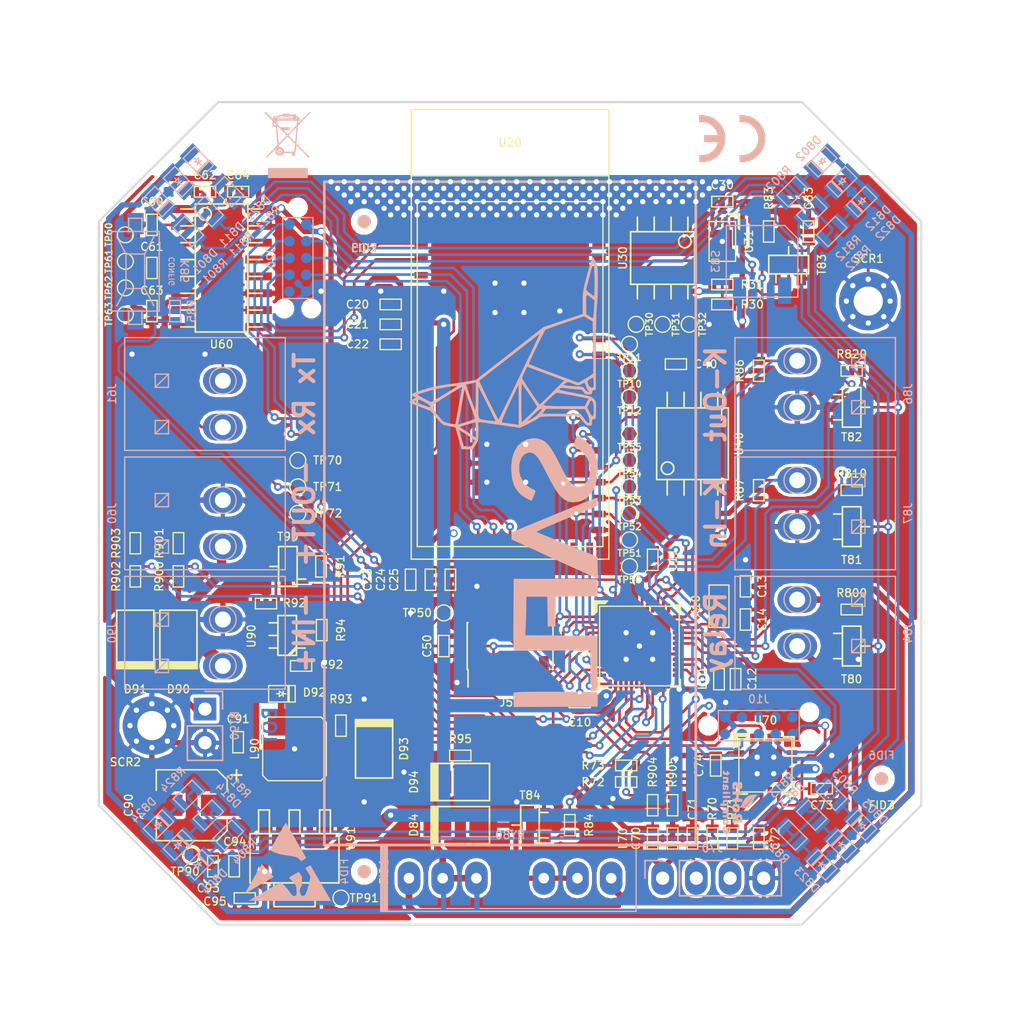
<source format=kicad_pcb>
(kicad_pcb (version 4) (host pcbnew 4.0.7)
  (layers (0 F.Cu signal) (31 B.Cu signal) (34 B.Paste user) (35 F.Paste user) (36 B.SilkS user) (37 F.SilkS user) (38 B.Mask user) (39 F.Mask user) (44 Edge.Cuts user))
  (net 0 "")
  (net 1 GND)
  (net 2 12V)
  (net 3 5V)
  (net 4 "Net-(C12-Pad1)")
  (net 5 3V3)
  (net 6 VBAT)
  (net 7 /AVR/TOSC2)
  (net 8 /AVR/TOSC1)
  (net 9 "Net-(C60-Pad2)")
  (net 10 "Net-(C60-Pad1)")
  (net 11 "Net-(C61-Pad2)")
  (net 12 "Net-(C61-Pad1)")
  (net 13 "Net-(C62-Pad2)")
  (net 14 "Net-(C63-Pad1)")
  (net 15 "Net-(C70-Pad1)")
  (net 16 "Net-(C71-Pad1)")
  (net 17 "Net-(C72-Pad1)")
  (net 18 "Net-(C83-Pad2)")
  (net 19 "Net-(C90-Pad1)")
  (net 20 "Net-(C92-Pad2)")
  (net 21 "Net-(C92-Pad1)")
  (net 22 "Net-(D84-Pad2)")
  (net 23 VUSB)
  (net 24 "Net-(D801-Pad1)")
  (net 25 "Net-(D802-Pad1)")
  (net 26 "Net-(D803-Pad1)")
  (net 27 "Net-(D804-Pad1)")
  (net 28 "Net-(D811-Pad1)")
  (net 29 "Net-(D812-Pad1)")
  (net 30 "Net-(D813-Pad1)")
  (net 31 "Net-(D814-Pad1)")
  (net 32 "Net-(D821-Pad1)")
  (net 33 "Net-(D822-Pad1)")
  (net 34 "Net-(D823-Pad1)")
  (net 35 "Net-(D824-Pad1)")
  (net 36 /AVR/Debug_Tx)
  (net 37 /AVR/Debug_Rx)
  (net 38 /AVR/UPDI)
  (net 39 /SAM/SAM-SWDIO)
  (net 40 /SAM/SAM-SWCLK)
  (net 41 /SAM/WIFI-DebugTx)
  (net 42 /AVR/SAM-Reset)
  (net 43 /SAM/WIFI-DebugRx)
  (net 44 "Net-(J84-Pad1)")
  (net 45 "Net-(J84-Pad2)")
  (net 46 /SAM/Link-Rx)
  (net 47 /AVR/Link-Rx)
  (net 48 /AVR/I2C-SCL)
  (net 49 /AVR/I2C-SDA)
  (net 50 /AVR/SPI-CS-RFID)
  (net 51 /AVR/SPI-MOSI)
  (net 52 /AVR/SPI-MISO)
  (net 53 /AVR/SPI-SCK)
  (net 54 "Net-(R70-Pad2)")
  (net 55 "Net-(R71-Pad1)")
  (net 56 "Net-(R83-Pad2)")
  (net 57 "Net-(R91-Pad2)")
  (net 58 "Net-(R92-Pad1)")
  (net 59 "Net-(R93-Pad2)")
  (net 60 "Net-(R800-Pad2)")
  (net 61 "Net-(R801-Pad1)")
  (net 62 "Net-(R810-Pad2)")
  (net 63 "Net-(R811-Pad1)")
  (net 64 "Net-(R820-Pad2)")
  (net 65 "Net-(R821-Pad1)")
  (net 66 /SAM/SAM-SleepClk)
  (net 67 /AVR/SPI-CS-FLASH)
  (net 68 /AVR/Buzzer)
  (net 69 /AVR/Com-Rx)
  (net 70 /AVR/Com-Tx)
  (net 71 /SAM/SAM-DebugTx)
  (net 72 /SAM/SAM-DebugRx)
  (net 73 /AVR/RFID-Reset)
  (net 74 /AVR/Key-In)
  (net 75 /AVR/Key-Out)
  (net 76 /AVR/Key-Config)
  (net 77 /AVR/LED-R)
  (net 78 /AVR/LED-G)
  (net 79 /AVR/LED-B)
  (net 80 /AVR/Volt-DC)
  (net 81 /AVR/Volt-BAT)
  (net 82 /AVR/Volt-USB)
  (net 83 /AVR/Relay)
  (net 84 "Net-(J61-Pad1)")
  (net 85 "Net-(J61-Pad2)")
  (net 86 "Net-(R84-Pad2)")
  (net 87 /USB/DM)
  (net 88 /USB/DP)
  (module Pin_Headers:Pin_Header_Straight_2x05_Pitch1.27mm_SMD (layer F.Cu) (at 51 45 90)
    (fp_text reference J50 (at -4.25 0 180) (layer F.SilkS) (effects (font (size 0.6 0.6) (thickness 0.1))))
    (fp_text value Goldpin)
    (pad 1 smd rect (at -1.95 -2.54 90) (size 2.4 0.74) (layers F.Cu F.Paste F.Mask) (net 1 GND))
    (pad 2 smd rect (at 1.95 -2.54 90) (size 2.4 0.74) (layers F.Cu F.Paste F.Mask) (net 5 3V3))
    (pad 3 smd rect (at -1.95 -1.27 90) (size 2.4 0.74) (layers F.Cu F.Paste F.Mask) (net 73 /AVR/RFID-Reset))
    (pad 4 smd rect (at 1.95 -1.27 90) (size 2.4 0.74) (layers F.Cu F.Paste F.Mask))
    (pad 5 smd rect (at -1.95 0 90) (size 2.4 0.74) (layers F.Cu F.Paste F.Mask))
    (pad 6 smd rect (at 1.95 0 90) (size 2.4 0.74) (layers F.Cu F.Paste F.Mask) (net 53 /AVR/SPI-SCK))
    (pad 7 smd rect (at -1.95 1.27 90) (size 2.4 0.74) (layers F.Cu F.Paste F.Mask))
    (pad 8 smd rect (at 1.95 1.27 90) (size 2.4 0.74) (layers F.Cu F.Paste F.Mask) (net 52 /AVR/SPI-MISO))
    (pad 9 smd rect (at -1.95 2.54 90) (size 2.4 0.74) (layers F.Cu F.Paste F.Mask) (net 50 /AVR/SPI-CS-RFID))
    (pad 10 smd rect (at 1.95 2.54 90) (size 2.4 0.74) (layers F.Cu F.Paste F.Mask) (net 51 /AVR/SPI-MOSI))
  )
  (module _obudowy:C_0603 (layer F.Cu) (at 31 64 180)
    (fp_text reference C95 (at 2.25 -0.25 180) (layer F.SilkS) (effects (font (size 0.6 0.6) (thickness 0.1))))
    (fp_text value 10u)
    (pad 2 smd rect (at 0.75 0 180) (size 0.6 0.95) (layers F.Cu F.Paste F.Mask) (net 1 GND))
    (pad 1 smd rect (at -0.75 0 180) (size 0.6 0.95) (layers F.Cu F.Paste F.Mask) (net 5 3V3))
  )
  (module _obudowy:C_0603 (layer F.Cu) (at 42 19.25 180)
    (fp_text reference C20 (at 2.5 0 180) (layer F.SilkS) (effects (font (size 0.6 0.6) (thickness 0.1))))
    (fp_text value 100n)
    (pad 2 smd rect (at 0.75 0 180) (size 0.6 0.95) (layers F.Cu F.Paste F.Mask) (net 1 GND))
    (pad 1 smd rect (at -0.75 0 180) (size 0.6 0.95) (layers F.Cu F.Paste F.Mask) (net 5 3V3))
  )
  (module _obudowy:C_0603 (layer F.Cu) (at 42 20.75 180)
    (fp_text reference C21 (at 2.5 0 180) (layer F.SilkS) (effects (font (size 0.6 0.6) (thickness 0.1))))
    (fp_text value 1u)
    (pad 2 smd rect (at 0.75 0 180) (size 0.6 0.95) (layers F.Cu F.Paste F.Mask) (net 1 GND))
    (pad 1 smd rect (at -0.75 0 180) (size 0.6 0.95) (layers F.Cu F.Paste F.Mask) (net 5 3V3))
  )
  (module _obudowy:C_0603 (layer F.Cu) (at 42 22.25 180)
    (fp_text reference C22 (at 2.5 0 180) (layer F.SilkS) (effects (font (size 0.6 0.6) (thickness 0.1))))
    (fp_text value 10u)
    (pad 2 smd rect (at 0.75 0 180) (size 0.6 0.95) (layers F.Cu F.Paste F.Mask) (net 1 GND))
    (pad 1 smd rect (at -0.75 0 180) (size 0.6 0.95) (layers F.Cu F.Paste F.Mask) (net 5 3V3))
  )
  (module _obudowy:C_0603 (layer F.Cu) (at 43.5 40 270)
    (fp_text reference C23 (at 0 3.25 270) (layer F.SilkS) (effects (font (size 0.6 0.6) (thickness 0.1))))
    (fp_text value 100n)
    (pad 2 smd rect (at 0.75 0 270) (size 0.6 0.95) (layers F.Cu F.Paste F.Mask) (net 1 GND))
    (pad 1 smd rect (at -0.75 0 270) (size 0.6 0.95) (layers F.Cu F.Paste F.Mask) (net 5 3V3))
  )
  (module _obudowy:C_0603 (layer F.Cu) (at 45 40 270)
    (fp_text reference C24 (at 0 3.75 270) (layer F.SilkS) (effects (font (size 0.6 0.6) (thickness 0.1))))
    (fp_text value 1u)
    (pad 2 smd rect (at 0.75 0 270) (size 0.6 0.95) (layers F.Cu F.Paste F.Mask) (net 1 GND))
    (pad 1 smd rect (at -0.75 0 270) (size 0.6 0.95) (layers F.Cu F.Paste F.Mask) (net 5 3V3))
  )
  (module _obudowy:C_0603 (layer F.Cu) (at 46.5 40 270)
    (fp_text reference C25 (at 0 4.25 270) (layer F.SilkS) (effects (font (size 0.6 0.6) (thickness 0.1))))
    (fp_text value 10u)
    (pad 2 smd rect (at 0.75 0 270) (size 0.6 0.95) (layers F.Cu F.Paste F.Mask) (net 1 GND))
    (pad 1 smd rect (at -0.75 0 270) (size 0.6 0.95) (layers F.Cu F.Paste F.Mask) (net 5 3V3))
  )
  (module _obudowy:C_0603 (layer F.Cu) (at 67 11.5 180)
    (fp_text reference C30 (at 0 1.25 360) (layer F.SilkS) (effects (font (size 0.6 0.6) (thickness 0.1))))
    (fp_text value 100n)
    (pad 2 smd rect (at 0.75 0 180) (size 0.6 0.95) (layers F.Cu F.Paste F.Mask) (net 1 GND))
    (pad 1 smd rect (at -0.75 0 180) (size 0.6 0.95) (layers F.Cu F.Paste F.Mask) (net 5 3V3))
  )
  (module _obudowy:C_0603 (layer F.Cu) (at 46 45 270)
    (fp_text reference C50 (at 0 1.25 270) (layer F.SilkS) (effects (font (size 0.6 0.6) (thickness 0.1))))
    (fp_text value 100n)
    (pad 2 smd rect (at 0.75 0 270) (size 0.6 0.95) (layers F.Cu F.Paste F.Mask) (net 1 GND))
    (pad 1 smd rect (at -0.75 0 270) (size 0.6 0.95) (layers F.Cu F.Paste F.Mask) (net 5 3V3))
  )
  (module _obudowy:Fiducial_1.00mm_ring0.5mm (layer F.Cu) (at 40 62)
    (fp_text reference FID1 (at 1.5 0 90) (layer F.SilkS) (effects (font (size 0.6 0.6) (thickness 0.1))))
    (fp_text value _FIDUCIAL hide)
    (pad 0 smd circle (at 0 0) (size 1 1) (layers F.Cu F.Paste F.SilkS F.Mask) (clearance 0.5))
  )
  (module _obudowy:Fiducial_1.00mm_ring0.5mm (layer F.Cu) (at 40 13)
    (fp_text reference FID2 (at 0 2) (layer F.SilkS) (effects (font (size 0.6 0.6) (thickness 0.1))))
    (fp_text value _FIDUCIAL hide)
    (pad 0 smd circle (at 0 0) (size 1 1) (layers F.Cu F.Paste F.SilkS F.Mask) (clearance 0.5))
  )
  (module _obudowy:Fiducial_1.00mm_ring0.5mm (layer F.Cu) (at 79 55)
    (fp_text reference FID3 (at 0 2) (layer F.SilkS) (effects (font (size 0.6 0.6) (thickness 0.1))))
    (fp_text value _FIDUCIAL hide)
    (pad 0 smd circle (at 0 0) (size 1 1) (layers F.Cu F.Paste F.SilkS F.Mask) (clearance 0.5))
  )
  (module _obudowy:Fiducial_1.00mm_ring0.5mm (layer B.Cu) (at 40 62)
    (fp_text reference FID4 (at -1.5 0 90) (layer B.SilkS) (effects (font (size 0.6 0.6) (thickness 0.1)) (justify mirror)))
    (fp_text value _FIDUCIAL hide)
    (pad 0 smd circle (at 0 0) (size 1 1) (layers B.Cu B.Paste B.SilkS B.Mask) (clearance 0.5))
  )
  (module _obudowy:Fiducial_1.00mm_ring0.5mm (layer B.Cu) (at 40 13)
    (fp_text reference FID5 (at 0 2) (layer B.SilkS) (effects (font (size 0.6 0.6) (thickness 0.1)) (justify mirror)))
    (fp_text value _FIDUCIAL hide)
    (pad 0 smd circle (at 0 0) (size 1 1) (layers B.Cu B.Paste B.SilkS B.Mask) (clearance 0.5))
  )
  (module _obudowy:Fiducial_1.00mm_ring0.5mm (layer B.Cu) (at 79 55)
    (fp_text reference FID6 (at 0 -1.75) (layer B.SilkS) (effects (font (size 0.6 0.6) (thickness 0.1)) (justify mirror)))
    (fp_text value _FIDUCIAL hide)
    (pad 0 smd circle (at 0 0) (size 1 1) (layers B.Cu B.Paste B.SilkS B.Mask) (clearance 0.5))
  )
  (module w_logo:Logo_silk_CE_5x3.6mm (layer B.Cu) (at 67.75 6.75 180)
    (fp_text reference ICON1 hide)
    (fp_text value CE hide)
  )
  (module w_logo:Logo_silk_WEEE_3.4x5mm (layer B.Cu) (at 34.25 7.25 180)
    (fp_text reference ICON2 hide)
    (fp_text value WEEE hide)
  )
  (module w_logo:Logo_silk_ROHS_5x2.8mm (layer B.Cu) (at 68.25 56.75 90)
    (fp_text reference ICON3 hide)
    (fp_text value RoHS hide)
  )
  (module Symbols:ESD-Logo_6.6x6mm_SilkScreen (layer B.Cu) (at 34.25 61.25 180)
    (fp_text reference ICON4 hide)
    (fp_text value ESD hide)
  )
  (module _obudowy:R_0603 (layer F.Cu) (at 67 19.25 180)
    (fp_text reference R30 (at -2.25 0 360) (layer F.SilkS) (effects (font (size 0.6 0.6) (thickness 0.1))))
    (fp_text value 10k)
    (pad 1 smd rect (at -0.75 0 180) (size 0.6 0.95) (layers F.Cu F.Paste F.Mask) (net 5 3V3))
    (pad 2 smd rect (at 0.75 0 180) (size 0.6 0.95) (layers F.Cu F.Paste F.Mask) (net 48 /AVR/I2C-SCL))
  )
  (module _obudowy:R_0603 (layer F.Cu) (at 67 17.75 180)
    (fp_text reference R31 (at -2.25 0 180) (layer F.SilkS) (effects (font (size 0.6 0.6) (thickness 0.1))))
    (fp_text value 10k)
    (pad 1 smd rect (at -0.75 0 180) (size 0.6 0.95) (layers F.Cu F.Paste F.Mask) (net 5 3V3))
    (pad 2 smd rect (at 0.75 0 180) (size 0.6 0.95) (layers F.Cu F.Paste F.Mask) (net 49 /AVR/I2C-SDA))
  )
  (module _obudowy:Testpoint_1.00mm (layer F.Cu) (at 60 24.25)
    (fp_text reference TP10 (at 0 1) (layer F.SilkS) (effects (font (size 0.5 0.5) (thickness 0.1))))
    (fp_text value LinkRx hide)
    (pad 1 smd circle (at 0 0) (size 1 1) (layers F.Cu F.Mask) (net 47 /AVR/Link-Rx))
  )
  (module _obudowy:Testpoint_1.00mm (layer F.Cu) (at 60 26.25)
    (fp_text reference TP12 (at 0 1 180) (layer F.SilkS) (effects (font (size 0.5 0.5) (thickness 0.1))))
    (fp_text value GND hide)
    (pad 1 smd circle (at 0 0) (size 1 1) (layers F.Cu F.Mask) (net 1 GND))
  )
  (module _obudowy:Testpoint_1.00mm (layer F.Cu) (at 38.25 64)
    (fp_text reference TP91 (at 1.75 0 180) (layer F.SilkS) (effects (font (size 0.6 0.6) (thickness 0.1))))
    (fp_text value 3V3 hide)
    (pad 1 smd circle (at 0 0) (size 1 1) (layers F.Cu F.Mask) (net 5 3V3))
  )
  (module _obudowy:Testpoint_1.00mm (layer F.Cu) (at 35 31)
    (fp_text reference TP70 (at 2.25 0 180) (layer F.SilkS) (effects (font (size 0.6 0.6) (thickness 0.1))))
    (fp_text value ComRx hide)
    (pad 1 smd circle (at 0 0) (size 1 1) (layers F.Cu F.Mask) (net 69 /AVR/Com-Rx))
  )
  (module _obudowy:Testpoint_1.00mm (layer F.Cu) (at 35 33)
    (fp_text reference TP71 (at 2.25 0 180) (layer F.SilkS) (effects (font (size 0.6 0.6) (thickness 0.1))))
    (fp_text value ComTx hide)
    (pad 1 smd circle (at 0 0) (size 1 1) (layers F.Cu F.Mask) (net 70 /AVR/Com-Tx))
  )
  (module _obudowy:Testpoint_1.00mm (layer F.Cu) (at 35 35)
    (fp_text reference TP72 (at 2.25 0 180) (layer F.SilkS) (effects (font (size 0.6 0.6) (thickness 0.1))))
    (fp_text value GND hide)
    (pad 1 smd circle (at 0 0) (size 1 1) (layers F.Cu F.Mask) (net 1 GND))
  )
  (module _obudowy:SAMW25 (layer F.Cu) (at 51 22 90)
    (fp_text reference U20 (at 14.95 0 360) (layer F.SilkS) (effects (font (size 0.6 0.6) (thickness 0.1))))
    (fp_text value ATSAMW25-MR210PB)
    (pad 1 smd rect (at 8.55 -6.7 90) (size 0.5 1) (layers F.Cu F.Paste F.Mask) (net 1 GND))
    (pad 2 smd rect (at 7.35 -6.7 90) (size 0.5 1) (layers F.Cu F.Paste F.Mask) (net 41 /SAM/WIFI-DebugTx))
    (pad 3 smd rect (at 6.15 -6.7 90) (size 0.5 1) (layers F.Cu F.Paste F.Mask) (net 43 /SAM/WIFI-DebugRx))
    (pad 4 smd rect (at 4.95 -6.7 90) (size 0.5 1) (layers F.Cu F.Paste F.Mask))
    (pad 5 smd rect (at 3.75 -6.7 90) (size 0.5 1) (layers F.Cu F.Paste F.Mask) (net 66 /SAM/SAM-SleepClk))
    (pad 6 smd rect (at 2.55 -6.7 90) (size 0.5 1) (layers F.Cu F.Paste F.Mask))
    (pad 7 smd rect (at 1.35 -6.7 90) (size 0.5 1) (layers F.Cu F.Paste F.Mask) (net 5 3V3))
    (pad 8 smd rect (at 0.15 -6.7 90) (size 0.5 1) (layers F.Cu F.Paste F.Mask))
    (pad 9 smd rect (at -1.05 -6.7 90) (size 0.5 1) (layers F.Cu F.Paste F.Mask))
    (pad 10 smd rect (at -2.25 -6.7 90) (size 0.5 1) (layers F.Cu F.Paste F.Mask) (net 1 GND))
    (pad 11 smd rect (at -3.45 -6.7 90) (size 0.5 1) (layers F.Cu F.Paste F.Mask))
    (pad 12 smd rect (at -4.65 -6.7 90) (size 0.5 1) (layers F.Cu F.Paste F.Mask))
    (pad 13 smd rect (at -5.85 -6.7 90) (size 0.5 1) (layers F.Cu F.Paste F.Mask) (net 71 /SAM/SAM-DebugTx))
    (pad 14 smd rect (at -7.05 -6.7 90) (size 0.5 1) (layers F.Cu F.Paste F.Mask) (net 72 /SAM/SAM-DebugRx))
    (pad 15 smd rect (at -8.25 -6.7 90) (size 0.5 1) (layers F.Cu F.Paste F.Mask) (net 66 /SAM/SAM-SleepClk))
    (pad 16 smd rect (at -9.45 -6.7 90) (size 0.5 1) (layers F.Cu F.Paste F.Mask))
    (pad 17 smd rect (at -10.65 -6.7 90) (size 0.5 1) (layers F.Cu F.Paste F.Mask) (net 1 GND))
    (pad 18 smd rect (at -11.85 -6.7 90) (size 0.5 1) (layers F.Cu F.Paste F.Mask) (net 87 /USB/DM))
    (pad 19 smd rect (at -13.05 -6.7 90) (size 0.5 1) (layers F.Cu F.Paste F.Mask) (net 88 /USB/DP))
    (pad 20 smd rect (at -14.25 -6.7 90) (size 0.5 1) (layers F.Cu F.Paste F.Mask) (net 1 GND))
    (pad 21 smd rect (at -15.7 -6 180) (size 0.5 1) (layers F.Cu F.Paste F.Mask) (net 5 3V3))
    (pad 22 smd rect (at -15.7 -4.8 180) (size 0.5 1) (layers F.Cu F.Paste F.Mask))
    (pad 23 smd rect (at -15.7 -3.6 180) (size 0.5 1) (layers F.Cu F.Paste F.Mask))
    (pad 24 smd rect (at -15.7 -2.4 180) (size 0.5 1) (layers F.Cu F.Paste F.Mask) (net 42 /AVR/SAM-Reset))
    (pad 25 smd rect (at -15.7 -1.2 180) (size 0.5 1) (layers F.Cu F.Paste F.Mask) (net 40 /SAM/SAM-SWCLK))
    (pad 26 smd rect (at -15.7 0 180) (size 0.5 1) (layers F.Cu F.Paste F.Mask) (net 39 /SAM/SAM-SWDIO))
    (pad 27 smd rect (at -15.7 1.2 180) (size 0.5 1) (layers F.Cu F.Paste F.Mask))
    (pad 28 smd rect (at -15.7 2.4 180) (size 0.5 1) (layers F.Cu F.Paste F.Mask))
    (pad 29 smd rect (at -15.7 3.6 180) (size 0.5 1) (layers F.Cu F.Paste F.Mask))
    (pad 30 smd rect (at -15.7 4.8 180) (size 0.5 1) (layers F.Cu F.Paste F.Mask))
    (pad 31 smd rect (at -15.7 6 180) (size 0.5 1) (layers F.Cu F.Paste F.Mask))
    (pad 32 smd rect (at -14.25 6.7 90) (size 0.5 1) (layers F.Cu F.Paste F.Mask) (net 1 GND))
    (pad 33 smd rect (at -13.05 6.7 90) (size 0.5 1) (layers F.Cu F.Paste F.Mask) (net 50 /AVR/SPI-CS-RFID))
    (pad 34 smd rect (at -11.85 6.7 90) (size 0.5 1) (layers F.Cu F.Paste F.Mask) (net 67 /AVR/SPI-CS-FLASH))
    (pad 35 smd rect (at -10.65 6.7 90) (size 0.5 1) (layers F.Cu F.Paste F.Mask) (net 52 /AVR/SPI-MISO))
    (pad 36 smd rect (at -9.45 6.7 90) (size 0.5 1) (layers F.Cu F.Paste F.Mask) (net 51 /AVR/SPI-MOSI))
    (pad 37 smd rect (at -8.25 6.7 90) (size 0.5 1) (layers F.Cu F.Paste F.Mask) (net 53 /AVR/SPI-SCK))
    (pad 38 smd rect (at -7.05 6.7 90) (size 0.5 1) (layers F.Cu F.Paste F.Mask) (net 48 /AVR/I2C-SCL))
    (pad 39 smd rect (at -5.85 6.7 90) (size 0.5 1) (layers F.Cu F.Paste F.Mask) (net 49 /AVR/I2C-SDA))
    (pad 40 smd rect (at -4.65 6.7 90) (size 0.5 1) (layers F.Cu F.Paste F.Mask))
    (pad 41 smd rect (at -3.45 6.7 90) (size 0.5 1) (layers F.Cu F.Paste F.Mask))
    (pad 42 smd rect (at -2.25 6.7 90) (size 0.5 1) (layers F.Cu F.Paste F.Mask) (net 1 GND))
    (pad 43 smd rect (at -1.05 6.7 90) (size 0.5 1) (layers F.Cu F.Paste F.Mask) (net 47 /AVR/Link-Rx))
    (pad 44 smd rect (at 0.15 6.7 90) (size 0.5 1) (layers F.Cu F.Paste F.Mask) (net 46 /SAM/Link-Rx))
    (pad 45 smd rect (at 1.35 6.7 90) (size 0.5 1) (layers F.Cu F.Paste F.Mask))
    (pad 46 smd rect (at 2.55 6.7 90) (size 0.5 1) (layers F.Cu F.Paste F.Mask))
    (pad 47 smd rect (at 3.75 6.7 90) (size 0.5 1) (layers F.Cu F.Paste F.Mask))
    (pad 48 smd rect (at 4.95 6.7 90) (size 0.5 1) (layers F.Cu F.Paste F.Mask))
    (pad 49 smd rect (at 6.15 6.7 90) (size 0.5 1) (layers F.Cu F.Paste F.Mask))
    (pad 50 smd rect (at 7.35 6.7 90) (size 0.5 1) (layers F.Cu F.Paste F.Mask))
    (pad 51 smd rect (at 8.55 6.7 90) (size 0.5 1) (layers F.Cu F.Paste F.Mask) (net 1 GND))
    (pad 1 smd rect (at -10.65 1.175 90) (size 2 2) (layers F.Cu F.Paste F.Mask) (net 1 GND))
    (pad 1 smd rect (at -10.65 -1.749 90) (size 2 2) (layers F.Cu F.Paste F.Mask) (net 1 GND))
    (pad 1 smd rect (at -7.795 1.175 90) (size 2 2) (layers F.Cu F.Paste F.Mask) (net 1 GND))
    (pad 1 smd rect (at -7.795 -1.749 90) (size 2 2) (layers F.Cu F.Paste F.Mask) (net 1 GND))
    (pad 1 smd rect (at 2.14 -1.134 90) (size 2 2) (layers F.Cu F.Paste F.Mask) (net 1 GND))
    (pad 1 smd rect (at 4.357 -1.134 90) (size 2 2) (layers F.Cu F.Paste F.Mask) (net 1 GND))
    (pad 1 smd rect (at 2.14 1.048 90) (size 2 2) (layers F.Cu F.Paste F.Mask) (net 1 GND))
    (pad 1 smd rect (at 4.357 1.048 90) (size 2 2) (layers F.Cu F.Paste F.Mask) (net 1 GND))
  )
  (module w_smd_dil:so-8 (layer F.Cu) (at 62.5 15.75 180)
    (fp_text reference U30 (at 3 0 270) (layer F.SilkS) (effects (font (size 0.6 0.6) (thickness 0.1))))
    (fp_text value ATECC608A-SSHDA)
    (pad 1 smd rect (at -1.905 2.794 180) (size 0.59944 1.99898) (layers F.Cu F.Paste F.Mask))
    (pad 2 smd rect (at -0.635 2.794 180) (size 0.59944 1.99898) (layers F.Cu F.Paste F.Mask))
    (pad 3 smd rect (at 0.635 2.794 180) (size 0.59944 1.99898) (layers F.Cu F.Paste F.Mask))
    (pad 4 smd rect (at 1.905 2.794 180) (size 0.59944 1.99898) (layers F.Cu F.Paste F.Mask) (net 1 GND))
    (pad 5 smd rect (at 1.905 -2.794 180) (size 0.59944 1.99898) (layers F.Cu F.Paste F.Mask) (net 49 /AVR/I2C-SDA))
    (pad 6 smd rect (at 0.635 -2.794 180) (size 0.59944 1.99898) (layers F.Cu F.Paste F.Mask) (net 48 /AVR/I2C-SCL))
    (pad 7 smd rect (at -0.635 -2.794 180) (size 0.59944 1.99898) (layers F.Cu F.Paste F.Mask))
    (pad 8 smd rect (at -1.905 -2.794 180) (size 0.59944 1.99898) (layers F.Cu F.Paste F.Mask) (net 5 3V3))
  )
  (module _obudowy:DFN-8-1EP_3x2mm_Pitch0.5mm (layer F.Cu) (at 67 14.5 270)
    (fp_text reference U31 (at 0 -2 450) (layer F.SilkS) (effects (font (size 0.6 0.6) (thickness 0.1))))
    (fp_text value ATECC608A-MAHDA)
    (pad 1 smd rect (at -1.45 -0.75 270) (size 0.75 0.3) (layers F.Cu F.Paste F.Mask))
    (pad 2 smd rect (at -1.45 -0.25 270) (size 0.75 0.3) (layers F.Cu F.Paste F.Mask))
    (pad 3 smd rect (at -1.45 0.25 270) (size 0.75 0.3) (layers F.Cu F.Paste F.Mask))
    (pad 4 smd rect (at -1.45 0.75 270) (size 0.75 0.3) (layers F.Cu F.Paste F.Mask) (net 1 GND))
    (pad 5 smd rect (at 1.45 0.75 270) (size 0.75 0.3) (layers F.Cu F.Paste F.Mask) (net 49 /AVR/I2C-SDA))
    (pad 6 smd rect (at 1.45 0.25 270) (size 0.75 0.3) (layers F.Cu F.Paste F.Mask) (net 48 /AVR/I2C-SCL))
    (pad 7 smd rect (at 1.45 -0.25 270) (size 0.75 0.3) (layers F.Cu F.Paste F.Mask))
    (pad 8 smd rect (at 1.45 -0.75 270) (size 0.75 0.3) (layers F.Cu F.Paste F.Mask) (net 5 3V3))
    (pad 9 smd rect (at 0.4375 0.3625 270) (size 0.875 0.725) (layers F.Cu F.Paste F.Mask) (net 1 GND))
    (pad 9 smd rect (at 0.4375 -0.3625 270) (size 0.875 0.725) (layers F.Cu F.Paste F.Mask) (net 1 GND))
    (pad 9 smd rect (at -0.4375 0.3625 270) (size 0.875 0.725) (layers F.Cu F.Paste F.Mask) (net 1 GND))
    (pad 9 smd rect (at -0.4375 -0.3625 270) (size 0.875 0.725) (layers F.Cu F.Paste F.Mask) (net 1 GND))
  )
  (module _obudowy:TAG-TC2050 (layer B.Cu) (at 35 15.75 270)
    (fp_text reference J20 (at 0 2 270) (layer B.SilkS) (effects (font (size 0.6 0.6) (thickness 0.1)) (justify mirror)))
    (fp_text value TAG)
    (pad 1 smd circle (at -2.54 -0.635 270) (size 0.8 0.8) (layers B.Cu B.Mask) (net 5 3V3))
    (pad 2 smd circle (at -2.54 0.635 270) (size 0.8 0.8) (layers B.Cu B.Mask) (net 71 /SAM/SAM-DebugTx))
    (pad 3 smd circle (at -1.27 -0.635 270) (size 0.8 0.8) (layers B.Cu B.Mask) (net 39 /SAM/SAM-SWDIO))
    (pad 4 smd circle (at -1.27 0.635 270) (size 0.8 0.8) (layers B.Cu B.Mask) (net 72 /SAM/SAM-DebugRx))
    (pad 5 smd circle (at 0 -0.635 270) (size 0.8 0.8) (layers B.Cu B.Mask) (net 40 /SAM/SAM-SWCLK))
    (pad 6 smd circle (at 0 0.635 270) (size 0.8 0.8) (layers B.Cu B.Mask) (net 41 /SAM/WIFI-DebugTx))
    (pad 7 smd circle (at 1.27 -0.635 270) (size 0.8 0.8) (layers B.Cu B.Mask) (net 42 /AVR/SAM-Reset))
    (pad 8 smd circle (at 1.27 0.635 270) (size 0.8 0.8) (layers B.Cu B.Mask) (net 43 /SAM/WIFI-DebugRx))
    (pad 9 smd circle (at 2.54 -0.635 270) (size 0.8 0.8) (layers B.Cu B.Mask) (net 1 GND))
    (pad 10 smd circle (at 2.54 0.635 270) (size 0.8 0.8) (layers B.Cu B.Mask))
    (pad "" np_thru_hole circle (at -3.81 0 270) (size 1 1) (drill 1) (layers *.Cu *.Mask))
    (pad "" np_thru_hole circle (at 3.81 1.015 270) (size 1 1) (drill 1) (layers *.Cu *.Mask))
    (pad "" np_thru_hole circle (at 3.81 -1.015 270) (size 1 1) (drill 1) (layers *.Cu *.Mask))
  )
  (module Mounting_Holes:MountingHole_2.2mm_M2_Pad_Via (layer F.Cu) (at 78 19)
    (fp_text reference SCR1 (at 0 -3.2) (layer F.SilkS) (effects (font (size 0.6 0.6) (thickness 0.1))))
    (fp_text value M2x5)
    (pad 1 thru_hole circle (at 0 0) (size 4.4 4.4) (drill 2.2) (layers *.Cu *.Mask) (net 1 GND))
    (pad 1 thru_hole circle (at 1.65 0) (size 0.7 0.7) (drill 0.4) (layers *.Cu *.Mask) (net 1 GND))
    (pad 1 thru_hole circle (at 1.166726 1.166726) (size 0.7 0.7) (drill 0.4) (layers *.Cu *.Mask) (net 1 GND))
    (pad 1 thru_hole circle (at 0 1.65) (size 0.7 0.7) (drill 0.4) (layers *.Cu *.Mask) (net 1 GND))
    (pad 1 thru_hole circle (at -1.166726 1.166726) (size 0.7 0.7) (drill 0.4) (layers *.Cu *.Mask) (net 1 GND))
    (pad 1 thru_hole circle (at -1.65 0) (size 0.7 0.7) (drill 0.4) (layers *.Cu *.Mask) (net 1 GND))
    (pad 1 thru_hole circle (at -1.166726 -1.166726) (size 0.7 0.7) (drill 0.4) (layers *.Cu *.Mask) (net 1 GND))
    (pad 1 thru_hole circle (at 0 -1.65) (size 0.7 0.7) (drill 0.4) (layers *.Cu *.Mask) (net 1 GND))
    (pad 1 thru_hole circle (at 1.166726 -1.166726) (size 0.7 0.7) (drill 0.4) (layers *.Cu *.Mask) (net 1 GND))
  )
  (module Mounting_Holes:MountingHole_2.2mm_M2_Pad_Via (layer F.Cu) (at 24 51)
    (fp_text reference SCR2 (at -2 2.75) (layer F.SilkS) (effects (font (size 0.6 0.6) (thickness 0.1))))
    (fp_text value M2x5)
    (pad 1 thru_hole circle (at 0 0) (size 4.4 4.4) (drill 2.2) (layers *.Cu *.Mask) (net 1 GND))
    (pad 1 thru_hole circle (at 1.65 0) (size 0.7 0.7) (drill 0.4) (layers *.Cu *.Mask) (net 1 GND))
    (pad 1 thru_hole circle (at 1.166726 1.166726) (size 0.7 0.7) (drill 0.4) (layers *.Cu *.Mask) (net 1 GND))
    (pad 1 thru_hole circle (at 0 1.65) (size 0.7 0.7) (drill 0.4) (layers *.Cu *.Mask) (net 1 GND))
    (pad 1 thru_hole circle (at -1.166726 1.166726) (size 0.7 0.7) (drill 0.4) (layers *.Cu *.Mask) (net 1 GND))
    (pad 1 thru_hole circle (at -1.65 0) (size 0.7 0.7) (drill 0.4) (layers *.Cu *.Mask) (net 1 GND))
    (pad 1 thru_hole circle (at -1.166726 -1.166726) (size 0.7 0.7) (drill 0.4) (layers *.Cu *.Mask) (net 1 GND))
    (pad 1 thru_hole circle (at 0 -1.65) (size 0.7 0.7) (drill 0.4) (layers *.Cu *.Mask) (net 1 GND))
    (pad 1 thru_hole circle (at 1.166726 -1.166726) (size 0.7 0.7) (drill 0.4) (layers *.Cu *.Mask) (net 1 GND))
  )
  (module Pin_Headers:Pin_Header_Straight_1x02_Pitch2.54mm (layer B.Cu) (at 28 49.75 180)
    (fp_text reference BT90 (at -2.25 -1.25 270) (layer B.SilkS) (effects (font (size 0.6 0.6) (thickness 0.1)) (justify mirror)))
    (fp_text value BATTERY)
    (pad 1 thru_hole rect (at 0 0 180) (size 1.7 1.7) (drill 1) (layers *.Cu *.Mask) (net 6 VBAT))
    (pad 2 thru_hole oval (at 0 -2.54 180) (size 1.7 1.7) (drill 1) (layers *.Cu *.Mask) (net 1 GND))
  )
  (module _obudowy:C_0603 (layer F.Cu) (at 56.25 49.25 180)
    (fp_text reference C10 (at 0 -1.5 180) (layer F.SilkS) (effects (font (size 0.6 0.6) (thickness 0.1))))
    (fp_text value 100n)
    (pad 2 smd rect (at 0.75 0 180) (size 0.6 0.95) (layers F.Cu F.Paste F.Mask) (net 1 GND))
    (pad 1 smd rect (at -0.75 0 180) (size 0.6 0.95) (layers F.Cu F.Paste F.Mask) (net 5 3V3))
  )
  (module _obudowy:C_0603 (layer F.Cu) (at 61.75 38.5 90)
    (fp_text reference C11 (at 0 1.5 90) (layer F.SilkS) (effects (font (size 0.6 0.6) (thickness 0.1))))
    (fp_text value 100n)
    (pad 2 smd rect (at 0.75 0 90) (size 0.6 0.95) (layers F.Cu F.Paste F.Mask) (net 1 GND))
    (pad 1 smd rect (at -0.75 0 90) (size 0.6 0.95) (layers F.Cu F.Paste F.Mask) (net 5 3V3))
  )
  (module _obudowy:C_0603 (layer F.Cu) (at 68 47.5 270)
    (fp_text reference C12 (at 0 -1.25 270) (layer F.SilkS) (effects (font (size 0.6 0.6) (thickness 0.1))))
    (fp_text value 100n)
    (pad 2 smd rect (at 0.75 0 270) (size 0.6 0.95) (layers F.Cu F.Paste F.Mask) (net 1 GND))
    (pad 1 smd rect (at -0.75 0 270) (size 0.6 0.95) (layers F.Cu F.Paste F.Mask) (net 4 "Net-(C12-Pad1)"))
  )
  (module _obudowy:C_0603 (layer F.Cu) (at 68.75 40.5 270)
    (fp_text reference C13 (at 0 -1.25 270) (layer F.SilkS) (effects (font (size 0.6 0.6) (thickness 0.1))))
    (fp_text value 15p)
    (pad 2 smd rect (at 0.75 0 270) (size 0.6 0.95) (layers F.Cu F.Paste F.Mask) (net 1 GND))
    (pad 1 smd rect (at -0.75 0 270) (size 0.6 0.95) (layers F.Cu F.Paste F.Mask) (net 7 /AVR/TOSC2))
  )
  (module _obudowy:C_0603 (layer F.Cu) (at 68.75 43 90)
    (fp_text reference C14 (at 0 1.25 90) (layer F.SilkS) (effects (font (size 0.6 0.6) (thickness 0.1))))
    (fp_text value 15p)
    (pad 2 smd rect (at 0.75 0 90) (size 0.6 0.95) (layers F.Cu F.Paste F.Mask) (net 1 GND))
    (pad 1 smd rect (at -0.75 0 90) (size 0.6 0.95) (layers F.Cu F.Paste F.Mask) (net 8 /AVR/TOSC1))
  )
  (module _obudowy:C_0603 (layer F.Cu) (at 63.5 23.75)
    (fp_text reference C40 (at 2.25 0) (layer F.SilkS) (effects (font (size 0.6 0.6) (thickness 0.1))))
    (fp_text value 15p)
    (pad 2 smd rect (at 0.75 0) (size 0.6 0.95) (layers F.Cu F.Paste F.Mask) (net 1 GND))
    (pad 1 smd rect (at -0.75 0) (size 0.6 0.95) (layers F.Cu F.Paste F.Mask) (net 5 3V3))
  )
  (module _obudowy:C_0603 (layer F.Cu) (at 24 13.25 270)
    (fp_text reference C60 (at -1.75 0 360) (layer F.SilkS) (effects (font (size 0.6 0.6) (thickness 0.1))))
    (fp_text value 100n)
    (pad 2 smd rect (at 0.75 0 270) (size 0.6 0.95) (layers F.Cu F.Paste F.Mask) (net 9 "Net-(C60-Pad2)"))
    (pad 1 smd rect (at -0.75 0 270) (size 0.6 0.95) (layers F.Cu F.Paste F.Mask) (net 10 "Net-(C60-Pad1)"))
  )
  (module _obudowy:C_0603 (layer F.Cu) (at 24 16.5 270)
    (fp_text reference C61 (at -1.6 0 360) (layer F.SilkS) (effects (font (size 0.6 0.6) (thickness 0.1))))
    (fp_text value 100n)
    (pad 2 smd rect (at 0.75 0 270) (size 0.6 0.95) (layers F.Cu F.Paste F.Mask) (net 11 "Net-(C61-Pad2)"))
    (pad 1 smd rect (at -0.75 0 270) (size 0.6 0.95) (layers F.Cu F.Paste F.Mask) (net 12 "Net-(C61-Pad1)"))
  )
  (module _obudowy:C_0603 (layer F.Cu) (at 28 10.75 180)
    (fp_text reference C62 (at 0 1.25 180) (layer F.SilkS) (effects (font (size 0.6 0.6) (thickness 0.1))))
    (fp_text value 100n)
    (pad 2 smd rect (at 0.75 0 180) (size 0.6 0.95) (layers F.Cu F.Paste F.Mask) (net 13 "Net-(C62-Pad2)"))
    (pad 1 smd rect (at -0.75 0 180) (size 0.6 0.95) (layers F.Cu F.Paste F.Mask) (net 5 3V3))
  )
  (module _obudowy:C_0603 (layer F.Cu) (at 24 19.75 270)
    (fp_text reference C63 (at -1.55 0 360) (layer F.SilkS) (effects (font (size 0.6 0.6) (thickness 0.1))))
    (fp_text value 100n)
    (pad 2 smd rect (at 0.75 0 270) (size 0.6 0.95) (layers F.Cu F.Paste F.Mask) (net 1 GND))
    (pad 1 smd rect (at -0.75 0 270) (size 0.6 0.95) (layers F.Cu F.Paste F.Mask) (net 14 "Net-(C63-Pad1)"))
  )
  (module _obudowy:C_0603 (layer F.Cu) (at 30.5 10.75)
    (fp_text reference C64 (at 0 -1.25) (layer F.SilkS) (effects (font (size 0.6 0.6) (thickness 0.1))))
    (fp_text value 100n)
    (pad 2 smd rect (at 0.75 0) (size 0.6 0.95) (layers F.Cu F.Paste F.Mask) (net 1 GND))
    (pad 1 smd rect (at -0.75 0) (size 0.6 0.95) (layers F.Cu F.Paste F.Mask) (net 13 "Net-(C62-Pad2)"))
  )
  (module _obudowy:C_0603 (layer F.Cu) (at 63.25 59.5 90)
    (fp_text reference C70 (at 0 -2.75 90) (layer F.SilkS) (effects (font (size 0.6 0.6) (thickness 0.1))))
    (fp_text value 100n)
    (pad 2 smd rect (at 0.75 0 90) (size 0.6 0.95) (layers F.Cu F.Paste F.Mask) (net 1 GND))
    (pad 1 smd rect (at -0.75 0 90) (size 0.6 0.95) (layers F.Cu F.Paste F.Mask) (net 15 "Net-(C70-Pad1)"))
  )
  (module _obudowy:C_0603 (layer F.Cu) (at 64.75 59.5 90)
    (fp_text reference C71 (at 2.25 0 90) (layer F.SilkS) (effects (font (size 0.6 0.6) (thickness 0.1))))
    (fp_text value 22p)
    (pad 2 smd rect (at 0.75 0 90) (size 0.6 0.95) (layers F.Cu F.Paste F.Mask) (net 1 GND))
    (pad 1 smd rect (at -0.75 0 90) (size 0.6 0.95) (layers F.Cu F.Paste F.Mask) (net 16 "Net-(C71-Pad1)"))
  )
  (module _obudowy:C_0603 (layer F.Cu) (at 69.75 59.5 90)
    (fp_text reference C72 (at 0 1.25 90) (layer F.SilkS) (effects (font (size 0.6 0.6) (thickness 0.1))))
    (fp_text value 22p)
    (pad 2 smd rect (at 0.75 0 90) (size 0.6 0.95) (layers F.Cu F.Paste F.Mask) (net 1 GND))
    (pad 1 smd rect (at -0.75 0 90) (size 0.6 0.95) (layers F.Cu F.Paste F.Mask) (net 17 "Net-(C72-Pad1)"))
  )
  (module _obudowy:C_0603 (layer F.Cu) (at 74.5 55.75)
    (fp_text reference C73 (at 0 1.25) (layer F.SilkS) (effects (font (size 0.6 0.6) (thickness 0.1))))
    (fp_text value 100n)
    (pad 2 smd rect (at 0.75 0) (size 0.6 0.95) (layers F.Cu F.Paste F.Mask) (net 1 GND))
    (pad 1 smd rect (at -0.75 0) (size 0.6 0.95) (layers F.Cu F.Paste F.Mask) (net 5 3V3))
  )
  (module _obudowy:C_0603 (layer F.Cu) (at 66.5 54 270)
    (fp_text reference C74 (at 0 1.25 270) (layer F.SilkS) (effects (font (size 0.6 0.6) (thickness 0.1))))
    (fp_text value 100n)
    (pad 2 smd rect (at 0.75 0 270) (size 0.6 0.95) (layers F.Cu F.Paste F.Mask) (net 1 GND))
    (pad 1 smd rect (at -0.75 0 270) (size 0.6 0.95) (layers F.Cu F.Paste F.Mask) (net 5 3V3))
  )
  (module _obudowy:C_0603 (layer F.Cu) (at 73.5 13.75 270)
    (fp_text reference C83 (at -2.5 0 270) (layer F.SilkS) (effects (font (size 0.6 0.6) (thickness 0.1))))
    (fp_text value 100n)
    (pad 2 smd rect (at 0.75 0 270) (size 0.6 0.95) (layers F.Cu F.Paste F.Mask) (net 18 "Net-(C83-Pad2)"))
    (pad 1 smd rect (at -0.75 0 270) (size 0.6 0.95) (layers F.Cu F.Paste F.Mask) (net 5 3V3))
  )
  (module Capacitors_SMD:CP_Elec_5x5.8 (layer F.Cu) (at 27 57 180)
    (fp_text reference C90 (at 4.75 0 270) (layer F.SilkS) (effects (font (size 0.6 0.6) (thickness 0.1))))
    (fp_text value 10u/50V)
    (fp_text user + (at -3.38 2.35 180) (layer F.SilkS))
    (pad 1 smd rect (at -2.2 0) (size 3 1.6) (layers F.Cu F.Paste F.Mask) (net 19 "Net-(C90-Pad1)"))
    (pad 2 smd rect (at 2.2 0) (size 3 1.6) (layers F.Cu F.Paste F.Mask) (net 1 GND))
  )
  (module _obudowy:C_0603 (layer F.Cu) (at 30.5 52.25 270)
    (fp_text reference C91 (at -1.75 0 360) (layer F.SilkS) (effects (font (size 0.6 0.6) (thickness 0.1))))
    (fp_text value 100n/50V)
    (pad 2 smd rect (at 0.75 0 270) (size 0.6 0.95) (layers F.Cu F.Paste F.Mask) (net 1 GND))
    (pad 1 smd rect (at -0.75 0 270) (size 0.6 0.95) (layers F.Cu F.Paste F.Mask) (net 19 "Net-(C90-Pad1)"))
  )
  (module _obudowy:C_0603 (layer F.Cu) (at 35.25 46.5 180)
    (fp_text reference C92 (at -2.3 0.1 180) (layer F.SilkS) (effects (font (size 0.6 0.6) (thickness 0.1))))
    (fp_text value 10n)
    (pad 2 smd rect (at 0.75 0 180) (size 0.6 0.95) (layers F.Cu F.Paste F.Mask) (net 20 "Net-(C92-Pad2)"))
    (pad 1 smd rect (at -0.75 0 180) (size 0.6 0.95) (layers F.Cu F.Paste F.Mask) (net 21 "Net-(C92-Pad1)"))
  )
  (module _obudowy:C_0603 (layer F.Cu) (at 28.6 61.6 270)
    (fp_text reference C93 (at 1.65 0.35 360) (layer F.SilkS) (effects (font (size 0.6 0.6) (thickness 0.1))))
    (fp_text value 10u)
    (pad 2 smd rect (at 0.75 0 270) (size 0.6 0.95) (layers F.Cu F.Paste F.Mask) (net 1 GND))
    (pad 1 smd rect (at -0.75 0 270) (size 0.6 0.95) (layers F.Cu F.Paste F.Mask) (net 3 5V))
  )
  (module _obudowy:C_0603 (layer F.Cu) (at 30.2 61.6 270)
    (fp_text reference C94 (at -1.85 -0.05 360) (layer F.SilkS) (effects (font (size 0.6 0.6) (thickness 0.1))))
    (fp_text value 100n)
    (pad 2 smd rect (at 0.75 0 270) (size 0.6 0.95) (layers F.Cu F.Paste F.Mask) (net 1 GND))
    (pad 1 smd rect (at -0.75 0 270) (size 0.6 0.95) (layers F.Cu F.Paste F.Mask) (net 3 5V))
  )
  (module _obudowy:D_SMA_DO214AC (layer F.Cu) (at 47.25 58.5)
    (fp_text reference D84 (at -3.5 0 90) (layer F.SilkS) (effects (font (size 0.6 0.6) (thickness 0.1))))
    (fp_text value SS14)
    (pad 2 smd rect (at 1.72974 0) (size 2.10058 1.69926) (layers F.Cu F.Paste F.Mask) (net 22 "Net-(D84-Pad2)"))
    (pad 1 smd rect (at -1.72974 0) (size 2.10058 1.69926) (layers F.Cu F.Paste F.Mask) (net 3 5V))
  )
  (module _obudowy:D_SMA_DO214AC (layer F.Cu) (at 26 44.5 90)
    (fp_text reference D90 (at -3.75 0 180) (layer F.SilkS) (effects (font (size 0.6 0.6) (thickness 0.1))))
    (fp_text value SS14)
    (pad 2 smd rect (at 1.72974 0 90) (size 2.10058 1.69926) (layers F.Cu F.Paste F.Mask) (net 2 12V))
    (pad 1 smd rect (at -1.72974 0 90) (size 2.10058 1.69926) (layers F.Cu F.Paste F.Mask) (net 19 "Net-(C90-Pad1)"))
  )
  (module _obudowy:D_SMA_DO214AC (layer F.Cu) (at 22.75 44.5 90)
    (fp_text reference D91 (at -3.75 0 180) (layer F.SilkS) (effects (font (size 0.6 0.6) (thickness 0.1))))
    (fp_text value SS14)
    (pad 2 smd rect (at 1.72974 0 90) (size 2.10058 1.69926) (layers F.Cu F.Paste F.Mask) (net 6 VBAT))
    (pad 1 smd rect (at -1.72974 0 90) (size 2.10058 1.69926) (layers F.Cu F.Paste F.Mask) (net 19 "Net-(C90-Pad1)"))
  )
  (module _obudowy:D_0805 (layer F.Cu) (at 33.8 48.6 180)
    (fp_text reference D92 (at -2.45 0.1 360) (layer F.SilkS) (effects (font (size 0.6 0.6) (thickness 0.1))))
    (fp_text value 1N4148)
    (pad 1 smd rect (at -0.9 0 180) (size 0.8 1.4) (layers F.Cu F.Paste F.Mask) (net 21 "Net-(C92-Pad1)"))
    (pad 2 smd rect (at 0.9 0 180) (size 0.8 1.4) (layers F.Cu F.Paste F.Mask) (net 19 "Net-(C90-Pad1)"))
  )
  (module _obudowy:D_SMA_DO214AC (layer F.Cu) (at 40.75 52.75 270)
    (fp_text reference D93 (at 0 -2.25 270) (layer F.SilkS) (effects (font (size 0.6 0.6) (thickness 0.1))))
    (fp_text value SS14)
    (pad 2 smd rect (at 1.72974 0 270) (size 2.10058 1.69926) (layers F.Cu F.Paste F.Mask) (net 1 GND))
    (pad 1 smd rect (at -1.72974 0 270) (size 2.10058 1.69926) (layers F.Cu F.Paste F.Mask) (net 20 "Net-(C92-Pad2)"))
  )
  (module _obudowy:D_SMA_DO214AC (layer F.Cu) (at 47.25 55.25)
    (fp_text reference D94 (at -3.5 0 90) (layer F.SilkS) (effects (font (size 0.6 0.6) (thickness 0.1))))
    (fp_text value SS14)
    (pad 2 smd rect (at 1.72974 0) (size 2.10058 1.69926) (layers F.Cu F.Paste F.Mask) (net 23 VUSB))
    (pad 1 smd rect (at -1.72974 0) (size 2.10058 1.69926) (layers F.Cu F.Paste F.Mask) (net 3 5V))
  )
  (module _obudowy:LED_0805 (layer B.Cu) (at 24.5 11.5 135)
    (fp_text reference D801 (at -5.656854 -0.707107 225) (layer B.SilkS) (effects (font (size 0.6 0.6) (thickness 0.1)) (justify mirror)))
    (fp_text value Red)
    (pad 1 smd rect (at -0.9 0 135) (size 0.8 1.4) (layers B.Cu B.Paste B.Mask) (net 24 "Net-(D801-Pad1)"))
    (pad 2 smd rect (at 0.9 0 135) (size 0.8 1.4) (layers B.Cu B.Paste B.Mask) (net 3 5V))
  )
  (module _obudowy:LED_0805 (layer B.Cu) (at 74.5 8.5 45)
    (fp_text reference D802 (at 0 -1.414214 45) (layer B.SilkS) (effects (font (size 0.6 0.6) (thickness 0.1)) (justify mirror)))
    (fp_text value Red)
    (pad 1 smd rect (at -0.9 0 45) (size 0.8 1.4) (layers B.Cu B.Paste B.Mask) (net 25 "Net-(D802-Pad1)"))
    (pad 2 smd rect (at 0.9 0 45) (size 0.8 1.4) (layers B.Cu B.Paste B.Mask) (net 3 5V))
  )
  (module _obudowy:LED_0805 (layer B.Cu) (at 77.5 58.5 315)
    (fp_text reference D803 (at 0 -1.414214 315) (layer B.SilkS) (effects (font (size 0.6 0.6) (thickness 0.1)) (justify mirror)))
    (fp_text value Red)
    (pad 1 smd rect (at -0.9 0 315) (size 0.8 1.4) (layers B.Cu B.Paste B.Mask) (net 26 "Net-(D803-Pad1)"))
    (pad 2 smd rect (at 0.9 0 315) (size 0.8 1.4) (layers B.Cu B.Paste B.Mask) (net 3 5V))
  )
  (module _obudowy:LED_0805 (layer B.Cu) (at 27.5 61.5 225)
    (fp_text reference D804 (at 0 -1.767767 405) (layer B.SilkS) (effects (font (size 0.6 0.6) (thickness 0.1)) (justify mirror)))
    (fp_text value Red)
    (pad 1 smd rect (at -0.9 0 225) (size 0.8 1.4) (layers B.Cu B.Paste B.Mask) (net 27 "Net-(D804-Pad1)"))
    (pad 2 smd rect (at 0.9 0 225) (size 0.8 1.4) (layers B.Cu B.Paste B.Mask) (net 3 5V))
  )
  (module _obudowy:LED_0805 (layer B.Cu) (at 26 10 135)
    (fp_text reference D811 (at -5.656854 0 225) (layer B.SilkS) (effects (font (size 0.6 0.6) (thickness 0.1)) (justify mirror)))
    (fp_text value Green)
    (pad 1 smd rect (at -0.9 0 135) (size 0.8 1.4) (layers B.Cu B.Paste B.Mask) (net 28 "Net-(D811-Pad1)"))
    (pad 2 smd rect (at 0.9 0 135) (size 0.8 1.4) (layers B.Cu B.Paste B.Mask) (net 3 5V))
  )
  (module _obudowy:LED_0805 (layer B.Cu) (at 76 10 45)
    (fp_text reference D812 (at 0 3.889087 225) (layer B.SilkS) (effects (font (size 0.6 0.6) (thickness 0.1)) (justify mirror)))
    (fp_text value Green)
    (pad 1 smd rect (at -0.9 0 45) (size 0.8 1.4) (layers B.Cu B.Paste B.Mask) (net 29 "Net-(D812-Pad1)"))
    (pad 2 smd rect (at 0.9 0 45) (size 0.8 1.4) (layers B.Cu B.Paste B.Mask) (net 3 5V))
  )
  (module _obudowy:LED_0805 (layer B.Cu) (at 76 60 315)
    (fp_text reference D813 (at -5.303301 0 405) (layer B.SilkS) (effects (font (size 0.6 0.6) (thickness 0.1)) (justify mirror)))
    (fp_text value Green)
    (pad 1 smd rect (at -0.9 0 315) (size 0.8 1.4) (layers B.Cu B.Paste B.Mask) (net 30 "Net-(D813-Pad1)"))
    (pad 2 smd rect (at 0.9 0 315) (size 0.8 1.4) (layers B.Cu B.Paste B.Mask) (net 3 5V))
  )
  (module _obudowy:LED_0805 (layer B.Cu) (at 26 60 225)
    (fp_text reference D814 (at -5.303301 0 315) (layer B.SilkS) (effects (font (size 0.6 0.6) (thickness 0.1)) (justify mirror)))
    (fp_text value Green)
    (pad 1 smd rect (at -0.9 0 225) (size 0.8 1.4) (layers B.Cu B.Paste B.Mask) (net 31 "Net-(D814-Pad1)"))
    (pad 2 smd rect (at 0.9 0 225) (size 0.8 1.4) (layers B.Cu B.Paste B.Mask) (net 3 5V))
  )
  (module _obudowy:LED_0805 (layer B.Cu) (at 27.5 8.5 135)
    (fp_text reference D821 (at -5.656854 0.707107 225) (layer B.SilkS) (effects (font (size 0.6 0.6) (thickness 0.1)) (justify mirror)))
    (fp_text value Blue)
    (pad 1 smd rect (at -0.9 0 135) (size 0.8 1.4) (layers B.Cu B.Paste B.Mask) (net 32 "Net-(D821-Pad1)"))
    (pad 2 smd rect (at 0.9 0 135) (size 0.8 1.4) (layers B.Cu B.Paste B.Mask) (net 3 5V))
  )
  (module _obudowy:LED_0805 (layer B.Cu) (at 77.5 11.5 45)
    (fp_text reference D822 (at 0 2.828427 45) (layer B.SilkS) (effects (font (size 0.6 0.6) (thickness 0.1)) (justify mirror)))
    (fp_text value Blue)
    (pad 1 smd rect (at -0.9 0 45) (size 0.8 1.4) (layers B.Cu B.Paste B.Mask) (net 33 "Net-(D822-Pad1)"))
    (pad 2 smd rect (at 0.9 0 45) (size 0.8 1.4) (layers B.Cu B.Paste B.Mask) (net 3 5V))
  )
  (module _obudowy:LED_0805 (layer B.Cu) (at 74.5 61.5 315)
    (fp_text reference D823 (at 0 1.6 315) (layer B.SilkS) (effects (font (size 0.6 0.6) (thickness 0.1)) (justify mirror)))
    (fp_text value Blue)
    (pad 1 smd rect (at -0.9 0 315) (size 0.8 1.4) (layers B.Cu B.Paste B.Mask) (net 34 "Net-(D823-Pad1)"))
    (pad 2 smd rect (at 0.9 0 315) (size 0.8 1.4) (layers B.Cu B.Paste B.Mask) (net 3 5V))
  )
  (module _obudowy:LED_0805 (layer B.Cu) (at 24.5 58.5 225)
    (fp_text reference D824 (at 0 1.6 225) (layer B.SilkS) (effects (font (size 0.6 0.6) (thickness 0.1)) (justify mirror)))
    (fp_text value Blue)
    (pad 1 smd rect (at -0.9 0 225) (size 0.8 1.4) (layers B.Cu B.Paste B.Mask) (net 35 "Net-(D824-Pad1)"))
    (pad 2 smd rect (at 0.9 0 225) (size 0.8 1.4) (layers B.Cu B.Paste B.Mask) (net 3 5V))
  )
  (module _obudowy:TAG-TC2050 (layer B.Cu) (at 69.75 51)
    (fp_text reference J10 (at 0 -2) (layer B.SilkS) (effects (font (size 0.6 0.6) (thickness 0.1)) (justify mirror)))
    (fp_text value TAG)
    (pad 1 smd circle (at -2.54 -0.635) (size 0.8 0.8) (layers B.Cu B.Mask) (net 1 GND))
    (pad 2 smd circle (at -2.54 0.635) (size 0.8 0.8) (layers B.Cu B.Mask))
    (pad 3 smd circle (at -1.27 -0.635) (size 0.8 0.8) (layers B.Cu B.Mask))
    (pad 4 smd circle (at -1.27 0.635) (size 0.8 0.8) (layers B.Cu B.Mask) (net 36 /AVR/Debug_Tx))
    (pad 5 smd circle (at 0 -0.635) (size 0.8 0.8) (layers B.Cu B.Mask))
    (pad 6 smd circle (at 0 0.635) (size 0.8 0.8) (layers B.Cu B.Mask) (net 37 /AVR/Debug_Rx))
    (pad 7 smd circle (at 1.27 -0.635) (size 0.8 0.8) (layers B.Cu B.Mask))
    (pad 8 smd circle (at 1.27 0.635) (size 0.8 0.8) (layers B.Cu B.Mask) (net 38 /AVR/UPDI))
    (pad 9 smd circle (at 2.54 -0.635) (size 0.8 0.8) (layers B.Cu B.Mask))
    (pad 10 smd circle (at 2.54 0.635) (size 0.8 0.8) (layers B.Cu B.Mask) (net 5 3V3))
    (pad "" np_thru_hole circle (at -3.81 0) (size 1 1) (drill 1) (layers *.Cu *.Mask))
    (pad "" np_thru_hole circle (at 3.81 1.015) (size 1 1) (drill 1) (layers *.Cu *.Mask))
    (pad "" np_thru_hole circle (at 3.81 -1.015) (size 1 1) (drill 1) (layers *.Cu *.Mask))
  )
  (module _obudowy:L_0603 (layer F.Cu) (at 66.75 47.5 270)
    (fp_text reference L10 (at 0 1.25 270) (layer F.SilkS) (effects (font (size 0.6 0.6) (thickness 0.1))))
    (fp_text value BLM18PG471SN1)
    (pad 2 smd rect (at 0.75 0 270) (size 0.6 0.95) (layers F.Cu F.Paste F.Mask) (net 5 3V3))
    (pad 1 smd rect (at -0.75 0 270) (size 0.6 0.95) (layers F.Cu F.Paste F.Mask) (net 4 "Net-(C12-Pad1)"))
  )
  (module _obudowy:L_0603 (layer F.Cu) (at 61.75 59.5 90)
    (fp_text reference L70 (at 0 -2.25 90) (layer F.SilkS) (effects (font (size 0.6 0.6) (thickness 0.1))))
    (fp_text value BLM18PG471SN1)
    (pad 2 smd rect (at 0.75 0 90) (size 0.6 0.95) (layers F.Cu F.Paste F.Mask) (net 23 VUSB))
    (pad 1 smd rect (at -0.75 0 90) (size 0.6 0.95) (layers F.Cu F.Paste F.Mask) (net 15 "Net-(C70-Pad1)"))
  )
  (module _obudowy:R_0603 (layer F.Cu) (at 66.25 59.5 90)
    (fp_text reference R70 (at 2.25 0 90) (layer F.SilkS) (effects (font (size 0.6 0.6) (thickness 0.1))))
    (fp_text value 22R)
    (pad 1 smd rect (at -0.75 0 90) (size 0.6 0.95) (layers F.Cu F.Paste F.Mask) (net 16 "Net-(C71-Pad1)"))
    (pad 2 smd rect (at 0.75 0 90) (size 0.6 0.95) (layers F.Cu F.Paste F.Mask) (net 54 "Net-(R70-Pad2)"))
  )
  (module _obudowy:R_0603 (layer F.Cu) (at 67.75 59.5 270)
    (fp_text reference R71 (at -2.25 0 270) (layer F.SilkS) (effects (font (size 0.6 0.6) (thickness 0.1))))
    (fp_text value 22R)
    (pad 1 smd rect (at -0.75 0 270) (size 0.6 0.95) (layers F.Cu F.Paste F.Mask) (net 55 "Net-(R71-Pad1)"))
    (pad 2 smd rect (at 0.75 0 270) (size 0.6 0.95) (layers F.Cu F.Paste F.Mask) (net 17 "Net-(C72-Pad1)"))
  )
  (module _obudowy:R_0603 (layer F.Cu) (at 70.5 13.75 270)
    (fp_text reference R83 (at -2.5 0 270) (layer F.SilkS) (effects (font (size 0.6 0.6) (thickness 0.1))))
    (fp_text value 1k)
    (pad 1 smd rect (at -0.75 0 270) (size 0.6 0.95) (layers F.Cu F.Paste F.Mask) (net 68 /AVR/Buzzer))
    (pad 2 smd rect (at 0.75 0 270) (size 0.6 0.95) (layers F.Cu F.Paste F.Mask) (net 56 "Net-(R83-Pad2)"))
  )
  (module _obudowy:Relay-Rayex1357 (layer B.Cu) (at 51 62.5)
    (fp_text reference RY80 (at 0 -3.25) (layer B.SilkS) (effects (font (size 0.6 0.6) (thickness 0.1)) (justify mirror)))
    (fp_text value RayexR1)
    (pad 1 thru_hole oval (at -7.62 0) (size 1.7 2.5) (drill 0.8) (layers *.Cu *.Mask) (net 45 "Net-(J84-Pad2)"))
    (pad 3 thru_hole oval (at -5.08 0) (size 1.7 2.5) (drill 0.8) (layers *.Cu *.Mask) (net 3 5V))
    (pad 3 thru_hole oval (at -2.54 0) (size 1.7 2.5) (drill 0.8) (layers *.Cu *.Mask) (net 3 5V))
    (pad 5 thru_hole oval (at 2.54 0) (size 1.7 2.5) (drill 0.8) (layers *.Cu *.Mask) (net 22 "Net-(D84-Pad2)"))
    (pad 5 thru_hole oval (at 5.08 0) (size 1.7 2.5) (drill 0.8) (layers *.Cu *.Mask) (net 22 "Net-(D84-Pad2)"))
    (pad 7 thru_hole oval (at 7.62 0) (size 1.7 2.5) (drill 0.8) (layers *.Cu *.Mask) (net 44 "Net-(J84-Pad1)"))
  )
  (module _obudowy:R_0603 (layer B.Cu) (at 25.75 19.75 270)
    (fp_text reference R85 (at 0 -1.25 270) (layer B.SilkS) (effects (font (size 0.6 0.6) (thickness 0.1)) (justify mirror)))
    (fp_text value 10k)
    (pad 1 smd rect (at -0.75 0 270) (size 0.6 0.95) (layers B.Cu B.Paste B.Mask) (net 5 3V3))
    (pad 2 smd rect (at 0.75 0 270) (size 0.6 0.95) (layers B.Cu B.Paste B.Mask) (net 76 /AVR/Key-Config))
  )
  (module _obudowy:R_0603 (layer F.Cu) (at 69.75 24.25 90)
    (fp_text reference R86 (at 0 -1.45 90) (layer F.SilkS) (effects (font (size 0.6 0.6) (thickness 0.1))))
    (fp_text value 10k)
    (pad 1 smd rect (at -0.75 0 90) (size 0.6 0.95) (layers F.Cu F.Paste F.Mask) (net 5 3V3))
    (pad 2 smd rect (at 0.75 0 90) (size 0.6 0.95) (layers F.Cu F.Paste F.Mask) (net 74 /AVR/Key-In))
  )
  (module _obudowy:R_0603 (layer F.Cu) (at 69.75 33.25 90)
    (fp_text reference R87 (at 0 -1.45 90) (layer F.SilkS) (effects (font (size 0.6 0.6) (thickness 0.1))))
    (fp_text value 10k)
    (pad 1 smd rect (at -0.75 0 90) (size 0.6 0.95) (layers F.Cu F.Paste F.Mask) (net 5 3V3))
    (pad 2 smd rect (at 0.75 0 90) (size 0.6 0.95) (layers F.Cu F.Paste F.Mask) (net 75 /AVR/Key-Out))
  )
  (module _obudowy:R_0603 (layer F.Cu) (at 36.75 39 270)
    (fp_text reference R91 (at 0 -1.45 270) (layer F.SilkS) (effects (font (size 0.6 0.6) (thickness 0.1))))
    (fp_text value 10k)
    (pad 1 smd rect (at -0.75 0 270) (size 0.6 0.95) (layers F.Cu F.Paste F.Mask) (net 23 VUSB))
    (pad 2 smd rect (at 0.75 0 270) (size 0.6 0.95) (layers F.Cu F.Paste F.Mask) (net 57 "Net-(R91-Pad2)"))
  )
  (module _obudowy:R_0603 (layer F.Cu) (at 32.6 41.8 180)
    (fp_text reference R92 (at -2.15 0.05 180) (layer F.SilkS) (effects (font (size 0.6 0.6) (thickness 0.1))))
    (fp_text value 1M)
    (pad 1 smd rect (at -0.75 0 180) (size 0.6 0.95) (layers F.Cu F.Paste F.Mask) (net 58 "Net-(R92-Pad1)"))
    (pad 2 smd rect (at 0.75 0 180) (size 0.6 0.95) (layers F.Cu F.Paste F.Mask) (net 19 "Net-(C90-Pad1)"))
  )
  (module _obudowy:R_0603 (layer F.Cu) (at 38.25 51 90)
    (fp_text reference R93 (at 2 0 180) (layer F.SilkS) (effects (font (size 0.6 0.6) (thickness 0.1))))
    (fp_text value 27k)
    (pad 1 smd rect (at -0.75 0 90) (size 0.6 0.95) (layers F.Cu F.Paste F.Mask) (net 3 5V))
    (pad 2 smd rect (at 0.75 0 90) (size 0.6 0.95) (layers F.Cu F.Paste F.Mask) (net 59 "Net-(R93-Pad2)"))
  )
  (module _obudowy:R_0603 (layer F.Cu) (at 36.8 43.8 270)
    (fp_text reference R94 (at 0 -1.45 270) (layer F.SilkS) (effects (font (size 0.6 0.6) (thickness 0.1))))
    (fp_text value 5k1)
    (pad 1 smd rect (at -0.75 0 270) (size 0.6 0.95) (layers F.Cu F.Paste F.Mask) (net 59 "Net-(R93-Pad2)"))
    (pad 2 smd rect (at 0.75 0 270) (size 0.6 0.95) (layers F.Cu F.Paste F.Mask) (net 1 GND))
  )
  (module _obudowy:R_0603 (layer F.Cu) (at 47.25 53.25 180)
    (fp_text reference R95 (at 0 1.25 180) (layer F.SilkS) (effects (font (size 0.6 0.6) (thickness 0.1))))
    (fp_text value 0R)
    (pad 1 smd rect (at -0.75 0 180) (size 0.6 0.95) (layers F.Cu F.Paste F.Mask) (net 23 VUSB))
    (pad 2 smd rect (at 0.75 0 180) (size 0.6 0.95) (layers F.Cu F.Paste F.Mask) (net 3 5V))
  )
  (module _obudowy:R_0603 (layer F.Cu) (at 76.75 42.25)
    (fp_text reference R800 (at 0 -1.25) (layer F.SilkS) (effects (font (size 0.6 0.6) (thickness 0.1))))
    (fp_text value 1k)
    (pad 1 smd rect (at -0.75 0) (size 0.6 0.95) (layers F.Cu F.Paste F.Mask) (net 77 /AVR/LED-R))
    (pad 2 smd rect (at 0.75 0) (size 0.6 0.95) (layers F.Cu F.Paste F.Mask) (net 60 "Net-(R800-Pad2)"))
  )
  (module _obudowy:R_0603 (layer F.Cu) (at 76.75 33.25)
    (fp_text reference R810 (at 0 -1.25) (layer F.SilkS) (effects (font (size 0.6 0.6) (thickness 0.1))))
    (fp_text value 1k)
    (pad 1 smd rect (at -0.75 0) (size 0.6 0.95) (layers F.Cu F.Paste F.Mask) (net 78 /AVR/LED-G))
    (pad 2 smd rect (at 0.75 0) (size 0.6 0.95) (layers F.Cu F.Paste F.Mask) (net 62 "Net-(R810-Pad2)"))
  )
  (module _obudowy:R_0603 (layer F.Cu) (at 76.75 24.25)
    (fp_text reference R820 (at 0 -1.25) (layer F.SilkS) (effects (font (size 0.6 0.6) (thickness 0.1))))
    (fp_text value 1k)
    (pad 1 smd rect (at -0.75 0) (size 0.6 0.95) (layers F.Cu F.Paste F.Mask) (net 79 /AVR/LED-B))
    (pad 2 smd rect (at 0.75 0) (size 0.6 0.95) (layers F.Cu F.Paste F.Mask) (net 64 "Net-(R820-Pad2)"))
  )
  (module _obudowy:R_0603 (layer F.Cu) (at 26 39.75 90)
    (fp_text reference R900 (at 0 -1.45 90) (layer F.SilkS) (effects (font (size 0.6 0.6) (thickness 0.1))))
    (fp_text value 100k)
    (pad 1 smd rect (at -0.75 0 90) (size 0.6 0.95) (layers F.Cu F.Paste F.Mask) (net 2 12V))
    (pad 2 smd rect (at 0.75 0 90) (size 0.6 0.95) (layers F.Cu F.Paste F.Mask) (net 80 /AVR/Volt-DC))
  )
  (module _obudowy:R_0603 (layer F.Cu) (at 26 37.25 90)
    (fp_text reference R901 (at 0 -1.45 90) (layer F.SilkS) (effects (font (size 0.6 0.6) (thickness 0.1))))
    (fp_text value 10k)
    (pad 1 smd rect (at -0.75 0 90) (size 0.6 0.95) (layers F.Cu F.Paste F.Mask) (net 80 /AVR/Volt-DC))
    (pad 2 smd rect (at 0.75 0 90) (size 0.6 0.95) (layers F.Cu F.Paste F.Mask) (net 1 GND))
  )
  (module _obudowy:R_0603 (layer F.Cu) (at 22.75 39.75 90)
    (fp_text reference R902 (at 0 -1.45 90) (layer F.SilkS) (effects (font (size 0.6 0.6) (thickness 0.1))))
    (fp_text value 100k)
    (pad 1 smd rect (at -0.75 0 90) (size 0.6 0.95) (layers F.Cu F.Paste F.Mask) (net 6 VBAT))
    (pad 2 smd rect (at 0.75 0 90) (size 0.6 0.95) (layers F.Cu F.Paste F.Mask) (net 81 /AVR/Volt-BAT))
  )
  (module _obudowy:R_0603 (layer F.Cu) (at 22.75 37.25 90)
    (fp_text reference R903 (at 0 -1.45 90) (layer F.SilkS) (effects (font (size 0.6 0.6) (thickness 0.1))))
    (fp_text value 10k)
    (pad 1 smd rect (at -0.75 0 90) (size 0.6 0.95) (layers F.Cu F.Paste F.Mask) (net 81 /AVR/Volt-BAT))
    (pad 2 smd rect (at 0.75 0 90) (size 0.6 0.95) (layers F.Cu F.Paste F.Mask) (net 1 GND))
  )
  (module _obudowy:R_0603 (layer F.Cu) (at 61.75 57 90)
    (fp_text reference R904 (at 2.5 0 90) (layer F.SilkS) (effects (font (size 0.6 0.6) (thickness 0.1))))
    (fp_text value 10k)
    (pad 1 smd rect (at -0.75 0 90) (size 0.6 0.95) (layers F.Cu F.Paste F.Mask) (net 23 VUSB))
    (pad 2 smd rect (at 0.75 0 90) (size 0.6 0.95) (layers F.Cu F.Paste F.Mask) (net 82 /AVR/Volt-USB))
  )
  (module _obudowy:R_0603 (layer F.Cu) (at 63.25 57 270)
    (fp_text reference R905 (at -2.5 0 270) (layer F.SilkS) (effects (font (size 0.6 0.6) (thickness 0.1))))
    (fp_text value 10k)
    (pad 1 smd rect (at -0.75 0 270) (size 0.6 0.95) (layers F.Cu F.Paste F.Mask) (net 82 /AVR/Volt-USB))
    (pad 2 smd rect (at 0.75 0 270) (size 0.6 0.95) (layers F.Cu F.Paste F.Mask) (net 1 GND))
  )
  (module _obudowy:R_0603 (layer F.Cu) (at 55.5 58.5 270)
    (fp_text reference R84 (at 0 -1.45 270) (layer F.SilkS) (effects (font (size 0.6 0.6) (thickness 0.1))))
    (fp_text value 1k)
    (pad 1 smd rect (at -0.75 0 270) (size 0.6 0.95) (layers F.Cu F.Paste F.Mask) (net 83 /AVR/Relay))
    (pad 2 smd rect (at 0.75 0 270) (size 0.6 0.95) (layers F.Cu F.Paste F.Mask) (net 86 "Net-(R84-Pad2)"))
  )
  (module _obudowy:Loudity-SMT54 (layer B.Cu) (at 70 16 90)
    (fp_text reference S83 (at 0 -3.5 90) (layer B.SilkS) (effects (font (size 0.6 0.6) (thickness 0.1)) (justify mirror)))
    (fp_text value LD-BZEL-T54-0505)
    (pad 1 smd rect (at -2.2 -1.7 90) (size 2 1) (layers B.Cu B.Paste B.Mask) (net 5 3V3))
    (pad 2 smd rect (at 2.2 -1.7 90) (size 2 1) (layers B.Cu B.Paste B.Mask) (net 18 "Net-(C83-Pad2)"))
    (pad 0 smd rect (at -2.2 1.7 90) (size 2 1) (layers B.Cu B.Paste B.Mask))
  )
  (module _obudowy:SOT23 (layer F.Cu) (at 76.75 45 270)
    (fp_text reference T80 (at 2.5 0 360) (layer F.SilkS) (effects (font (size 0.6 0.6) (thickness 0.1))))
    (fp_text value BC847)
    (pad 1 smd rect (at -0.9525 1.05664 270) (size 0.7 1.00076) (layers F.Cu F.Paste F.Mask) (net 60 "Net-(R800-Pad2)"))
    (pad 2 smd rect (at 0 -1.05664 270) (size 0.7 1.00076) (layers F.Cu F.Paste F.Mask) (net 61 "Net-(R801-Pad1)"))
    (pad 3 smd rect (at 0.9525 1.05664 270) (size 0.7 1.00076) (layers F.Cu F.Paste F.Mask) (net 1 GND))
  )
  (module _obudowy:SOT23 (layer F.Cu) (at 76.75 36 270)
    (fp_text reference T81 (at 2.5 0 360) (layer F.SilkS) (effects (font (size 0.6 0.6) (thickness 0.1))))
    (fp_text value BC847)
    (pad 1 smd rect (at -0.9525 1.05664 270) (size 0.7 1.00076) (layers F.Cu F.Paste F.Mask) (net 62 "Net-(R810-Pad2)"))
    (pad 2 smd rect (at 0 -1.05664 270) (size 0.7 1.00076) (layers F.Cu F.Paste F.Mask) (net 63 "Net-(R811-Pad1)"))
    (pad 3 smd rect (at 0.9525 1.05664 270) (size 0.7 1.00076) (layers F.Cu F.Paste F.Mask) (net 1 GND))
  )
  (module _obudowy:SOT23 (layer F.Cu) (at 76.75 27 270)
    (fp_text reference T82 (at 2.25 0 360) (layer F.SilkS) (effects (font (size 0.6 0.6) (thickness 0.1))))
    (fp_text value BC847)
    (pad 1 smd rect (at -0.9525 1.05664 270) (size 0.7 1.00076) (layers F.Cu F.Paste F.Mask) (net 64 "Net-(R820-Pad2)"))
    (pad 2 smd rect (at 0 -1.05664 270) (size 0.7 1.00076) (layers F.Cu F.Paste F.Mask) (net 65 "Net-(R821-Pad1)"))
    (pad 3 smd rect (at 0.9525 1.05664 270) (size 0.7 1.00076) (layers F.Cu F.Paste F.Mask) (net 1 GND))
  )
  (module _obudowy:SOT23 (layer F.Cu) (at 72 16.25)
    (fp_text reference T83 (at 2.5 0 90) (layer F.SilkS) (effects (font (size 0.6 0.6) (thickness 0.1))))
    (fp_text value BC847)
    (pad 1 smd rect (at -0.9525 1.05664) (size 0.7 1.00076) (layers F.Cu F.Paste F.Mask) (net 56 "Net-(R83-Pad2)"))
    (pad 2 smd rect (at 0 -1.05664) (size 0.7 1.00076) (layers F.Cu F.Paste F.Mask) (net 18 "Net-(C83-Pad2)"))
    (pad 3 smd rect (at 0.9525 1.05664) (size 0.7 1.00076) (layers F.Cu F.Paste F.Mask) (net 1 GND))
  )
  (module _obudowy:SOT23 (layer F.Cu) (at 52.5 58.5 90)
    (fp_text reference T84 (at 2.25 0 180) (layer F.SilkS) (effects (font (size 0.6 0.6) (thickness 0.1))))
    (fp_text value BC847)
    (pad 1 smd rect (at -0.9525 1.05664 90) (size 0.7 1.00076) (layers F.Cu F.Paste F.Mask) (net 86 "Net-(R84-Pad2)"))
    (pad 2 smd rect (at 0 -1.05664 90) (size 0.7 1.00076) (layers F.Cu F.Paste F.Mask) (net 22 "Net-(D84-Pad2)"))
    (pad 3 smd rect (at 0.9525 1.05664 90) (size 0.7 1.00076) (layers F.Cu F.Paste F.Mask) (net 1 GND))
  )
  (module _obudowy:SOT23 (layer F.Cu) (at 34.25 39 90)
    (fp_text reference T90 (at 2.25 0 180) (layer F.SilkS) (effects (font (size 0.6 0.6) (thickness 0.1))))
    (fp_text value BC847)
    (pad 1 smd rect (at -0.9525 1.05664 90) (size 0.7 1.00076) (layers F.Cu F.Paste F.Mask) (net 57 "Net-(R91-Pad2)"))
    (pad 2 smd rect (at 0 -1.05664 90) (size 0.7 1.00076) (layers F.Cu F.Paste F.Mask) (net 58 "Net-(R92-Pad1)"))
    (pad 3 smd rect (at 0.9525 1.05664 90) (size 0.7 1.00076) (layers F.Cu F.Paste F.Mask) (net 1 GND))
  )
  (module _obudowy:Testpoint_1.00mm (layer F.Cu) (at 22 14)
    (fp_text reference TP60 (at -1.25 0 90) (layer F.SilkS) (effects (font (size 0.5 0.5) (thickness 0.1))))
    (fp_text value Vcc hide)
    (pad 1 smd circle (at 0 0) (size 1 1) (layers F.Cu F.Mask) (net 5 3V3))
  )
  (module _obudowy:Testpoint_1.00mm (layer F.Cu) (at 22 16)
    (fp_text reference TP61 (at -1.25 0 90) (layer F.SilkS) (effects (font (size 0.5 0.5) (thickness 0.1))))
    (fp_text value V+ hide)
    (pad 1 smd circle (at 0 0) (size 1 1) (layers F.Cu F.Mask) (net 13 "Net-(C62-Pad2)"))
  )
  (module _obudowy:Testpoint_1.00mm (layer F.Cu) (at 22 18)
    (fp_text reference TP62 (at -1.25 0 90) (layer F.SilkS) (effects (font (size 0.5 0.5) (thickness 0.1))))
    (fp_text value V- hide)
    (pad 1 smd circle (at 0 0) (size 1 1) (layers F.Cu F.Mask) (net 14 "Net-(C63-Pad1)"))
  )
  (module _obudowy:Testpoint_1.00mm (layer F.Cu) (at 22 20)
    (fp_text reference TP63 (at -1.25 0 90) (layer F.SilkS) (effects (font (size 0.5 0.5) (thickness 0.1))))
    (fp_text value GND hide)
    (pad 1 smd circle (at 0 0) (size 1 1) (layers F.Cu F.Mask) (net 1 GND))
  )
  (module _obudowy:Testpoint_1.00mm (layer F.Cu) (at 27 60.75)
    (fp_text reference TP90 (at -0.5 1.25 180) (layer F.SilkS) (effects (font (size 0.6 0.6) (thickness 0.1))))
    (fp_text value 5V hide)
    (pad 1 smd circle (at 0 0) (size 1 1) (layers F.Cu F.Mask) (net 3 5V))
  )
  (module _obudowy:QFN-48-1EP_6x6mm_Pitch0.4mm (layer F.Cu) (at 60.75 45)
    (fp_text reference U10 (at -4.25 0 90) (layer F.SilkS) (effects (font (size 0.6 0.6) (thickness 0.1))))
    (fp_text value ATmega4809-MFR)
    (pad 48 smd rect (at -2.2 -2.86) (size 0.25 0.68) (layers F.Cu F.Paste F.Mask) (net 51 /AVR/SPI-MOSI))
    (pad 47 smd rect (at -1.8 -2.86) (size 0.25 0.68) (layers F.Cu F.Paste F.Mask) (net 67 /AVR/SPI-CS-FLASH))
    (pad 46 smd rect (at -1.4 -2.86) (size 0.25 0.68) (layers F.Cu F.Paste F.Mask))
    (pad 45 smd rect (at -1 -2.86) (size 0.25 0.68) (layers F.Cu F.Paste F.Mask) (net 42 /AVR/SAM-Reset))
    (pad 44 smd rect (at -0.6 -2.86) (size 0.25 0.68) (layers F.Cu F.Paste F.Mask))
    (pad 43 smd rect (at -0.2 -2.86) (size 0.25 0.68) (layers F.Cu F.Paste F.Mask) (net 1 GND))
    (pad 42 smd rect (at 0.2 -2.86) (size 0.25 0.68) (layers F.Cu F.Paste F.Mask) (net 5 3V3))
    (pad 41 smd rect (at 0.6 -2.86) (size 0.25 0.68) (layers F.Cu F.Paste F.Mask) (net 38 /AVR/UPDI))
    (pad 40 smd rect (at 1 -2.86) (size 0.25 0.68) (layers F.Cu F.Paste F.Mask))
    (pad 39 smd rect (at 1.4 -2.86) (size 0.25 0.68) (layers F.Cu F.Paste F.Mask) (net 47 /AVR/Link-Rx))
    (pad 38 smd rect (at 1.8 -2.86) (size 0.25 0.68) (layers F.Cu F.Paste F.Mask) (net 46 /SAM/Link-Rx))
    (pad 37 smd rect (at 2.2 -2.86) (size 0.25 0.68) (layers F.Cu F.Paste F.Mask))
    (pad 36 smd rect (at 2.86 -2.2) (size 0.68 0.25) (layers F.Cu F.Paste F.Mask) (net 68 /AVR/Buzzer))
    (pad 35 smd rect (at 2.86 -1.8) (size 0.68 0.25) (layers F.Cu F.Paste F.Mask) (net 7 /AVR/TOSC2))
    (pad 34 smd rect (at 2.86 -1.4) (size 0.68 0.25) (layers F.Cu F.Paste F.Mask) (net 8 /AVR/TOSC1))
    (pad 33 smd rect (at 2.86 -1) (size 0.68 0.25) (layers F.Cu F.Paste F.Mask) (net 77 /AVR/LED-R))
    (pad 32 smd rect (at 2.86 -0.6) (size 0.68 0.25) (layers F.Cu F.Paste F.Mask) (net 78 /AVR/LED-G))
    (pad 31 smd rect (at 2.86 -0.2) (size 0.68 0.25) (layers F.Cu F.Paste F.Mask) (net 79 /AVR/LED-B))
    (pad 30 smd rect (at 2.86 0.2) (size 0.68 0.25) (layers F.Cu F.Paste F.Mask))
    (pad 29 smd rect (at 2.86 0.6) (size 0.68 0.25) (layers F.Cu F.Paste F.Mask) (net 1 GND))
    (pad 28 smd rect (at 2.86 1) (size 0.68 0.25) (layers F.Cu F.Paste F.Mask) (net 4 "Net-(C12-Pad1)"))
    (pad 27 smd rect (at 2.86 1.4) (size 0.68 0.25) (layers F.Cu F.Paste F.Mask) (net 75 /AVR/Key-Out))
    (pad 26 smd rect (at 2.86 1.8) (size 0.68 0.25) (layers F.Cu F.Paste F.Mask) (net 74 /AVR/Key-In))
    (pad 25 smd rect (at 2.86 2.2) (size 0.68 0.25) (layers F.Cu F.Paste F.Mask))
    (pad 24 smd rect (at 2.2 2.86) (size 0.25 0.68) (layers F.Cu F.Paste F.Mask))
    (pad 23 smd rect (at 1.8 2.86) (size 0.25 0.68) (layers F.Cu F.Paste F.Mask) (net 82 /AVR/Volt-USB))
    (pad 22 smd rect (at 1.4 2.86) (size 0.25 0.68) (layers F.Cu F.Paste F.Mask))
    (pad 21 smd rect (at 1 2.86) (size 0.25 0.68) (layers F.Cu F.Paste F.Mask) (net 80 /AVR/Volt-DC))
    (pad 20 smd rect (at 0.6 2.86) (size 0.25 0.68) (layers F.Cu F.Paste F.Mask) (net 81 /AVR/Volt-BAT))
    (pad 19 smd rect (at 0.2 2.86) (size 0.25 0.68) (layers F.Cu F.Paste F.Mask) (net 76 /AVR/Key-Config))
    (pad 18 smd rect (at -0.2 2.86) (size 0.25 0.68) (layers F.Cu F.Paste F.Mask))
    (pad 17 smd rect (at -0.6 2.86) (size 0.25 0.68) (layers F.Cu F.Paste F.Mask) (net 37 /AVR/Debug_Rx))
    (pad 16 smd rect (at -1 2.86) (size 0.25 0.68) (layers F.Cu F.Paste F.Mask) (net 36 /AVR/Debug_Tx))
    (pad 15 smd rect (at -1.4 2.86) (size 0.25 0.68) (layers F.Cu F.Paste F.Mask) (net 1 GND))
    (pad 14 smd rect (at -1.8 2.86) (size 0.25 0.68) (layers F.Cu F.Paste F.Mask) (net 5 3V3))
    (pad 13 smd rect (at -2.2 2.86) (size 0.25 0.68) (layers F.Cu F.Paste F.Mask) (net 48 /AVR/I2C-SCL))
    (pad 12 smd rect (at -2.86 2.2) (size 0.68 0.25) (layers F.Cu F.Paste F.Mask) (net 49 /AVR/I2C-SDA))
    (pad 11 smd rect (at -2.86 1.8) (size 0.68 0.25) (layers F.Cu F.Paste F.Mask) (net 73 /AVR/RFID-Reset))
    (pad 10 smd rect (at -2.86 1.4) (size 0.68 0.25) (layers F.Cu F.Paste F.Mask) (net 83 /AVR/Relay))
    (pad 9 smd rect (at -2.86 1) (size 0.68 0.25) (layers F.Cu F.Paste F.Mask))
    (pad 8 smd rect (at -2.86 0.6) (size 0.68 0.25) (layers F.Cu F.Paste F.Mask))
    (pad 7 smd rect (at -2.86 0.2) (size 0.68 0.25) (layers F.Cu F.Paste F.Mask))
    (pad 6 smd rect (at -2.86 -0.2) (size 0.68 0.25) (layers F.Cu F.Paste F.Mask))
    (pad 5 smd rect (at -2.86 -0.6) (size 0.68 0.25) (layers F.Cu F.Paste F.Mask) (net 69 /AVR/Com-Rx))
    (pad 4 smd rect (at -2.86 -1) (size 0.68 0.25) (layers F.Cu F.Paste F.Mask) (net 70 /AVR/Com-Tx))
    (pad 3 smd rect (at -2.86 -1.4) (size 0.68 0.25) (layers F.Cu F.Paste F.Mask) (net 50 /AVR/SPI-CS-RFID))
    (pad 2 smd rect (at -2.86 -1.8) (size 0.68 0.25) (layers F.Cu F.Paste F.Mask) (net 53 /AVR/SPI-SCK))
    (pad 1 smd rect (at -2.86 -2.2) (size 0.68 0.25) (layers F.Cu F.Paste F.Mask) (net 52 /AVR/SPI-MISO))
    (pad 49 smd rect (at 0 0) (size 4.66 4.66) (layers F.Cu F.Mask) (net 1 GND))
  )
  (module w_smd_dil:soij-8 (layer F.Cu) (at 64.75 29.75)
    (fp_text reference U40 (at 3.5 0 90) (layer F.SilkS) (effects (font (size 0.6 0.6) (thickness 0.1))))
    (fp_text value GD25Q64C)
    (pad 1 smd rect (at -1.905 3.79984) (size 0.6477 1.99898) (layers F.Cu F.Paste F.Mask) (net 67 /AVR/SPI-CS-FLASH))
    (pad 2 smd rect (at -0.635 3.79984) (size 0.6477 1.99898) (layers F.Cu F.Paste F.Mask) (net 52 /AVR/SPI-MISO))
    (pad 3 smd rect (at 0.635 3.79984) (size 0.6477 1.99898) (layers F.Cu F.Paste F.Mask) (net 5 3V3))
    (pad 4 smd rect (at 1.905 3.79984) (size 0.6477 1.99898) (layers F.Cu F.Paste F.Mask) (net 1 GND))
    (pad 5 smd rect (at 1.905 -3.79984) (size 0.6477 1.99898) (layers F.Cu F.Paste F.Mask) (net 51 /AVR/SPI-MOSI))
    (pad 6 smd rect (at 0.635 -3.79984) (size 0.6477 1.99898) (layers F.Cu F.Paste F.Mask) (net 53 /AVR/SPI-SCK))
    (pad 7 smd rect (at -0.635 -3.79984) (size 0.6477 1.99898) (layers F.Cu F.Paste F.Mask) (net 5 3V3))
    (pad 8 smd rect (at -1.905 -3.79984) (size 0.6477 1.99898) (layers F.Cu F.Paste F.Mask) (net 5 3V3))
  )
  (module _obudowy:QFN-16-1EP_4x4mm_Pitch0.65mm (layer F.Cu) (at 70.25 54)
    (fp_text reference U70 (at 0 -3.4) (layer F.SilkS) (effects (font (size 0.6 0.6) (thickness 0.1))))
    (fp_text value FT230XQ)
    (pad 1 smd rect (at -2 -0.975) (size 0.8 0.35) (layers F.Cu F.Paste F.Mask) (net 5 3V3))
    (pad 2 smd rect (at -2 -0.325) (size 0.8 0.35) (layers F.Cu F.Paste F.Mask) (net 70 /AVR/Com-Tx))
    (pad 3 smd rect (at -2 0.325) (size 0.8 0.35) (layers F.Cu F.Paste F.Mask) (net 1 GND))
    (pad 4 smd rect (at -2 0.975) (size 0.8 0.35) (layers F.Cu F.Paste F.Mask))
    (pad 5 smd rect (at -0.975 2 90) (size 0.8 0.35) (layers F.Cu F.Paste F.Mask))
    (pad 6 smd rect (at -0.325 2 90) (size 0.8 0.35) (layers F.Cu F.Paste F.Mask) (net 55 "Net-(R71-Pad1)"))
    (pad 7 smd rect (at 0.325 2 90) (size 0.8 0.35) (layers F.Cu F.Paste F.Mask) (net 54 "Net-(R70-Pad2)"))
    (pad 8 smd rect (at 0.975 2 90) (size 0.8 0.35) (layers F.Cu F.Paste F.Mask) (net 5 3V3))
    (pad 9 smd rect (at 2 0.975) (size 0.8 0.35) (layers F.Cu F.Paste F.Mask) (net 5 3V3))
    (pad 10 smd rect (at 2 0.325) (size 0.8 0.35) (layers F.Cu F.Paste F.Mask) (net 5 3V3))
    (pad 11 smd rect (at 2 -0.325) (size 0.8 0.35) (layers F.Cu F.Paste F.Mask))
    (pad 12 smd rect (at 2 -0.975) (size 0.8 0.35) (layers F.Cu F.Paste F.Mask))
    (pad 13 smd rect (at 0.975 -2 90) (size 0.8 0.35) (layers F.Cu F.Paste F.Mask) (net 1 GND))
    (pad 14 smd rect (at 0.325 -2 90) (size 0.8 0.35) (layers F.Cu F.Paste F.Mask))
    (pad 15 smd rect (at -0.325 -2 90) (size 0.8 0.35) (layers F.Cu F.Paste F.Mask) (net 69 /AVR/Com-Rx))
    (pad 16 smd rect (at -0.975 -2 90) (size 0.8 0.35) (layers F.Cu F.Paste F.Mask))
    (pad 17 smd rect (at 0.625 0.625) (size 1.25 1.25) (layers F.Cu F.Paste F.Mask) (net 1 GND))
    (pad 17 smd rect (at 0.625 -0.625) (size 1.25 1.25) (layers F.Cu F.Paste F.Mask) (net 1 GND))
    (pad 17 smd rect (at -0.625 0.625) (size 1.25 1.25) (layers F.Cu F.Paste F.Mask) (net 1 GND))
    (pad 17 smd rect (at -0.625 -0.625) (size 1.25 1.25) (layers F.Cu F.Paste F.Mask) (net 1 GND))
  )
  (module _obudowy:SOT23-6 (layer F.Cu) (at 34.2 44.2 90)
    (fp_text reference U90 (at -0.05 -2.7 270) (layer F.SilkS) (effects (font (size 0.6 0.6) (thickness 0.1))))
    (fp_text value AP3211)
    (pad 1 smd rect (at -0.9525 1.05664 90) (size 0.59944 1.00076) (layers F.Cu F.Paste F.Mask) (net 21 "Net-(C92-Pad1)"))
    (pad 3 smd rect (at 0.9525 1.05664 90) (size 0.59944 1.00076) (layers F.Cu F.Paste F.Mask) (net 59 "Net-(R93-Pad2)"))
    (pad 2 smd rect (at 0 1.05664 90) (size 0.59944 1.00076) (layers F.Cu F.Paste F.Mask) (net 1 GND))
    (pad 4 smd rect (at 0.9525 -1.05664 90) (size 0.59944 1.00076) (layers F.Cu F.Paste F.Mask) (net 58 "Net-(R92-Pad1)"))
    (pad 6 smd rect (at -0.9525 -1.05664 90) (size 0.59944 1.00076) (layers F.Cu F.Paste F.Mask) (net 20 "Net-(C92-Pad2)"))
    (pad 5 smd rect (at 0 -1.05664 90) (size 0.59944 1.00076) (layers F.Cu F.Paste F.Mask) (net 19 "Net-(C90-Pad1)"))
  )
  (module _obudowy:SOT223 (layer F.Cu) (at 34.75 61 180)
    (fp_text reference U91 (at -4.25 1.5 270) (layer F.SilkS) (effects (font (size 0.6 0.6) (thickness 0.1))))
    (fp_text value 1117-3.3)
    (pad 1 smd rect (at -2.30124 2.99974 180) (size 1.30048 1.80086) (layers F.Cu F.Paste F.Mask) (net 1 GND))
    (pad 2 smd rect (at 0 2.99974 180) (size 1.30048 1.80086) (layers F.Cu F.Paste F.Mask) (net 5 3V3))
    (pad 3 smd rect (at 2.30124 2.99974 180) (size 1.30048 1.80086) (layers F.Cu F.Paste F.Mask) (net 3 5V))
    (pad 4 smd rect (at 0 -2.99974 180) (size 3.79984 1.80086) (layers F.Cu F.Paste F.Mask) (net 5 3V3))
  )
  (module _obudowy:Crystal_3.2x1.5 (layer F.Cu) (at 66.75 42 270)
    (fp_text reference X10 (at 0 1.75 270) (layer F.SilkS) (effects (font (size 0.6 0.6) (thickness 0.1))))
    (fp_text value 32768Hz)
    (pad 1 smd rect (at -1.35 0 270) (size 1 1.7) (layers F.Cu F.Paste F.Mask) (net 7 /AVR/TOSC2))
    (pad 2 smd rect (at 1.35 0 270) (size 1 1.7) (layers F.Cu F.Paste F.Mask) (net 8 /AVR/TOSC1))
  )
  (module _obudowy:Testpoint_1.00mm (layer F.Cu) (at 46 42.5)
    (fp_text reference TP50 (at -2 0 180) (layer F.SilkS) (effects (font (size 0.6 0.6) (thickness 0.1))))
    (fp_text value Reset-RFID hide)
    (pad 1 smd circle (at 0 0) (size 1 1) (layers F.Cu F.Mask) (net 73 /AVR/RFID-Reset))
  )
  (module _obudowy:Testpoint_1.00mm (layer F.Cu) (at 60 37)
    (fp_text reference TP51 (at 0 1) (layer F.SilkS) (effects (font (size 0.5 0.5) (thickness 0.1))))
    (fp_text value CS-RFID hide)
    (pad 1 smd circle (at 0 0) (size 1 1) (layers F.Cu F.Mask) (net 50 /AVR/SPI-CS-RFID))
  )
  (module _obudowy:Testpoint_1.00mm (layer F.Cu) (at 60 35)
    (fp_text reference TP52 (at 0 1) (layer F.SilkS) (effects (font (size 0.5 0.5) (thickness 0.1))))
    (fp_text value CS-Flash hide)
    (pad 1 smd circle (at 0 0) (size 1 1) (layers F.Cu F.Mask) (net 67 /AVR/SPI-CS-FLASH))
  )
  (module _obudowy:Testpoint_1.00mm (layer F.Cu) (at 60 33)
    (fp_text reference TP53 (at 0 1) (layer F.SilkS) (effects (font (size 0.5 0.5) (thickness 0.1))))
    (fp_text value MISO hide)
    (pad 1 smd circle (at 0 0) (size 1 1) (layers F.Cu F.Mask) (net 52 /AVR/SPI-MISO))
  )
  (module _obudowy:Testpoint_1.00mm (layer F.Cu) (at 60 31)
    (fp_text reference TP54 (at 0 1 180) (layer F.SilkS) (effects (font (size 0.5 0.5) (thickness 0.1))))
    (fp_text value MOSI hide)
    (pad 1 smd circle (at 0 0) (size 1 1) (layers F.Cu F.Mask) (net 51 /AVR/SPI-MOSI))
  )
  (module _obudowy:Testpoint_1.00mm (layer F.Cu) (at 60 29)
    (fp_text reference TP55 (at 0 1 180) (layer F.SilkS) (effects (font (size 0.5 0.5) (thickness 0.1))))
    (fp_text value SCK hide)
    (pad 1 smd circle (at 0 0) (size 1 1) (layers F.Cu F.Mask) (net 53 /AVR/SPI-SCK))
  )
  (module _obudowy:Testpoint_1.00mm (layer F.Cu) (at 60 39)
    (fp_text reference TP56 (at 0 1 180) (layer F.SilkS) (effects (font (size 0.5 0.5) (thickness 0.1))))
    (fp_text value GND hide)
    (pad 1 smd circle (at 0 0) (size 1 1) (layers F.Cu F.Mask) (net 1 GND))
  )
  (module _obudowy:Testpoint_1.00mm (layer F.Cu) (at 60.5 20.75)
    (fp_text reference TP30 (at 1 0 90) (layer F.SilkS) (effects (font (size 0.5 0.5) (thickness 0.1))))
    (fp_text value SDA hide)
    (pad 1 smd circle (at 0 0) (size 1 1) (layers F.Cu F.Mask) (net 49 /AVR/I2C-SDA))
  )
  (module _obudowy:Testpoint_1.00mm (layer F.Cu) (at 62.5 20.75)
    (fp_text reference TP31 (at 1 0 90) (layer F.SilkS) (effects (font (size 0.5 0.5) (thickness 0.1))))
    (fp_text value SCL hide)
    (pad 1 smd circle (at 0 0) (size 1 1) (layers F.Cu F.Mask) (net 48 /AVR/I2C-SCL))
  )
  (module _obudowy:Testpoint_1.00mm (layer F.Cu) (at 64.5 20.75)
    (fp_text reference TP32 (at 1 0 90) (layer F.SilkS) (effects (font (size 0.5 0.5) (thickness 0.1))))
    (fp_text value GND hide)
    (pad 1 smd circle (at 0 0) (size 1 1) (layers F.Cu F.Mask) (net 1 GND))
  )
  (module Pin_Headers:Pin_Header_Straight_1x04_Pitch2.54mm (layer B.Cu) (at 62.5 62.5 270)
    (fp_text reference J70 (at -2.25 -3.75 360) (layer B.SilkS) (effects (font (size 0.6 0.6) (thickness 0.1)) (justify mirror)))
    (fp_text value USB)
    (pad 1 thru_hole oval (at 0 0 270) (size 2.5 1.7) (drill 1) (layers *.Cu *.Mask) (net 15 "Net-(C70-Pad1)"))
    (pad 2 thru_hole oval (at 0 -2.54 270) (size 2.5 1.7) (drill 1) (layers *.Cu *.Mask) (net 16 "Net-(C71-Pad1)"))
    (pad 3 thru_hole oval (at 0 -5.08 270) (size 2.5 1.7) (drill 1) (layers *.Cu *.Mask) (net 17 "Net-(C72-Pad1)"))
    (pad 4 thru_hole oval (at 0 -7.62 270) (size 2.5 1.7) (drill 1) (layers *.Cu *.Mask) (net 1 GND))
  )
  (module _obudowy:ADAM_TECH_EB59A-1-02-A-R (layer B.Cu) (at 28 35 270)
    (fp_text reference J60 (at 0 7 270) (layer B.SilkS) (effects (font (size 0.6 0.6) (thickness 0.1)) (justify mirror)))
    (fp_text value RS232_Power)
    (pad 1 thru_hole oval (at -1 -1.35 270) (size 2 3) (drill 1.2) (layers *.Cu *.Mask) (net 1 GND))
    (pad 2 thru_hole oval (at 2.5 -1.35 270) (size 2 3) (drill 1.2) (layers *.Cu *.Mask) (net 2 12V))
  )
  (module _obudowy:ADAM_TECH_EB59A-1-02-A-R (layer B.Cu) (at 28 26 270)
    (fp_text reference J61 (at 0 7 270) (layer B.SilkS) (effects (font (size 0.6 0.6) (thickness 0.1)) (justify mirror)))
    (fp_text value RS232_Data)
    (pad 1 thru_hole oval (at -1 -1.35 270) (size 2 3) (drill 1.2) (layers *.Cu *.Mask) (net 84 "Net-(J61-Pad1)"))
    (pad 2 thru_hole oval (at 2.5 -1.35 270) (size 2 3) (drill 1.2) (layers *.Cu *.Mask) (net 85 "Net-(J61-Pad2)"))
  )
  (module _obudowy:ADAM_TECH_EB59A-1-02-A-R (layer B.Cu) (at 74 44 90)
    (fp_text reference J84 (at 0 7 90) (layer B.SilkS) (effects (font (size 0.6 0.6) (thickness 0.1)) (justify mirror)))
    (fp_text value Key)
    (pad 1 thru_hole oval (at -1 -1.35 90) (size 2 3) (drill 1.2) (layers *.Cu *.Mask) (net 44 "Net-(J84-Pad1)"))
    (pad 2 thru_hole oval (at 2.5 -1.35 90) (size 2 3) (drill 1.2) (layers *.Cu *.Mask) (net 45 "Net-(J84-Pad2)"))
  )
  (module _obudowy:ADAM_TECH_EB59A-1-02-A-R (layer B.Cu) (at 74 26 90)
    (fp_text reference J86 (at 0 7 90) (layer B.SilkS) (effects (font (size 0.6 0.6) (thickness 0.1)) (justify mirror)))
    (fp_text value Key)
    (pad 1 thru_hole oval (at -1 -1.35 90) (size 2 3) (drill 1.2) (layers *.Cu *.Mask) (net 1 GND))
    (pad 2 thru_hole oval (at 2.5 -1.35 90) (size 2 3) (drill 1.2) (layers *.Cu *.Mask) (net 74 /AVR/Key-In))
  )
  (module _obudowy:ADAM_TECH_EB59A-1-02-A-R (layer B.Cu) (at 74 35 90)
    (fp_text reference J87 (at 0 7 90) (layer B.SilkS) (effects (font (size 0.6 0.6) (thickness 0.1)) (justify mirror)))
    (fp_text value Key)
    (pad 1 thru_hole oval (at -1 -1.35 90) (size 2 3) (drill 1.2) (layers *.Cu *.Mask) (net 1 GND))
    (pad 2 thru_hole oval (at 2.5 -1.35 90) (size 2 3) (drill 1.2) (layers *.Cu *.Mask) (net 75 /AVR/Key-Out))
  )
  (module _obudowy:ADAM_TECH_EB59A-1-02-A-R (layer B.Cu) (at 28 44 270)
    (fp_text reference J90 (at 0 7 270) (layer B.SilkS) (effects (font (size 0.6 0.6) (thickness 0.1)) (justify mirror)))
    (fp_text value 12VIN)
    (pad 1 thru_hole oval (at -1 -1.35 270) (size 2 3) (drill 1.2) (layers *.Cu *.Mask) (net 1 GND))
    (pad 2 thru_hole oval (at 2.5 -1.35 270) (size 2 3) (drill 1.2) (layers *.Cu *.Mask) (net 2 12V))
  )
  (module w_smd_dil:so-16 (layer F.Cu) (at 29.25 16.5 270)
    (fp_text reference U60 (at 5.75 0 360) (layer F.SilkS) (effects (font (size 0.6 0.6) (thickness 0.1))))
    (fp_text value MAX3232)
    (pad 1 smd rect (at -4.445 2.794 270) (size 0.59944 1.99898) (layers F.Cu F.Paste F.Mask) (net 10 "Net-(C60-Pad1)"))
    (pad 2 smd rect (at -3.175 2.794 270) (size 0.59944 1.99898) (layers F.Cu F.Paste F.Mask) (net 13 "Net-(C62-Pad2)"))
    (pad 3 smd rect (at -1.905 2.794 270) (size 0.59944 1.99898) (layers F.Cu F.Paste F.Mask) (net 9 "Net-(C60-Pad2)"))
    (pad 4 smd rect (at -0.635 2.794 270) (size 0.59944 1.99898) (layers F.Cu F.Paste F.Mask) (net 12 "Net-(C61-Pad1)"))
    (pad 5 smd rect (at 0.635 2.794 270) (size 0.59944 1.99898) (layers F.Cu F.Paste F.Mask) (net 11 "Net-(C61-Pad2)"))
    (pad 6 smd rect (at 1.905 2.794 270) (size 0.59944 1.99898) (layers F.Cu F.Paste F.Mask) (net 14 "Net-(C63-Pad1)"))
    (pad 7 smd rect (at 3.175 2.794 270) (size 0.59944 1.99898) (layers F.Cu F.Paste F.Mask) (net 84 "Net-(J61-Pad1)"))
    (pad 8 smd rect (at 4.445 2.794 270) (size 0.59944 1.99898) (layers F.Cu F.Paste F.Mask) (net 85 "Net-(J61-Pad2)"))
    (pad 9 smd rect (at 4.445 -2.794 270) (size 0.59944 1.99898) (layers F.Cu F.Paste F.Mask) (net 69 /AVR/Com-Rx))
    (pad 10 smd rect (at 3.175 -2.794 270) (size 0.59944 1.99898) (layers F.Cu F.Paste F.Mask) (net 70 /AVR/Com-Tx))
    (pad 11 smd rect (at 1.905 -2.794 270) (size 0.59944 1.99898) (layers F.Cu F.Paste F.Mask) (net 1 GND))
    (pad 12 smd rect (at 0.635 -2.794 270) (size 0.59944 1.99898) (layers F.Cu F.Paste F.Mask))
    (pad 13 smd rect (at -0.635 -2.794 270) (size 0.59944 1.99898) (layers F.Cu F.Paste F.Mask))
    (pad 14 smd rect (at -1.905 -2.794 270) (size 0.59944 1.99898) (layers F.Cu F.Paste F.Mask))
    (pad 15 smd rect (at -3.175 -2.794 270) (size 0.59944 1.99898) (layers F.Cu F.Paste F.Mask) (net 1 GND))
    (pad 16 smd rect (at -4.445 -2.794 270) (size 0.59944 1.99898) (layers F.Cu F.Paste F.Mask) (net 5 3V3))
  )
  (module _obudowy:DJNR4018-5020 (layer F.Cu) (at 34.75 52.75 90)
    (fp_text reference L90 (at 0 -3 90) (layer F.SilkS) (effects (font (size 0.6 0.6) (thickness 0.1))))
    (fp_text value 4.7uH)
    (pad 1 smd rect (at 2 0 90) (size 2 4) (layers F.Cu F.Paste F.Mask) (net 20 "Net-(C92-Pad2)"))
    (pad 2 smd rect (at -2 0 90) (size 2 4) (layers F.Cu F.Paste F.Mask) (net 3 5V))
  )
  (module _obudowy:R_0603 (layer F.Cu) (at 59.75 55.25)
    (fp_text reference R72 (at -2.5 0) (layer F.SilkS) (effects (font (size 0.6 0.6) (thickness 0.1))))
    (fp_text value 0R)
    (pad 1 smd rect (at -0.75 0) (size 0.6 0.95) (layers F.Cu F.Paste F.Mask) (net 87 /USB/DM))
    (pad 2 smd rect (at 0.75 0) (size 0.6 0.95) (layers F.Cu F.Paste F.Mask) (net 54 "Net-(R70-Pad2)"))
  )
  (module _obudowy:R_0603 (layer F.Cu) (at 59.75 54 180)
    (fp_text reference R73 (at 2.5 0 180) (layer F.SilkS) (effects (font (size 0.6 0.6) (thickness 0.1))))
    (fp_text value 0R)
    (pad 1 smd rect (at -0.75 0 180) (size 0.6 0.95) (layers F.Cu F.Paste F.Mask) (net 55 "Net-(R71-Pad1)"))
    (pad 2 smd rect (at 0.75 0 180) (size 0.6 0.95) (layers F.Cu F.Paste F.Mask) (net 88 /USB/DP))
  )
  (module _obudowy:R_0805 (layer B.Cu) (at 26.75 13.75 135)
    (fp_text reference R801 (at -3.535534 -0.707107 225) (layer B.SilkS) (effects (font (size 0.6 0.6) (thickness 0.1)) (justify mirror)))
    (fp_text value 220R)
    (pad 1 smd rect (at -0.9 0 135) (size 0.8 1.4) (layers B.Cu B.Paste B.Mask) (net 61 "Net-(R801-Pad1)"))
    (pad 2 smd rect (at 0.9 0 135) (size 0.8 1.4) (layers B.Cu B.Paste B.Mask) (net 24 "Net-(D801-Pad1)"))
  )
  (module _obudowy:R_0805 (layer B.Cu) (at 72.25 10.75 45)
    (fp_text reference R802 (at 0 -1.414214 45) (layer B.SilkS) (effects (font (size 0.6 0.6) (thickness 0.1)) (justify mirror)))
    (fp_text value 220R)
    (pad 1 smd rect (at -0.9 0 45) (size 0.8 1.4) (layers B.Cu B.Paste B.Mask) (net 61 "Net-(R801-Pad1)"))
    (pad 2 smd rect (at 0.9 0 45) (size 0.8 1.4) (layers B.Cu B.Paste B.Mask) (net 25 "Net-(D802-Pad1)"))
  )
  (module _obudowy:R_0805 (layer B.Cu) (at 75.25 56.25 315)
    (fp_text reference R803 (at 0 -1.414214 315) (layer B.SilkS) (effects (font (size 0.6 0.6) (thickness 0.1)) (justify mirror)))
    (fp_text value 220R)
    (pad 1 smd rect (at -0.9 0 315) (size 0.8 1.4) (layers B.Cu B.Paste B.Mask) (net 61 "Net-(R801-Pad1)"))
    (pad 2 smd rect (at 0.9 0 315) (size 0.8 1.4) (layers B.Cu B.Paste B.Mask) (net 26 "Net-(D803-Pad1)"))
  )
  (module _obudowy:R_0805 (layer B.Cu) (at 29.75 59.25 225)
    (fp_text reference R804 (at 0 -1.767767 225) (layer B.SilkS) (effects (font (size 0.6 0.6) (thickness 0.1)) (justify mirror)))
    (fp_text value 220R)
    (pad 1 smd rect (at -0.9 0 225) (size 0.8 1.4) (layers B.Cu B.Paste B.Mask) (net 61 "Net-(R801-Pad1)"))
    (pad 2 smd rect (at 0.9 0 225) (size 0.8 1.4) (layers B.Cu B.Paste B.Mask) (net 27 "Net-(D804-Pad1)"))
  )
  (module _obudowy:R_0805 (layer B.Cu) (at 28.25 12.25 135)
    (fp_text reference R811 (at -3.535534 0 225) (layer B.SilkS) (effects (font (size 0.6 0.6) (thickness 0.1)) (justify mirror)))
    (fp_text value 220R)
    (pad 1 smd rect (at -0.9 0 135) (size 0.8 1.4) (layers B.Cu B.Paste B.Mask) (net 63 "Net-(R811-Pad1)"))
    (pad 2 smd rect (at 0.9 0 135) (size 0.8 1.4) (layers B.Cu B.Paste B.Mask) (net 28 "Net-(D811-Pad1)"))
  )
  (module _obudowy:R_0805 (layer B.Cu) (at 73.75 12.25 45)
    (fp_text reference R812 (at 0 3.889087 225) (layer B.SilkS) (effects (font (size 0.6 0.6) (thickness 0.1)) (justify mirror)))
    (fp_text value 220R)
    (pad 1 smd rect (at -0.9 0 45) (size 0.8 1.4) (layers B.Cu B.Paste B.Mask) (net 63 "Net-(R811-Pad1)"))
    (pad 2 smd rect (at 0.9 0 45) (size 0.8 1.4) (layers B.Cu B.Paste B.Mask) (net 29 "Net-(D812-Pad1)"))
  )
  (module _obudowy:R_0805 (layer B.Cu) (at 73.75 57.75 315)
    (fp_text reference R813 (at -3.181981 0 405) (layer B.SilkS) (effects (font (size 0.6 0.6) (thickness 0.1)) (justify mirror)))
    (fp_text value 220R)
    (pad 1 smd rect (at -0.9 0 315) (size 0.8 1.4) (layers B.Cu B.Paste B.Mask) (net 63 "Net-(R811-Pad1)"))
    (pad 2 smd rect (at 0.9 0 315) (size 0.8 1.4) (layers B.Cu B.Paste B.Mask) (net 30 "Net-(D813-Pad1)"))
  )
  (module _obudowy:R_0805 (layer B.Cu) (at 28.25 57.75 225)
    (fp_text reference R814 (at -3.181981 0 315) (layer B.SilkS) (effects (font (size 0.6 0.6) (thickness 0.1)) (justify mirror)))
    (fp_text value 220R)
    (pad 1 smd rect (at -0.9 0 225) (size 0.8 1.4) (layers B.Cu B.Paste B.Mask) (net 63 "Net-(R811-Pad1)"))
    (pad 2 smd rect (at 0.9 0 225) (size 0.8 1.4) (layers B.Cu B.Paste B.Mask) (net 31 "Net-(D814-Pad1)"))
  )
  (module _obudowy:R_0805 (layer B.Cu) (at 29.75 10.75 135)
    (fp_text reference R821 (at -3.535534 0.707107 225) (layer B.SilkS) (effects (font (size 0.6 0.6) (thickness 0.1)) (justify mirror)))
    (fp_text value 220R)
    (pad 1 smd rect (at -0.9 0 135) (size 0.8 1.4) (layers B.Cu B.Paste B.Mask) (net 65 "Net-(R821-Pad1)"))
    (pad 2 smd rect (at 0.9 0 135) (size 0.8 1.4) (layers B.Cu B.Paste B.Mask) (net 32 "Net-(D821-Pad1)"))
  )
  (module _obudowy:R_0805 (layer B.Cu) (at 75.25 13.75 45)
    (fp_text reference R822 (at 0 2.828427 45) (layer B.SilkS) (effects (font (size 0.6 0.6) (thickness 0.1)) (justify mirror)))
    (fp_text value 220R)
    (pad 1 smd rect (at -0.9 0 45) (size 0.8 1.4) (layers B.Cu B.Paste B.Mask) (net 65 "Net-(R821-Pad1)"))
    (pad 2 smd rect (at 0.9 0 45) (size 0.8 1.4) (layers B.Cu B.Paste B.Mask) (net 33 "Net-(D822-Pad1)"))
  )
  (module _obudowy:R_0805 (layer B.Cu) (at 72.25 59.25 315)
    (fp_text reference R823 (at 0 1.65 315) (layer B.SilkS) (effects (font (size 0.6 0.6) (thickness 0.1)) (justify mirror)))
    (fp_text value 220R)
    (pad 1 smd rect (at -0.9 0 315) (size 0.8 1.4) (layers B.Cu B.Paste B.Mask) (net 65 "Net-(R821-Pad1)"))
    (pad 2 smd rect (at 0.9 0 315) (size 0.8 1.4) (layers B.Cu B.Paste B.Mask) (net 34 "Net-(D823-Pad1)"))
  )
  (module _obudowy:R_0805 (layer B.Cu) (at 26.75 56.25 225)
    (fp_text reference R824 (at 0 1.65 225) (layer B.SilkS) (effects (font (size 0.6 0.6) (thickness 0.1)) (justify mirror)))
    (fp_text value 220R)
    (pad 1 smd rect (at -0.9 0 225) (size 0.8 1.4) (layers B.Cu B.Paste B.Mask) (net 65 "Net-(R821-Pad1)"))
    (pad 2 smd rect (at 0.9 0 225) (size 0.8 1.4) (layers B.Cu B.Paste B.Mask) (net 35 "Net-(D824-Pad1)"))
  )
  (module _obudowy:Testpoint_1.00mm (layer F.Cu) (at 60 22.25)
    (fp_text reference TP11 (at 0 1) (layer F.SilkS) (effects (font (size 0.5 0.5) (thickness 0.1))))
    (fp_text value LinkTx hide)
    (pad 1 smd circle (at 0 0) (size 1 1) (layers F.Cu F.Mask) (net 46 /SAM/Link-Rx))
  )
  (module _obudowy:SafliLogo (layer B.Cu) (at 50.7 32.7 270)
    (fp_text reference G*** hide)
    (fp_text value LOGO hide)
  )
  (module _obudowy:TACT_6x3.5_SMD (layer B.Cu) (at 22.75 16.75 90)
    (fp_text reference K85 (at 0 3.75 90) (layer B.SilkS) (effects (font (size 0.6 0.6) (thickness 0.1)) (justify mirror)))
    (fp_text value CONFIG (at 0 2.75 90) (layer B.SilkS) (effects (font (size 0.4 0.4) (thickness 0.075)) (justify mirror)))
    (pad 1 smd rect (at -3.59918 0 90) (size 1.6 1.25) (layers B.Cu B.Paste B.Mask) (net 76 /AVR/Key-Config))
    (pad 2 smd rect (at 3.59918 0 90) (size 1.6 1.25) (layers B.Cu B.Paste B.Mask) (net 1 GND))
  )
  (gr_text Relay (at 66.5 44 90) (layer B.SilkS) (effects (font (size 1.5 1.5) (thickness 0.3)) (justify mirror)))
  (gr_text K-Out (at 66.5 26 90) (layer B.SilkS) (effects (font (size 1.5 1.5) (thickness 0.3)) (justify mirror)))
  (gr_text K-In (at 66.5 35 90) (layer B.SilkS) (effects (font (size 1.5 1.5) (thickness 0.3)) (justify mirror)))
  (gr_text "Tx Rx" (at 35.5 26 90) (layer B.SilkS) (effects (font (size 1.5 1.5) (thickness 0.3)) (justify mirror)))
  (gr_text -OUT+ (at 35.5 35 90) (layer B.SilkS) (effects (font (size 1.5 1.5) (thickness 0.3)) (justify mirror)))
  (gr_text -IN+ (at 35.5 44 90) (layer B.SilkS) (effects (font (size 1.5 1.5) (thickness 0.3)) (justify mirror)))
  (gr_text BOT (at 32.9 51 90) (layer B.Cu) (effects (font (size 1 1) (thickness 0.2)) (justify mirror)))
  (gr_line (start 37 60) (end 37 10) (angle 90) (layer B.SilkS) (width 0.2))
  (gr_line (start 65 60) (end 37 60) (angle 90) (layer B.SilkS) (width 0.2))
  (gr_line (start 65 10) (end 65 60) (angle 90) (layer B.SilkS) (width 0.2))
  (gr_line (start 37 10) (end 65 10) (angle 90) (layer B.SilkS) (width 0.2))
  (gr_line (start 29 66) (end 20 57) (angle 90) (layer Edge.Cuts) (width 0.15))
  (gr_line (start 73 66) (end 29 66) (angle 90) (layer Edge.Cuts) (width 0.15))
  (gr_line (start 82 57) (end 73 66) (angle 90) (layer Edge.Cuts) (width 0.15))
  (gr_line (start 82 13) (end 82 57) (angle 90) (layer Edge.Cuts) (width 0.15))
  (gr_line (start 73 4) (end 82 13) (angle 90) (layer Edge.Cuts) (width 0.15))
  (gr_line (start 29 4) (end 73 4) (angle 90) (layer Edge.Cuts) (width 0.15))
  (gr_line (start 20 13) (end 29 4) (angle 90) (layer Edge.Cuts) (width 0.15))
  (gr_line (start 20 13) (end 20 57) (angle 90) (layer Edge.Cuts) (width 0.15))
  (gr_text TOP (at 36 25) (layer F.Cu) (effects (font (size 1 1) (thickness 0.2))))
  (segment (start 47 47.75) (end 48.5 46.25) (width 0.2) (layer B.Cu) (net 1))
  (via (at 47 47.75) (size 0.6) (drill 0.4) (layers F.Cu B.Cu) (net 1))
  (segment (start 47 46.95) (end 47 47.75) (width 0.4) (layer F.Cu) (net 1))
  (via (at 48.5 40.5) (size 0.6) (drill 0.4) (layers F.Cu B.Cu) (net 1))
  (segment (start 48.5 46.25) (end 48.5 40.5) (width 0.2) (layer B.Cu) (net 1))
  (segment (start 60.5 57) (end 59.25 57) (width 0.2) (layer F.Cu) (net 1))
  (via (at 58.75 56.5) (size 0.6) (drill 0.4) (layers F.Cu B.Cu) (net 1))
  (segment (start 59.25 57) (end 58.75 56.5) (width 0.2) (layer F.Cu) (net 1))
  (segment (start 63.25 57.75) (end 63.25 57.25) (width 0.2) (layer F.Cu) (net 1))
  (segment (start 63 57) (end 60.5 57) (width 0.2) (layer F.Cu) (net 1))
  (segment (start 63.25 57.25) (end 63 57) (width 0.2) (layer F.Cu) (net 1))
  (segment (start 37 46.25) (end 37 45.5) (width 0.2) (layer B.Cu) (net 1))
  (segment (start 34.5 43) (end 33.5 43) (width 0.2) (layer B.Cu) (net 1))
  (segment (start 37 45.5) (end 34.5 43) (width 0.2) (layer B.Cu) (net 1))
  (segment (start 36.8 44.55) (end 36.8 46.05) (width 0.2) (layer F.Cu) (net 1))
  (segment (start 36.8 46.05) (end 37 46.25) (width 0.2) (layer F.Cu) (net 1))
  (segment (start 40 52.75) (end 40 54.5) (width 0.4) (layer B.Cu) (net 1))
  (segment (start 40 54.5) (end 43 54.5) (width 0.4) (layer B.Cu) (net 1))
  (via (at 43 54.5) (size 0.6) (drill 0.4) (layers F.Cu B.Cu) (net 1))
  (segment (start 40 54.5) (end 40 56.75) (width 0.4) (layer B.Cu) (net 1))
  (segment (start 59.5 12.5) (end 59 12.5) (width 0.4) (layer F.Cu) (net 1))
  (via (at 42 12.5) (size 0.6) (drill 0.4) (layers F.Cu B.Cu) (net 1))
  (segment (start 43 12.5) (end 42 12.5) (width 0.4) (layer B.Cu) (net 1))
  (via (at 43 12.5) (size 0.6) (drill 0.4) (layers F.Cu B.Cu) (net 1))
  (segment (start 44 12.5) (end 43 12.5) (width 0.4) (layer F.Cu) (net 1))
  (via (at 44 12.5) (size 0.6) (drill 0.4) (layers F.Cu B.Cu) (net 1))
  (segment (start 45 12.5) (end 44 12.5) (width 0.4) (layer B.Cu) (net 1))
  (via (at 45 12.5) (size 0.6) (drill 0.4) (layers F.Cu B.Cu) (net 1))
  (segment (start 46 12.5) (end 45 12.5) (width 0.4) (layer F.Cu) (net 1))
  (via (at 46 12.5) (size 0.6) (drill 0.4) (layers F.Cu B.Cu) (net 1))
  (segment (start 47 12.5) (end 46 12.5) (width 0.4) (layer B.Cu) (net 1))
  (via (at 47 12.5) (size 0.6) (drill 0.4) (layers F.Cu B.Cu) (net 1))
  (segment (start 48 12.5) (end 47 12.5) (width 0.4) (layer F.Cu) (net 1))
  (via (at 48 12.5) (size 0.6) (drill 0.4) (layers F.Cu B.Cu) (net 1))
  (segment (start 49 12.5) (end 48 12.5) (width 0.4) (layer B.Cu) (net 1))
  (via (at 49 12.5) (size 0.6) (drill 0.4) (layers F.Cu B.Cu) (net 1))
  (segment (start 50 12.5) (end 49 12.5) (width 0.4) (layer F.Cu) (net 1))
  (via (at 50 12.5) (size 0.6) (drill 0.4) (layers F.Cu B.Cu) (net 1))
  (segment (start 51 12.5) (end 50 12.5) (width 0.4) (layer B.Cu) (net 1))
  (via (at 51 12.5) (size 0.6) (drill 0.4) (layers F.Cu B.Cu) (net 1))
  (segment (start 52 12.5) (end 51 12.5) (width 0.4) (layer F.Cu) (net 1))
  (via (at 52 12.5) (size 0.6) (drill 0.4) (layers F.Cu B.Cu) (net 1))
  (segment (start 53 12.5) (end 52 12.5) (width 0.4) (layer B.Cu) (net 1))
  (via (at 53 12.5) (size 0.6) (drill 0.4) (layers F.Cu B.Cu) (net 1))
  (segment (start 54 12.5) (end 53 12.5) (width 0.4) (layer F.Cu) (net 1))
  (via (at 54 12.5) (size 0.6) (drill 0.4) (layers F.Cu B.Cu) (net 1))
  (segment (start 55 12.5) (end 54 12.5) (width 0.4) (layer B.Cu) (net 1))
  (via (at 55 12.5) (size 0.6) (drill 0.4) (layers F.Cu B.Cu) (net 1))
  (segment (start 56 12.5) (end 55 12.5) (width 0.4) (layer F.Cu) (net 1))
  (via (at 56 12.5) (size 0.6) (drill 0.4) (layers F.Cu B.Cu) (net 1))
  (segment (start 57 12.5) (end 56 12.5) (width 0.4) (layer B.Cu) (net 1))
  (via (at 57 12.5) (size 0.6) (drill 0.4) (layers F.Cu B.Cu) (net 1))
  (segment (start 58 12.5) (end 57 12.5) (width 0.4) (layer F.Cu) (net 1))
  (via (at 58 12.5) (size 0.6) (drill 0.4) (layers F.Cu B.Cu) (net 1))
  (segment (start 59 12.5) (end 58 12.5) (width 0.4) (layer B.Cu) (net 1))
  (via (at 59 12.5) (size 0.6) (drill 0.4) (layers F.Cu B.Cu) (net 1))
  (segment (start 59.25 12.956) (end 59.5 12.706) (width 0.4) (layer F.Cu) (net 1))
  (via (at 41.5 12) (size 0.6) (drill 0.4) (layers F.Cu B.Cu) (net 1))
  (segment (start 42.5 12) (end 41.5 12) (width 0.4) (layer F.Cu) (net 1))
  (via (at 42.5 12) (size 0.6) (drill 0.4) (layers F.Cu B.Cu) (net 1))
  (segment (start 43.5 12) (end 42.5 12) (width 0.4) (layer B.Cu) (net 1))
  (via (at 43.5 12) (size 0.6) (drill 0.4) (layers F.Cu B.Cu) (net 1))
  (segment (start 44.5 12) (end 43.5 12) (width 0.4) (layer F.Cu) (net 1))
  (via (at 44.5 12) (size 0.6) (drill 0.4) (layers F.Cu B.Cu) (net 1))
  (segment (start 45.5 12) (end 44.5 12) (width 0.4) (layer B.Cu) (net 1))
  (via (at 45.5 12) (size 0.6) (drill 0.4) (layers F.Cu B.Cu) (net 1))
  (segment (start 46.5 12) (end 45.5 12) (width 0.4) (layer F.Cu) (net 1))
  (via (at 46.5 12) (size 0.6) (drill 0.4) (layers F.Cu B.Cu) (net 1))
  (segment (start 47.5 12) (end 46.5 12) (width 0.4) (layer B.Cu) (net 1))
  (via (at 47.5 12) (size 0.6) (drill 0.4) (layers F.Cu B.Cu) (net 1))
  (segment (start 48.5 12) (end 47.5 12) (width 0.4) (layer F.Cu) (net 1))
  (via (at 48.5 12) (size 0.6) (drill 0.4) (layers F.Cu B.Cu) (net 1))
  (segment (start 49.5 12) (end 48.5 12) (width 0.4) (layer B.Cu) (net 1))
  (via (at 49.5 12) (size 0.6) (drill 0.4) (layers F.Cu B.Cu) (net 1))
  (segment (start 50.5 12) (end 49.5 12) (width 0.4) (layer F.Cu) (net 1))
  (via (at 50.5 12) (size 0.6) (drill 0.4) (layers F.Cu B.Cu) (net 1))
  (segment (start 51.5 12) (end 50.5 12) (width 0.4) (layer B.Cu) (net 1))
  (via (at 51.5 12) (size 0.6) (drill 0.4) (layers F.Cu B.Cu) (net 1))
  (segment (start 52.5 12) (end 51.5 12) (width 0.4) (layer F.Cu) (net 1))
  (via (at 52.5 12) (size 0.6) (drill 0.4) (layers F.Cu B.Cu) (net 1))
  (segment (start 53.5 12) (end 52.5 12) (width 0.4) (layer B.Cu) (net 1))
  (via (at 53.5 12) (size 0.6) (drill 0.4) (layers F.Cu B.Cu) (net 1))
  (segment (start 54.5 12) (end 53.5 12) (width 0.4) (layer F.Cu) (net 1))
  (via (at 54.5 12) (size 0.6) (drill 0.4) (layers F.Cu B.Cu) (net 1))
  (segment (start 55.5 12) (end 54.5 12) (width 0.4) (layer B.Cu) (net 1))
  (via (at 55.5 12) (size 0.6) (drill 0.4) (layers F.Cu B.Cu) (net 1))
  (segment (start 56.5 12) (end 55.5 12) (width 0.4) (layer F.Cu) (net 1))
  (via (at 56.5 12) (size 0.6) (drill 0.4) (layers F.Cu B.Cu) (net 1))
  (segment (start 57.5 12) (end 56.5 12) (width 0.4) (layer B.Cu) (net 1))
  (via (at 57.5 12) (size 0.6) (drill 0.4) (layers F.Cu B.Cu) (net 1))
  (segment (start 58.5 12) (end 57.5 12) (width 0.4) (layer F.Cu) (net 1))
  (via (at 58.5 12) (size 0.6) (drill 0.4) (layers F.Cu B.Cu) (net 1))
  (segment (start 59.5 12) (end 58.5 12) (width 0.4) (layer B.Cu) (net 1))
  (via (at 59.5 12) (size 0.6) (drill 0.4) (layers F.Cu B.Cu) (net 1))
  (segment (start 59.5 12.706) (end 59.5 12.5) (width 0.4) (layer F.Cu) (net 1))
  (segment (start 59.5 12.5) (end 59.5 12) (width 0.4) (layer F.Cu) (net 1))
  (segment (start 63.25 18.25) (end 67 14.5) (width 0.4) (layer B.Cu) (net 1))
  (via (at 65 11.5) (size 0.6) (drill 0.4) (layers F.Cu B.Cu) (net 1))
  (segment (start 61 11.5) (end 62 11.5) (width 0.4) (layer F.Cu) (net 1))
  (via (at 62 11.5) (size 0.6) (drill 0.4) (layers F.Cu B.Cu) (net 1))
  (segment (start 63 11.5) (end 62 11.5) (width 0.4) (layer B.Cu) (net 1))
  (via (at 63 11.5) (size 0.6) (drill 0.4) (layers F.Cu B.Cu) (net 1))
  (segment (start 64 11.5) (end 63 11.5) (width 0.4) (layer F.Cu) (net 1))
  (via (at 64 11.5) (size 0.6) (drill 0.4) (layers F.Cu B.Cu) (net 1))
  (segment (start 64 11.5) (end 65 11.5) (width 0.4) (layer B.Cu) (net 1))
  (via (at 61 11.5) (size 0.6) (drill 0.4) (layers F.Cu B.Cu) (net 1))
  (segment (start 61 11.5) (end 60 11.5) (width 0.4) (layer B.Cu) (net 1))
  (via (at 60 11.5) (size 0.6) (drill 0.4) (layers F.Cu B.Cu) (net 1))
  (segment (start 60 11.5) (end 59 11.5) (width 0.4) (layer F.Cu) (net 1))
  (via (at 59 11.5) (size 0.6) (drill 0.4) (layers F.Cu B.Cu) (net 1))
  (segment (start 59 11.5) (end 58 11.5) (width 0.4) (layer B.Cu) (net 1))
  (via (at 58 11.5) (size 0.6) (drill 0.4) (layers F.Cu B.Cu) (net 1))
  (segment (start 58 11.5) (end 57 11.5) (width 0.4) (layer F.Cu) (net 1))
  (via (at 57 11.5) (size 0.6) (drill 0.4) (layers F.Cu B.Cu) (net 1))
  (segment (start 57 11.5) (end 56 11.5) (width 0.4) (layer B.Cu) (net 1))
  (via (at 56 11.5) (size 0.6) (drill 0.4) (layers F.Cu B.Cu) (net 1))
  (segment (start 56 11.5) (end 55 11.5) (width 0.4) (layer F.Cu) (net 1))
  (via (at 55 11.5) (size 0.6) (drill 0.4) (layers F.Cu B.Cu) (net 1))
  (segment (start 55 11.5) (end 54 11.5) (width 0.4) (layer B.Cu) (net 1))
  (via (at 54 11.5) (size 0.6) (drill 0.4) (layers F.Cu B.Cu) (net 1))
  (segment (start 54 11.5) (end 53 11.5) (width 0.4) (layer F.Cu) (net 1))
  (via (at 53 11.5) (size 0.6) (drill 0.4) (layers F.Cu B.Cu) (net 1))
  (segment (start 53 11.5) (end 52 11.5) (width 0.4) (layer B.Cu) (net 1))
  (via (at 52 11.5) (size 0.6) (drill 0.4) (layers F.Cu B.Cu) (net 1))
  (segment (start 52 11.5) (end 51 11.5) (width 0.4) (layer F.Cu) (net 1))
  (via (at 51 11.5) (size 0.6) (drill 0.4) (layers F.Cu B.Cu) (net 1))
  (segment (start 51 11.5) (end 50 11.5) (width 0.4) (layer B.Cu) (net 1))
  (via (at 50 11.5) (size 0.6) (drill 0.4) (layers F.Cu B.Cu) (net 1))
  (segment (start 50 11.5) (end 49 11.5) (width 0.4) (layer F.Cu) (net 1))
  (via (at 49 11.5) (size 0.6) (drill 0.4) (layers F.Cu B.Cu) (net 1))
  (segment (start 49 11.5) (end 48 11.5) (width 0.4) (layer B.Cu) (net 1))
  (via (at 48 11.5) (size 0.6) (drill 0.4) (layers F.Cu B.Cu) (net 1))
  (segment (start 48 11.5) (end 47 11.5) (width 0.4) (layer F.Cu) (net 1))
  (via (at 47 11.5) (size 0.6) (drill 0.4) (layers F.Cu B.Cu) (net 1))
  (segment (start 47 11.5) (end 46 11.5) (width 0.4) (layer B.Cu) (net 1))
  (via (at 46 11.5) (size 0.6) (drill 0.4) (layers F.Cu B.Cu) (net 1))
  (segment (start 46 11.5) (end 45 11.5) (width 0.4) (layer F.Cu) (net 1))
  (via (at 45 11.5) (size 0.6) (drill 0.4) (layers F.Cu B.Cu) (net 1))
  (segment (start 45 11.5) (end 44 11.5) (width 0.4) (layer B.Cu) (net 1))
  (via (at 44 11.5) (size 0.6) (drill 0.4) (layers F.Cu B.Cu) (net 1))
  (segment (start 44 11.5) (end 43 11.5) (width 0.4) (layer F.Cu) (net 1))
  (via (at 43 11.5) (size 0.6) (drill 0.4) (layers F.Cu B.Cu) (net 1))
  (segment (start 43 11.5) (end 42 11.5) (width 0.4) (layer B.Cu) (net 1))
  (via (at 42 11.5) (size 0.6) (drill 0.4) (layers F.Cu B.Cu) (net 1))
  (segment (start 42 11.5) (end 41 11.5) (width 0.4) (layer F.Cu) (net 1))
  (via (at 41 11.5) (size 0.6) (drill 0.4) (layers F.Cu B.Cu) (net 1))
  (segment (start 41 11.5) (end 40 11.5) (width 0.4) (layer B.Cu) (net 1))
  (via (at 40 11.5) (size 0.6) (drill 0.4) (layers F.Cu B.Cu) (net 1))
  (segment (start 40 11.5) (end 39 11.5) (width 0.4) (layer F.Cu) (net 1))
  (via (at 39 11.5) (size 0.6) (drill 0.4) (layers F.Cu B.Cu) (net 1))
  (segment (start 65.5 11.5) (end 65.5 11) (width 0.4) (layer F.Cu) (net 1))
  (via (at 38.5 11) (size 0.6) (drill 0.4) (layers F.Cu B.Cu) (net 1))
  (segment (start 39.5 11) (end 38.5 11) (width 0.4) (layer B.Cu) (net 1))
  (via (at 39.5 11) (size 0.6) (drill 0.4) (layers F.Cu B.Cu) (net 1))
  (segment (start 40.5 11) (end 39.5 11) (width 0.4) (layer F.Cu) (net 1))
  (via (at 40.5 11) (size 0.6) (drill 0.4) (layers F.Cu B.Cu) (net 1))
  (segment (start 41.5 11) (end 40.5 11) (width 0.4) (layer B.Cu) (net 1))
  (via (at 41.5 11) (size 0.6) (drill 0.4) (layers F.Cu B.Cu) (net 1))
  (segment (start 42.5 11) (end 41.5 11) (width 0.4) (layer F.Cu) (net 1))
  (via (at 42.5 11) (size 0.6) (drill 0.4) (layers F.Cu B.Cu) (net 1))
  (segment (start 43.5 11) (end 42.5 11) (width 0.4) (layer B.Cu) (net 1))
  (via (at 43.5 11) (size 0.6) (drill 0.4) (layers F.Cu B.Cu) (net 1))
  (segment (start 44.5 11) (end 43.5 11) (width 0.4) (layer F.Cu) (net 1))
  (via (at 44.5 11) (size 0.6) (drill 0.4) (layers F.Cu B.Cu) (net 1))
  (segment (start 45.5 11) (end 44.5 11) (width 0.4) (layer B.Cu) (net 1))
  (via (at 45.5 11) (size 0.6) (drill 0.4) (layers F.Cu B.Cu) (net 1))
  (segment (start 46.5 11) (end 45.5 11) (width 0.4) (layer F.Cu) (net 1))
  (via (at 46.5 11) (size 0.6) (drill 0.4) (layers F.Cu B.Cu) (net 1))
  (segment (start 47.5 11) (end 46.5 11) (width 0.4) (layer B.Cu) (net 1))
  (via (at 47.5 11) (size 0.6) (drill 0.4) (layers F.Cu B.Cu) (net 1))
  (segment (start 48.5 11) (end 47.5 11) (width 0.4) (layer F.Cu) (net 1))
  (via (at 48.5 11) (size 0.6) (drill 0.4) (layers F.Cu B.Cu) (net 1))
  (segment (start 49.5 11) (end 48.5 11) (width 0.4) (layer B.Cu) (net 1))
  (via (at 49.5 11) (size 0.6) (drill 0.4) (layers F.Cu B.Cu) (net 1))
  (segment (start 50.5 11) (end 49.5 11) (width 0.4) (layer F.Cu) (net 1))
  (via (at 50.5 11) (size 0.6) (drill 0.4) (layers F.Cu B.Cu) (net 1))
  (segment (start 51.5 11) (end 50.5 11) (width 0.4) (layer B.Cu) (net 1))
  (via (at 51.5 11) (size 0.6) (drill 0.4) (layers F.Cu B.Cu) (net 1))
  (segment (start 52.5 11) (end 51.5 11) (width 0.4) (layer F.Cu) (net 1))
  (via (at 52.5 11) (size 0.6) (drill 0.4) (layers F.Cu B.Cu) (net 1))
  (segment (start 53.5 11) (end 52.5 11) (width 0.4) (layer B.Cu) (net 1))
  (via (at 53.5 11) (size 0.6) (drill 0.4) (layers F.Cu B.Cu) (net 1))
  (segment (start 54.5 11) (end 53.5 11) (width 0.4) (layer F.Cu) (net 1))
  (via (at 54.5 11) (size 0.6) (drill 0.4) (layers F.Cu B.Cu) (net 1))
  (segment (start 55.5 11) (end 54.5 11) (width 0.4) (layer B.Cu) (net 1))
  (via (at 55.5 11) (size 0.6) (drill 0.4) (layers F.Cu B.Cu) (net 1))
  (segment (start 56.5 11) (end 55.5 11) (width 0.4) (layer F.Cu) (net 1))
  (via (at 56.5 11) (size 0.6) (drill 0.4) (layers F.Cu B.Cu) (net 1))
  (segment (start 57.5 11) (end 56.5 11) (width 0.4) (layer B.Cu) (net 1))
  (via (at 57.5 11) (size 0.6) (drill 0.4) (layers F.Cu B.Cu) (net 1))
  (segment (start 58.5 11) (end 57.5 11) (width 0.4) (layer F.Cu) (net 1))
  (via (at 58.5 11) (size 0.6) (drill 0.4) (layers F.Cu B.Cu) (net 1))
  (segment (start 59.5 11) (end 58.5 11) (width 0.4) (layer B.Cu) (net 1))
  (via (at 59.5 11) (size 0.6) (drill 0.4) (layers F.Cu B.Cu) (net 1))
  (segment (start 60.5 11) (end 59.5 11) (width 0.4) (layer F.Cu) (net 1))
  (via (at 60.5 11) (size 0.6) (drill 0.4) (layers F.Cu B.Cu) (net 1))
  (segment (start 61.5 11) (end 60.5 11) (width 0.4) (layer B.Cu) (net 1))
  (via (at 61.5 11) (size 0.6) (drill 0.4) (layers F.Cu B.Cu) (net 1))
  (segment (start 62.5 11) (end 61.5 11) (width 0.4) (layer F.Cu) (net 1))
  (via (at 62.5 11) (size 0.6) (drill 0.4) (layers F.Cu B.Cu) (net 1))
  (segment (start 63.5 11) (end 62.5 11) (width 0.4) (layer B.Cu) (net 1))
  (via (at 63.5 11) (size 0.6) (drill 0.4) (layers F.Cu B.Cu) (net 1))
  (segment (start 64.5 11) (end 63.5 11) (width 0.4) (layer F.Cu) (net 1))
  (via (at 64.5 11) (size 0.6) (drill 0.4) (layers F.Cu B.Cu) (net 1))
  (segment (start 65.5 11) (end 64.5 11) (width 0.4) (layer B.Cu) (net 1))
  (via (at 65.5 11) (size 0.6) (drill 0.4) (layers F.Cu B.Cu) (net 1))
  (segment (start 67.5 10.5) (end 67 10.5) (width 0.4) (layer F.Cu) (net 1))
  (via (at 38 10.5) (size 0.6) (drill 0.4) (layers F.Cu B.Cu) (net 1))
  (segment (start 39 10.5) (end 38 10.5) (width 0.4) (layer B.Cu) (net 1))
  (via (at 39 10.5) (size 0.6) (drill 0.4) (layers F.Cu B.Cu) (net 1))
  (segment (start 40 10.5) (end 39 10.5) (width 0.4) (layer F.Cu) (net 1))
  (via (at 40 10.5) (size 0.6) (drill 0.4) (layers F.Cu B.Cu) (net 1))
  (segment (start 41 10.5) (end 40 10.5) (width 0.4) (layer B.Cu) (net 1))
  (via (at 41 10.5) (size 0.6) (drill 0.4) (layers F.Cu B.Cu) (net 1))
  (segment (start 42 10.5) (end 41 10.5) (width 0.4) (layer F.Cu) (net 1))
  (via (at 42 10.5) (size 0.6) (drill 0.4) (layers F.Cu B.Cu) (net 1))
  (segment (start 43 10.5) (end 42 10.5) (width 0.4) (layer B.Cu) (net 1))
  (via (at 43 10.5) (size 0.6) (drill 0.4) (layers F.Cu B.Cu) (net 1))
  (segment (start 44 10.5) (end 43 10.5) (width 0.4) (layer F.Cu) (net 1))
  (via (at 44 10.5) (size 0.6) (drill 0.4) (layers F.Cu B.Cu) (net 1))
  (segment (start 45 10.5) (end 44 10.5) (width 0.4) (layer B.Cu) (net 1))
  (via (at 45 10.5) (size 0.6) (drill 0.4) (layers F.Cu B.Cu) (net 1))
  (segment (start 46 10.5) (end 45 10.5) (width 0.4) (layer F.Cu) (net 1))
  (via (at 46 10.5) (size 0.6) (drill 0.4) (layers F.Cu B.Cu) (net 1))
  (segment (start 47 10.5) (end 46 10.5) (width 0.4) (layer B.Cu) (net 1))
  (via (at 47 10.5) (size 0.6) (drill 0.4) (layers F.Cu B.Cu) (net 1))
  (segment (start 48 10.5) (end 47 10.5) (width 0.4) (layer F.Cu) (net 1))
  (via (at 48 10.5) (size 0.6) (drill 0.4) (layers F.Cu B.Cu) (net 1))
  (segment (start 49 10.5) (end 48 10.5) (width 0.4) (layer B.Cu) (net 1))
  (via (at 49 10.5) (size 0.6) (drill 0.4) (layers F.Cu B.Cu) (net 1))
  (segment (start 50 10.5) (end 49 10.5) (width 0.4) (layer F.Cu) (net 1))
  (via (at 50 10.5) (size 0.6) (drill 0.4) (layers F.Cu B.Cu) (net 1))
  (segment (start 51 10.5) (end 50 10.5) (width 0.4) (layer B.Cu) (net 1))
  (via (at 51 10.5) (size 0.6) (drill 0.4) (layers F.Cu B.Cu) (net 1))
  (segment (start 52 10.5) (end 51 10.5) (width 0.4) (layer F.Cu) (net 1))
  (via (at 52 10.5) (size 0.6) (drill 0.4) (layers F.Cu B.Cu) (net 1))
  (segment (start 53 10.5) (end 52 10.5) (width 0.4) (layer B.Cu) (net 1))
  (via (at 53 10.5) (size 0.6) (drill 0.4) (layers F.Cu B.Cu) (net 1))
  (segment (start 54 10.5) (end 53 10.5) (width 0.4) (layer F.Cu) (net 1))
  (via (at 54 10.5) (size 0.6) (drill 0.4) (layers F.Cu B.Cu) (net 1))
  (segment (start 55 10.5) (end 54 10.5) (width 0.4) (layer B.Cu) (net 1))
  (via (at 55 10.5) (size 0.6) (drill 0.4) (layers F.Cu B.Cu) (net 1))
  (segment (start 56 10.5) (end 55 10.5) (width 0.4) (layer F.Cu) (net 1))
  (via (at 56 10.5) (size 0.6) (drill 0.4) (layers F.Cu B.Cu) (net 1))
  (segment (start 57 10.5) (end 56 10.5) (width 0.4) (layer B.Cu) (net 1))
  (via (at 57 10.5) (size 0.6) (drill 0.4) (layers F.Cu B.Cu) (net 1))
  (segment (start 58 10.5) (end 57 10.5) (width 0.4) (layer F.Cu) (net 1))
  (via (at 58 10.5) (size 0.6) (drill 0.4) (layers F.Cu B.Cu) (net 1))
  (segment (start 59 10.5) (end 58 10.5) (width 0.4) (layer B.Cu) (net 1))
  (via (at 59 10.5) (size 0.6) (drill 0.4) (layers F.Cu B.Cu) (net 1))
  (segment (start 60 10.5) (end 59 10.5) (width 0.4) (layer F.Cu) (net 1))
  (via (at 60 10.5) (size 0.6) (drill 0.4) (layers F.Cu B.Cu) (net 1))
  (segment (start 61 10.5) (end 60 10.5) (width 0.4) (layer B.Cu) (net 1))
  (via (at 61 10.5) (size 0.6) (drill 0.4) (layers F.Cu B.Cu) (net 1))
  (segment (start 62 10.5) (end 61 10.5) (width 0.4) (layer F.Cu) (net 1))
  (via (at 62 10.5) (size 0.6) (drill 0.4) (layers F.Cu B.Cu) (net 1))
  (segment (start 63 10.5) (end 62 10.5) (width 0.4) (layer B.Cu) (net 1))
  (via (at 63 10.5) (size 0.6) (drill 0.4) (layers F.Cu B.Cu) (net 1))
  (segment (start 64 10.5) (end 63 10.5) (width 0.4) (layer F.Cu) (net 1))
  (via (at 64 10.5) (size 0.6) (drill 0.4) (layers F.Cu B.Cu) (net 1))
  (segment (start 65 10.5) (end 64 10.5) (width 0.4) (layer B.Cu) (net 1))
  (via (at 65 10.5) (size 0.6) (drill 0.4) (layers F.Cu B.Cu) (net 1))
  (segment (start 66 10.5) (end 65 10.5) (width 0.4) (layer F.Cu) (net 1))
  (via (at 66 10.5) (size 0.6) (drill 0.4) (layers F.Cu B.Cu) (net 1))
  (segment (start 67 10.5) (end 66 10.5) (width 0.4) (layer B.Cu) (net 1))
  (via (at 67 10.5) (size 0.6) (drill 0.4) (layers F.Cu B.Cu) (net 1))
  (segment (start 67.75 10.5) (end 67.75 10.25) (width 0.4) (layer F.Cu) (net 1))
  (via (at 37.5 10) (size 0.6) (drill 0.4) (layers F.Cu B.Cu) (net 1))
  (segment (start 38.5 10) (end 37.5 10) (width 0.4) (layer F.Cu) (net 1))
  (via (at 38.5 10) (size 0.6) (drill 0.4) (layers F.Cu B.Cu) (net 1))
  (segment (start 39.5 10) (end 38.5 10) (width 0.4) (layer B.Cu) (net 1))
  (via (at 39.5 10) (size 0.6) (drill 0.4) (layers F.Cu B.Cu) (net 1))
  (segment (start 40.5 10) (end 39.5 10) (width 0.4) (layer F.Cu) (net 1))
  (via (at 40.5 10) (size 0.6) (drill 0.4) (layers F.Cu B.Cu) (net 1))
  (segment (start 41.5 10) (end 40.5 10) (width 0.4) (layer B.Cu) (net 1))
  (via (at 41.5 10) (size 0.6) (drill 0.4) (layers F.Cu B.Cu) (net 1))
  (segment (start 42.5 10) (end 41.5 10) (width 0.4) (layer F.Cu) (net 1))
  (via (at 42.5 10) (size 0.6) (drill 0.4) (layers F.Cu B.Cu) (net 1))
  (segment (start 43.5 10) (end 42.5 10) (width 0.4) (layer B.Cu) (net 1))
  (via (at 43.5 10) (size 0.6) (drill 0.4) (layers F.Cu B.Cu) (net 1))
  (segment (start 44.5 10) (end 43.5 10) (width 0.4) (layer F.Cu) (net 1))
  (via (at 44.5 10) (size 0.6) (drill 0.4) (layers F.Cu B.Cu) (net 1))
  (segment (start 45.5 10) (end 44.5 10) (width 0.4) (layer B.Cu) (net 1))
  (via (at 45.5 10) (size 0.6) (drill 0.4) (layers F.Cu B.Cu) (net 1))
  (segment (start 46.5 10) (end 45.5 10) (width 0.4) (layer F.Cu) (net 1))
  (via (at 46.5 10) (size 0.6) (drill 0.4) (layers F.Cu B.Cu) (net 1))
  (segment (start 47.5 10) (end 46.5 10) (width 0.4) (layer B.Cu) (net 1))
  (via (at 47.5 10) (size 0.6) (drill 0.4) (layers F.Cu B.Cu) (net 1))
  (segment (start 48.5 10) (end 47.5 10) (width 0.4) (layer F.Cu) (net 1))
  (via (at 48.5 10) (size 0.6) (drill 0.4) (layers F.Cu B.Cu) (net 1))
  (segment (start 49.5 10) (end 48.5 10) (width 0.4) (layer B.Cu) (net 1))
  (via (at 49.5 10) (size 0.6) (drill 0.4) (layers F.Cu B.Cu) (net 1))
  (segment (start 50.5 10) (end 49.5 10) (width 0.4) (layer F.Cu) (net 1))
  (via (at 50.5 10) (size 0.6) (drill 0.4) (layers F.Cu B.Cu) (net 1))
  (segment (start 51.5 10) (end 50.5 10) (width 0.4) (layer B.Cu) (net 1))
  (via (at 51.5 10) (size 0.6) (drill 0.4) (layers F.Cu B.Cu) (net 1))
  (segment (start 52.5 10) (end 51.5 10) (width 0.4) (layer F.Cu) (net 1))
  (via (at 52.5 10) (size 0.6) (drill 0.4) (layers F.Cu B.Cu) (net 1))
  (segment (start 53.5 10) (end 52.5 10) (width 0.4) (layer B.Cu) (net 1))
  (via (at 53.5 10) (size 0.6) (drill 0.4) (layers F.Cu B.Cu) (net 1))
  (segment (start 54.5 10) (end 53.5 10) (width 0.4) (layer F.Cu) (net 1))
  (via (at 54.5 10) (size 0.6) (drill 0.4) (layers F.Cu B.Cu) (net 1))
  (segment (start 55.5 10) (end 54.5 10) (width 0.4) (layer B.Cu) (net 1))
  (via (at 55.5 10) (size 0.6) (drill 0.4) (layers F.Cu B.Cu) (net 1))
  (segment (start 56.5 10) (end 55.5 10) (width 0.4) (layer F.Cu) (net 1))
  (via (at 56.5 10) (size 0.6) (drill 0.4) (layers F.Cu B.Cu) (net 1))
  (segment (start 57.5 10) (end 56.5 10) (width 0.4) (layer B.Cu) (net 1))
  (via (at 57.5 10) (size 0.6) (drill 0.4) (layers F.Cu B.Cu) (net 1))
  (segment (start 58.5 10) (end 57.5 10) (width 0.4) (layer F.Cu) (net 1))
  (via (at 58.5 10) (size 0.6) (drill 0.4) (layers F.Cu B.Cu) (net 1))
  (segment (start 59.5 10) (end 58.5 10) (width 0.4) (layer B.Cu) (net 1))
  (via (at 59.5 10) (size 0.6) (drill 0.4) (layers F.Cu B.Cu) (net 1))
  (segment (start 60.5 10) (end 59.5 10) (width 0.4) (layer F.Cu) (net 1))
  (via (at 60.5 10) (size 0.6) (drill 0.4) (layers F.Cu B.Cu) (net 1))
  (segment (start 61.5 10) (end 60.5 10) (width 0.4) (layer B.Cu) (net 1))
  (via (at 61.5 10) (size 0.6) (drill 0.4) (layers F.Cu B.Cu) (net 1))
  (segment (start 62.5 10) (end 61.5 10) (width 0.4) (layer F.Cu) (net 1))
  (via (at 62.5 10) (size 0.6) (drill 0.4) (layers F.Cu B.Cu) (net 1))
  (segment (start 63.5 10) (end 62.5 10) (width 0.4) (layer B.Cu) (net 1))
  (via (at 63.5 10) (size 0.6) (drill 0.4) (layers F.Cu B.Cu) (net 1))
  (segment (start 64.5 10) (end 63.5 10) (width 0.4) (layer F.Cu) (net 1))
  (via (at 64.5 10) (size 0.6) (drill 0.4) (layers F.Cu B.Cu) (net 1))
  (segment (start 65.5 10) (end 64.5 10) (width 0.4) (layer B.Cu) (net 1))
  (via (at 65.5 10) (size 0.6) (drill 0.4) (layers F.Cu B.Cu) (net 1))
  (segment (start 66.5 10) (end 65.5 10) (width 0.4) (layer F.Cu) (net 1))
  (via (at 66.5 10) (size 0.6) (drill 0.4) (layers F.Cu B.Cu) (net 1))
  (segment (start 67.5 10) (end 66.5 10) (width 0.4) (layer B.Cu) (net 1))
  (via (at 67.5 10) (size 0.6) (drill 0.4) (layers F.Cu B.Cu) (net 1))
  (segment (start 67.75 10.25) (end 67.5 10) (width 0.4) (layer F.Cu) (net 1))
  (segment (start 32.5 56.79) (end 39.96 56.79) (width 0.4) (layer B.Cu) (net 1))
  (segment (start 39.96 56.79) (end 40 56.75) (width 0.4) (layer B.Cu) (net 1))
  (via (at 40 56.75) (size 0.8) (drill 0.4) (layers F.Cu B.Cu) (net 1))
  (segment (start 40.75 56.75) (end 40 56.75) (width 0.4) (layer F.Cu) (net 1))
  (segment (start 40 56.75) (end 37.5 56.75) (width 0.4) (layer F.Cu) (net 1))
  (segment (start 37.5 56.75) (end 37.05124 57.19876) (width 0.4) (layer F.Cu) (net 1))
  (segment (start 37.05124 57.19876) (end 37.05124 58.00026) (width 0.4) (layer F.Cu) (net 1))
  (segment (start 24 24) (end 22 26) (width 0.4) (layer F.Cu) (net 1))
  (segment (start 24 32) (end 22 30) (width 0.4) (layer F.Cu) (net 1))
  (segment (start 24 34) (end 24 32) (width 0.4) (layer F.Cu) (net 1))
  (segment (start 22 30) (end 22 26) (width 0.4) (layer F.Cu) (net 1))
  (segment (start 71 58.75) (end 71 61.5) (width 0.4) (layer F.Cu) (net 1))
  (segment (start 69.75 58.75) (end 71 58.75) (width 0.4) (layer F.Cu) (net 1))
  (segment (start 71 58.75) (end 73.25 58.75) (width 0.4) (layer F.Cu) (net 1))
  (segment (start 73.25 58.75) (end 75.25 56.75) (width 0.4) (layer F.Cu) (net 1))
  (segment (start 58.25 50) (end 55.75 50) (width 0.2) (layer F.Cu) (net 1))
  (segment (start 55.5 49.75) (end 55.5 49.25) (width 0.2) (layer F.Cu) (net 1))
  (segment (start 55.75 50) (end 55.5 49.75) (width 0.2) (layer F.Cu) (net 1))
  (segment (start 58.5 24.25) (end 60 25.75) (width 0.2) (layer F.Cu) (net 1))
  (segment (start 60 25.75) (end 60 26.25) (width 0.2) (layer F.Cu) (net 1))
  (segment (start 35.30664 38.0475) (end 31.7975 38.0475) (width 0.4) (layer F.Cu) (net 1))
  (segment (start 31.7975 38.0475) (end 31.75 38) (width 0.4) (layer F.Cu) (net 1))
  (segment (start 35 35) (end 31.75 35) (width 0.4) (layer F.Cu) (net 1))
  (segment (start 29.35 34) (end 31 34) (width 0.4) (layer F.Cu) (net 1))
  (segment (start 29.35 41.4) (end 29.35 43) (width 0.4) (layer F.Cu) (net 1))
  (segment (start 31.75 38) (end 31.75 39) (width 0.4) (layer F.Cu) (net 1))
  (segment (start 31.75 39) (end 29.35 41.4) (width 0.4) (layer F.Cu) (net 1))
  (segment (start 31.75 34.75) (end 31.75 35) (width 0.4) (layer F.Cu) (net 1))
  (segment (start 31.75 35) (end 31.75 38) (width 0.4) (layer F.Cu) (net 1))
  (segment (start 31 34) (end 31.75 34.75) (width 0.4) (layer F.Cu) (net 1))
  (via (at 52.048 19.86) (size 0.8) (drill 0.4) (layers F.Cu B.Cu) (net 1))
  (segment (start 52 19.75) (end 52 19.812) (width 0.4) (layer B.Cu) (net 1))
  (segment (start 52 19.812) (end 52.048 19.86) (width 0.4) (layer B.Cu) (net 1))
  (via (at 49.866 19.86) (size 0.8) (drill 0.4) (layers F.Cu B.Cu) (net 1))
  (segment (start 49.75 19.75) (end 49.756 19.75) (width 0.4) (layer B.Cu) (net 1))
  (segment (start 49.756 19.75) (end 49.866 19.86) (width 0.4) (layer B.Cu) (net 1))
  (via (at 52.048 17.643) (size 0.8) (drill 0.4) (layers F.Cu B.Cu) (net 1))
  (segment (start 52 17.75) (end 52 17.691) (width 0.4) (layer B.Cu) (net 1))
  (segment (start 52 17.691) (end 52.048 17.643) (width 0.4) (layer B.Cu) (net 1))
  (via (at 49.866 17.643) (size 0.8) (drill 0.4) (layers F.Cu B.Cu) (net 1))
  (segment (start 49.75 17.75) (end 49.759 17.75) (width 0.4) (layer B.Cu) (net 1))
  (segment (start 49.759 17.75) (end 49.866 17.643) (width 0.4) (layer B.Cu) (net 1))
  (via (at 49.251 29.795) (size 0.8) (drill 0.4) (layers F.Cu B.Cu) (net 1))
  (segment (start 49.25 29.75) (end 49.25 29.794) (width 0.4) (layer B.Cu) (net 1))
  (segment (start 49.25 29.794) (end 49.251 29.795) (width 0.4) (layer B.Cu) (net 1))
  (via (at 52.175 29.795) (size 0.8) (drill 0.4) (layers F.Cu B.Cu) (net 1))
  (segment (start 52.25 29.75) (end 52.22 29.75) (width 0.4) (layer B.Cu) (net 1))
  (segment (start 52.22 29.75) (end 52.175 29.795) (width 0.4) (layer B.Cu) (net 1))
  (via (at 52.175 32.65) (size 0.8) (drill 0.4) (layers F.Cu B.Cu) (net 1))
  (segment (start 52.25 32.75) (end 52.25 32.725) (width 0.4) (layer B.Cu) (net 1))
  (segment (start 52.25 32.725) (end 52.175 32.65) (width 0.4) (layer B.Cu) (net 1))
  (via (at 49.251 32.65) (size 0.8) (drill 0.4) (layers F.Cu B.Cu) (net 1))
  (segment (start 49.25 32.75) (end 49.25 32.651) (width 0.4) (layer B.Cu) (net 1))
  (segment (start 49.25 32.651) (end 49.251 32.65) (width 0.4) (layer B.Cu) (net 1))
  (segment (start 46 18.25) (end 46.607 17.643) (width 0.4) (layer F.Cu) (net 1))
  (segment (start 46.607 17.643) (end 49.866 17.643) (width 0.4) (layer F.Cu) (net 1))
  (segment (start 63.25 19.75) (end 63.25 18.25) (width 0.4) (layer B.Cu) (net 1))
  (segment (start 67 14.5) (end 66.6375 14.1375) (width 0.4) (layer F.Cu) (net 1))
  (via (at 67 14.5) (size 0.8) (drill 0.4) (layers F.Cu B.Cu) (net 1))
  (segment (start 66.6375 14.1375) (end 66.6375 14.0625) (width 0.4) (layer F.Cu) (net 1))
  (segment (start 60.75 45) (end 61.75 46) (width 0.4) (layer B.Cu) (net 1))
  (segment (start 61.75 46) (end 60.75 45) (width 0.4) (layer F.Cu) (net 1))
  (via (at 61.75 46) (size 0.8) (drill 0.4) (layers F.Cu B.Cu) (net 1))
  (segment (start 60.75 45) (end 59.75 46) (width 0.4) (layer B.Cu) (net 1))
  (segment (start 59.75 46) (end 60.75 45) (width 0.4) (layer F.Cu) (net 1))
  (via (at 59.75 46) (size 0.8) (drill 0.4) (layers F.Cu B.Cu) (net 1))
  (segment (start 60.75 45) (end 59.75 44) (width 0.4) (layer B.Cu) (net 1))
  (segment (start 59.75 44) (end 60.75 45) (width 0.4) (layer F.Cu) (net 1))
  (via (at 59.75 44) (size 0.8) (drill 0.4) (layers F.Cu B.Cu) (net 1))
  (segment (start 60.75 45) (end 61.75 44) (width 0.4) (layer B.Cu) (net 1))
  (via (at 60.75 45) (size 0.8) (drill 0.4) (layers F.Cu B.Cu) (net 1))
  (segment (start 61.75 44) (end 60.75 45) (width 0.4) (layer F.Cu) (net 1))
  (via (at 61.75 44) (size 0.8) (drill 0.4) (layers F.Cu B.Cu) (net 1))
  (via (at 51.5 56.75) (size 0.6) (drill 0.4) (layers F.Cu B.Cu) (net 1))
  (via (at 40 49) (size 0.6) (drill 0.4) (layers F.Cu B.Cu) (net 1))
  (segment (start 40 52.75) (end 34.75 52.75) (width 0.4) (layer B.Cu) (net 1))
  (via (at 34.75 52.75) (size 0.6) (drill 0.4) (layers F.Cu B.Cu) (net 1))
  (segment (start 27 23) (end 28 23) (width 0.4) (layer B.Cu) (net 1))
  (via (at 28 23) (size 0.6) (drill 0.4) (layers F.Cu B.Cu) (net 1))
  (segment (start 22.5 23) (end 24 23) (width 0.4) (layer F.Cu) (net 1))
  (via (at 22.5 23) (size 0.6) (drill 0.4) (layers F.Cu B.Cu) (net 1))
  (segment (start 22.5 23) (end 27 23) (width 0.4) (layer B.Cu) (net 1))
  (segment (start 77.25 46) (end 77.25 51.25) (width 0.4) (layer B.Cu) (net 1))
  (via (at 75.25 53.25) (size 0.6) (drill 0.4) (layers F.Cu B.Cu) (net 1))
  (segment (start 77.25 51.25) (end 75.25 53.25) (width 0.4) (layer B.Cu) (net 1))
  (segment (start 52.048 19.86) (end 52.158 19.75) (width 0.4) (layer F.Cu) (net 1))
  (segment (start 52.158 19.75) (end 54.75 19.75) (width 0.4) (layer F.Cu) (net 1))
  (segment (start 65 19.75) (end 66 20.75) (width 0.4) (layer B.Cu) (net 1))
  (segment (start 54.75 19.75) (end 63.25 19.75) (width 0.4) (layer B.Cu) (net 1))
  (segment (start 63.25 19.75) (end 65 19.75) (width 0.4) (layer B.Cu) (net 1))
  (via (at 54.75 19.75) (size 0.6) (drill 0.4) (layers F.Cu B.Cu) (net 1))
  (segment (start 40 52.75) (end 40 49) (width 0.4) (layer B.Cu) (net 1))
  (segment (start 40 49) (end 40 46) (width 0.4) (layer B.Cu) (net 1))
  (segment (start 43.5 42.5) (end 42.5 42.5) (width 0.4) (layer F.Cu) (net 1))
  (via (at 43.5 42.5) (size 0.6) (drill 0.4) (layers F.Cu B.Cu) (net 1))
  (segment (start 40 46) (end 43.5 42.5) (width 0.4) (layer B.Cu) (net 1))
  (segment (start 51.5 56.75) (end 52.25 56) (width 0.4) (layer F.Cu) (net 1))
  (segment (start 52.25 56) (end 56 56) (width 0.4) (layer F.Cu) (net 1))
  (segment (start 59.5 59.5) (end 63 59.5) (width 0.4) (layer F.Cu) (net 1))
  (segment (start 56 56) (end 59.5 59.5) (width 0.4) (layer F.Cu) (net 1))
  (segment (start 63 59.5) (end 63.25 59.25) (width 0.4) (layer F.Cu) (net 1))
  (segment (start 63.25 59.25) (end 63.25 58.75) (width 0.4) (layer F.Cu) (net 1))
  (segment (start 40.75 56.75) (end 51.5 56.75) (width 0.4) (layer F.Cu) (net 1))
  (segment (start 52.2975 57.5475) (end 53.55664 57.5475) (width 0.4) (layer F.Cu) (net 1))
  (segment (start 51.5 56.75) (end 52.2975 57.5475) (width 0.4) (layer F.Cu) (net 1))
  (segment (start 57.7 13.45) (end 58.8 13.45) (width 0.4) (layer F.Cu) (net 1))
  (segment (start 59.294 12.956) (end 59.25 12.956) (width 0.4) (layer F.Cu) (net 1))
  (segment (start 59.25 12.956) (end 60.595 12.956) (width 0.4) (layer F.Cu) (net 1))
  (segment (start 58.8 13.45) (end 59.294 12.956) (width 0.4) (layer F.Cu) (net 1))
  (segment (start 42.5 40.75) (end 43.5 40.75) (width 0.4) (layer F.Cu) (net 1))
  (segment (start 42.5 37) (end 42.5 40.75) (width 0.4) (layer F.Cu) (net 1))
  (segment (start 42.5 40.75) (end 42.5 42.5) (width 0.4) (layer F.Cu) (net 1))
  (segment (start 42.5 42.5) (end 42.5 43.75) (width 0.4) (layer F.Cu) (net 1))
  (segment (start 46 46.95) (end 45.7 46.95) (width 0.4) (layer F.Cu) (net 1))
  (segment (start 46 46.95) (end 46 47) (width 0.4) (layer F.Cu) (net 1))
  (segment (start 45.7 46.95) (end 42.5 43.75) (width 0.4) (layer F.Cu) (net 1))
  (segment (start 67.21 50.365) (end 67.21 49.29) (width 0.2) (layer B.Cu) (net 1))
  (segment (start 68 49) (end 68 48.25) (width 0.2) (layer F.Cu) (net 1))
  (segment (start 67.75 49.25) (end 68 49) (width 0.2) (layer F.Cu) (net 1))
  (segment (start 67.25 49.25) (end 67.75 49.25) (width 0.2) (layer F.Cu) (net 1))
  (via (at 67.25 49.25) (size 0.6) (drill 0.4) (layers F.Cu B.Cu) (net 1))
  (segment (start 67.21 49.29) (end 67.25 49.25) (width 0.2) (layer B.Cu) (net 1))
  (segment (start 71.225 52) (end 71.225 48.275) (width 0.2) (layer F.Cu) (net 1))
  (segment (start 71.225 48.275) (end 71.25 48.25) (width 0.2) (layer F.Cu) (net 1))
  (segment (start 73.75 48.25) (end 75.75 50.25) (width 0.4) (layer F.Cu) (net 1))
  (segment (start 73.75 48.25) (end 71.25 48.25) (width 0.4) (layer F.Cu) (net 1))
  (segment (start 75.75 50.25) (end 75.75 52.75) (width 0.4) (layer F.Cu) (net 1))
  (segment (start 75.75 52.75) (end 75.25 53.25) (width 0.4) (layer F.Cu) (net 1))
  (segment (start 75.25 55.75) (end 75.25 53.25) (width 0.4) (layer F.Cu) (net 1))
  (segment (start 71.25 48.25) (end 68 48.25) (width 0.4) (layer F.Cu) (net 1))
  (segment (start 57.7 24.25) (end 58.5 24.25) (width 0.2) (layer F.Cu) (net 1))
  (segment (start 67.75 24.25) (end 67.75 30.75) (width 0.4) (layer F.Cu) (net 1))
  (segment (start 66.655 31.845) (end 66.655 33.54984) (width 0.4) (layer F.Cu) (net 1))
  (segment (start 67.75 30.75) (end 66.655 31.845) (width 0.4) (layer F.Cu) (net 1))
  (segment (start 57.7 24.25) (end 54 24.25) (width 0.4) (layer F.Cu) (net 1))
  (segment (start 52.048 22.298) (end 52.048 19.86) (width 0.4) (layer F.Cu) (net 1))
  (segment (start 54 24.25) (end 52.048 22.298) (width 0.4) (layer F.Cu) (net 1))
  (segment (start 52.048 20.548) (end 52.048 19.86) (width 0.4) (layer F.Cu) (net 1))
  (segment (start 61.75 37.75) (end 60.75 37.75) (width 0.2) (layer F.Cu) (net 1))
  (segment (start 60.75 37.75) (end 60 38.5) (width 0.2) (layer F.Cu) (net 1))
  (segment (start 60 38.5) (end 60 39) (width 0.2) (layer F.Cu) (net 1))
  (segment (start 60.55 42.14) (end 60.55 40.8) (width 0.2) (layer F.Cu) (net 1))
  (segment (start 60 40.25) (end 60 39) (width 0.2) (layer F.Cu) (net 1))
  (segment (start 60.55 40.8) (end 60 40.25) (width 0.2) (layer F.Cu) (net 1))
  (segment (start 60 38.75) (end 60 39) (width 0.4) (layer F.Cu) (net 1))
  (segment (start 57.7 36.25) (end 57.7 37.7) (width 0.4) (layer F.Cu) (net 1))
  (segment (start 57.7 37.7) (end 59 39) (width 0.4) (layer F.Cu) (net 1))
  (segment (start 59 39) (end 60 39) (width 0.4) (layer F.Cu) (net 1))
  (segment (start 64.5 20.75) (end 66 20.75) (width 0.4) (layer F.Cu) (net 1))
  (via (at 66 23.75) (size 0.6) (drill 0.4) (layers F.Cu B.Cu) (net 1))
  (segment (start 66 20.75) (end 66 23.75) (width 0.4) (layer B.Cu) (net 1))
  (via (at 66 20.75) (size 0.6) (drill 0.4) (layers F.Cu B.Cu) (net 1))
  (segment (start 35.25914 38) (end 35.30664 38.0475) (width 0.4) (layer F.Cu) (net 1))
  (segment (start 59.35 47.86) (end 59.35 48.9) (width 0.2) (layer F.Cu) (net 1))
  (segment (start 59.35 48.9) (end 58.25 50) (width 0.2) (layer F.Cu) (net 1))
  (segment (start 46 47) (end 46 45.75) (width 0.4) (layer F.Cu) (net 1))
  (segment (start 46 47) (end 46.05 46.95) (width 0.4) (layer F.Cu) (net 1))
  (segment (start 46.05 46.95) (end 47 46.95) (width 0.4) (layer F.Cu) (net 1))
  (segment (start 47 46.95) (end 48.46 46.95) (width 0.4) (layer F.Cu) (net 1))
  (segment (start 75.25 56.75) (end 75.25 55.75) (width 0.4) (layer F.Cu) (net 1))
  (segment (start 66.5 54.75) (end 67.25 54.75) (width 0.2) (layer F.Cu) (net 1))
  (segment (start 67.675 54.325) (end 68.25 54.325) (width 0.2) (layer F.Cu) (net 1))
  (segment (start 67.25 54.75) (end 67.675 54.325) (width 0.2) (layer F.Cu) (net 1))
  (segment (start 63 59.5) (end 63.25 59.25) (width 0.2) (layer F.Cu) (net 1))
  (segment (start 63.25 59.25) (end 63.25 58.75) (width 0.2) (layer F.Cu) (net 1))
  (via (at 37 46.25) (size 0.6) (drill 0.4) (layers F.Cu B.Cu) (net 1))
  (segment (start 33.5 43) (end 29.35 43) (width 0.2) (layer B.Cu) (net 1))
  (segment (start 68.75 41.25) (end 69.75 41.25) (width 0.2) (layer F.Cu) (net 1))
  (segment (start 59.35 47.86) (end 59.35 46.4) (width 0.2) (layer F.Cu) (net 1))
  (segment (start 59.35 46.4) (end 60.75 45) (width 0.2) (layer F.Cu) (net 1))
  (segment (start 60.55 42.14) (end 60.55 44.8) (width 0.2) (layer F.Cu) (net 1))
  (segment (start 60.55 44.8) (end 60.75 45) (width 0.2) (layer F.Cu) (net 1))
  (segment (start 63.61 45.6) (end 61.35 45.6) (width 0.2) (layer F.Cu) (net 1))
  (segment (start 61.35 45.6) (end 60.75 45) (width 0.2) (layer F.Cu) (net 1))
  (segment (start 41.25 18.25) (end 46 18.25) (width 0.4) (layer B.Cu) (net 1))
  (via (at 46 18.25) (size 0.6) (drill 0.4) (layers F.Cu B.Cu) (net 1))
  (segment (start 68.75 41.25) (end 68.75 42.25) (width 0.2) (layer F.Cu) (net 1))
  (segment (start 67.25 23.75) (end 66 23.75) (width 0.4) (layer F.Cu) (net 1))
  (segment (start 66 23.75) (end 64.25 23.75) (width 0.4) (layer F.Cu) (net 1))
  (segment (start 67.75 24.25) (end 67.25 23.75) (width 0.4) (layer F.Cu) (net 1))
  (segment (start 43.25 36.25) (end 44.3 36.25) (width 0.4) (layer F.Cu) (net 1))
  (segment (start 42.5 37) (end 43.25 36.25) (width 0.4) (layer F.Cu) (net 1))
  (segment (start 44.3 36.25) (end 45 36.25) (width 0.4) (layer F.Cu) (net 1))
  (segment (start 45 36.25) (end 45.75 35.5) (width 0.4) (layer F.Cu) (net 1))
  (segment (start 45.75 35.5) (end 45.75 32.65) (width 0.4) (layer F.Cu) (net 1))
  (segment (start 72.65 27) (end 72.65 28.9) (width 0.4) (layer F.Cu) (net 1))
  (segment (start 72.65 28.9) (end 74.75 31) (width 0.4) (layer F.Cu) (net 1))
  (segment (start 74.75 31) (end 74.75 33.9) (width 0.4) (layer F.Cu) (net 1))
  (segment (start 78 19) (end 74.75 22.25) (width 0.4) (layer F.Cu) (net 1))
  (segment (start 74.75 24.9) (end 72.65 27) (width 0.4) (layer F.Cu) (net 1))
  (segment (start 74.75 22.25) (end 74.75 24.9) (width 0.4) (layer F.Cu) (net 1))
  (segment (start 78 19) (end 78 14.25) (width 0.2) (layer F.Cu) (net 1))
  (segment (start 74.25 10.5) (end 78 14.25) (width 0.2) (layer F.Cu) (net 1))
  (segment (start 66.25 10.75) (end 66.5 10.5) (width 0.2) (layer F.Cu) (net 1))
  (segment (start 66.25 10.75) (end 66.25 11.5) (width 0.2) (layer F.Cu) (net 1))
  (segment (start 66.5 10.5) (end 67.5 10.5) (width 0.2) (layer F.Cu) (net 1))
  (segment (start 67.5 10.5) (end 67.75 10.5) (width 0.2) (layer F.Cu) (net 1))
  (segment (start 67.75 10.5) (end 74.25 10.5) (width 0.2) (layer F.Cu) (net 1))
  (via (at 70.875 54.625) (size 0.8) (drill 0.4) (layers F.Cu B.Cu) (net 1))
  (segment (start 70.8 54.6) (end 70.85 54.6) (width 0.4) (layer B.Cu) (net 1))
  (segment (start 70.85 54.6) (end 70.875 54.625) (width 0.4) (layer B.Cu) (net 1))
  (via (at 70.875 53.375) (size 0.8) (drill 0.4) (layers F.Cu B.Cu) (net 1))
  (segment (start 70.8 53.4) (end 70.85 53.4) (width 0.4) (layer B.Cu) (net 1))
  (segment (start 70.85 53.4) (end 70.875 53.375) (width 0.4) (layer B.Cu) (net 1))
  (via (at 69.625 53.375) (size 0.8) (drill 0.4) (layers F.Cu B.Cu) (net 1))
  (segment (start 69.625 53.375) (end 69.65 53.4) (width 0.4) (layer B.Cu) (net 1))
  (via (at 69.625 54.625) (size 0.8) (drill 0.4) (layers F.Cu B.Cu) (net 1))
  (segment (start 69.625 54.625) (end 69.65 54.6) (width 0.4) (layer B.Cu) (net 1))
  (segment (start 44.3 24.25) (end 42.25 24.25) (width 0.4) (layer F.Cu) (net 1))
  (segment (start 41.25 23.25) (end 41.25 22.25) (width 0.4) (layer F.Cu) (net 1))
  (segment (start 42.25 24.25) (end 41.25 23.25) (width 0.4) (layer F.Cu) (net 1))
  (segment (start 49.75 13.45) (end 49.75 17.527) (width 0.4) (layer F.Cu) (net 1))
  (segment (start 49.75 17.527) (end 49.866 17.643) (width 0.4) (layer F.Cu) (net 1))
  (segment (start 32.044 18.405) (end 33.845 18.405) (width 0.4) (layer F.Cu) (net 1))
  (segment (start 36.75 18.25) (end 36.75 18.29) (width 0.4) (layer B.Cu) (net 1))
  (via (at 36.75 18.25) (size 0.6) (drill 0.4) (layers F.Cu B.Cu) (net 1))
  (segment (start 34 18.25) (end 36.75 18.25) (width 0.4) (layer F.Cu) (net 1))
  (segment (start 33.845 18.405) (end 34 18.25) (width 0.4) (layer F.Cu) (net 1))
  (segment (start 75.69336 45.9525) (end 77.2025 45.9525) (width 0.4) (layer F.Cu) (net 1))
  (segment (start 76.25 36) (end 72.65 36) (width 0.4) (layer B.Cu) (net 1))
  (segment (start 77.25 37) (end 76.25 36) (width 0.4) (layer B.Cu) (net 1))
  (segment (start 77.25 46) (end 77.25 37) (width 0.4) (layer B.Cu) (net 1))
  (via (at 77.25 46) (size 0.6) (drill 0.4) (layers F.Cu B.Cu) (net 1))
  (segment (start 77.2025 45.9525) (end 77.25 46) (width 0.4) (layer F.Cu) (net 1))
  (segment (start 75.69336 36.44336) (end 75.69336 36.9525) (width 0.4) (layer F.Cu) (net 1))
  (segment (start 72.65 27) (end 75.25 27) (width 0.4) (layer F.Cu) (net 1))
  (segment (start 75.25 27) (end 75.69336 27.44336) (width 0.4) (layer F.Cu) (net 1))
  (segment (start 75.69336 27.44336) (end 75.69336 27.9525) (width 0.4) (layer F.Cu) (net 1))
  (segment (start 66.25 13.05) (end 66.25 13.675) (width 0.2) (layer F.Cu) (net 1))
  (segment (start 66.25 13.675) (end 66.6375 14.0625) (width 0.2) (layer F.Cu) (net 1))
  (segment (start 66.6375 14.0625) (end 66.6375 14.9375) (width 0.4) (layer F.Cu) (net 1))
  (segment (start 67.3625 14.9375) (end 66.6375 14.9375) (width 0.4) (layer F.Cu) (net 1))
  (segment (start 67.3625 14.0625) (end 67.3625 14.9375) (width 0.4) (layer F.Cu) (net 1))
  (segment (start 66.6375 14.0625) (end 67.3625 14.0625) (width 0.4) (layer F.Cu) (net 1))
  (segment (start 22.75 18) (end 22.75 13.15082) (width 0.4) (layer B.Cu) (net 1))
  (segment (start 24.5 19.75) (end 22.75 18) (width 0.4) (layer B.Cu) (net 1))
  (segment (start 26.75 19.75) (end 24.5 19.75) (width 0.4) (layer B.Cu) (net 1))
  (segment (start 27 20) (end 26.75 19.75) (width 0.4) (layer B.Cu) (net 1))
  (segment (start 27 23) (end 27 20) (width 0.4) (layer B.Cu) (net 1))
  (segment (start 24 24) (end 24 23) (width 0.4) (layer F.Cu) (net 1))
  (segment (start 24 23) (end 24 20.5) (width 0.4) (layer F.Cu) (net 1))
  (segment (start 30.5 18.5) (end 31.949 18.5) (width 0.2) (layer F.Cu) (net 1))
  (segment (start 31.949 18.5) (end 32.044 18.405) (width 0.2) (layer F.Cu) (net 1))
  (segment (start 24 20.5) (end 22.5 20.5) (width 0.2) (layer F.Cu) (net 1))
  (segment (start 22.5 20.5) (end 22 20) (width 0.2) (layer F.Cu) (net 1))
  (segment (start 30.5 13.25) (end 31.969 13.25) (width 0.2) (layer F.Cu) (net 1))
  (segment (start 31.969 13.25) (end 32.044 13.325) (width 0.2) (layer F.Cu) (net 1))
  (segment (start 35.635 18.29) (end 36.75 18.29) (width 0.4) (layer B.Cu) (net 1))
  (segment (start 36.75 18.29) (end 41.21 18.29) (width 0.4) (layer B.Cu) (net 1))
  (segment (start 41.21 18.29) (end 41.25 18.25) (width 0.4) (layer B.Cu) (net 1))
  (via (at 41.25 18.25) (size 0.6) (drill 0.4) (layers F.Cu B.Cu) (net 1))
  (segment (start 41.25 18.25) (end 41.25 19.25) (width 0.4) (layer F.Cu) (net 1))
  (segment (start 28 52.29) (end 32.5 56.79) (width 0.4) (layer B.Cu) (net 1))
  (segment (start 24 51) (end 24 45.75) (width 0.4) (layer B.Cu) (net 1))
  (segment (start 26.75 43) (end 29.35 43) (width 0.4) (layer B.Cu) (net 1))
  (segment (start 24 45.75) (end 26.75 43) (width 0.4) (layer B.Cu) (net 1))
  (segment (start 28 52.29) (end 25.29 52.29) (width 0.4) (layer F.Cu) (net 1))
  (segment (start 25.29 52.29) (end 24 51) (width 0.4) (layer F.Cu) (net 1))
  (segment (start 45 40.75) (end 43.5 40.75) (width 0.4) (layer F.Cu) (net 1))
  (segment (start 46.5 40.75) (end 45 40.75) (width 0.4) (layer F.Cu) (net 1))
  (segment (start 49.75 19.976) (end 49.866 19.86) (width 0.4) (layer F.Cu) (net 1))
  (segment (start 70.12 62.5) (end 70.12 62.38) (width 0.4) (layer F.Cu) (net 1))
  (segment (start 70.12 62.38) (end 71 61.5) (width 0.4) (layer F.Cu) (net 1))
  (segment (start 72.9525 17.30664) (end 76.30664 17.30664) (width 0.2) (layer F.Cu) (net 1))
  (segment (start 76.30664 17.30664) (end 78 19) (width 0.2) (layer F.Cu) (net 1))
  (segment (start 60.595 12.956) (end 60.595 11.905) (width 0.2) (layer F.Cu) (net 1))
  (segment (start 60.595 11.905) (end 61 11.5) (width 0.2) (layer F.Cu) (net 1))
  (segment (start 65 11.5) (end 65.5 11.5) (width 0.2) (layer F.Cu) (net 1))
  (segment (start 65.5 11.5) (end 66.25 11.5) (width 0.2) (layer F.Cu) (net 1))
  (segment (start 66.25 13.05) (end 66.25 11.5) (width 0.2) (layer F.Cu) (net 1))
  (segment (start 57.7 36.25) (end 54 36.25) (width 0.4) (layer F.Cu) (net 1))
  (segment (start 52.175 34.425) (end 52.175 32.65) (width 0.4) (layer F.Cu) (net 1))
  (segment (start 54 36.25) (end 52.175 34.425) (width 0.4) (layer F.Cu) (net 1))
  (segment (start 44.3 32.65) (end 45.75 32.65) (width 0.4) (layer F.Cu) (net 1))
  (segment (start 45.75 32.65) (end 49.251 32.65) (width 0.4) (layer F.Cu) (net 1))
  (segment (start 44.3 13.45) (end 49.75 13.45) (width 0.4) (layer F.Cu) (net 1))
  (segment (start 49.75 13.45) (end 57.7 13.45) (width 0.4) (layer F.Cu) (net 1))
  (segment (start 49.251 32.65) (end 52.175 32.65) (width 0.4) (layer F.Cu) (net 1))
  (segment (start 49.251 29.795) (end 49.251 32.65) (width 0.4) (layer F.Cu) (net 1))
  (segment (start 52.175 29.795) (end 49.251 29.795) (width 0.4) (layer F.Cu) (net 1))
  (segment (start 52.175 32.65) (end 52.175 29.795) (width 0.4) (layer F.Cu) (net 1))
  (segment (start 52.048 19.86) (end 52.048 17.643) (width 0.4) (layer F.Cu) (net 1))
  (segment (start 49.866 19.86) (end 52.048 19.86) (width 0.4) (layer F.Cu) (net 1))
  (segment (start 49.866 17.643) (end 49.866 19.86) (width 0.4) (layer F.Cu) (net 1))
  (segment (start 52.048 17.643) (end 49.866 17.643) (width 0.4) (layer F.Cu) (net 1))
  (segment (start 41.25 20.75) (end 41.25 19.25) (width 0.4) (layer F.Cu) (net 1))
  (segment (start 41.25 22.25) (end 41.25 20.75) (width 0.4) (layer F.Cu) (net 1))
  (segment (start 24.8 57) (end 24.8 55.05) (width 0.4) (layer F.Cu) (net 1))
  (segment (start 24 54.25) (end 24 51) (width 0.4) (layer F.Cu) (net 1))
  (segment (start 24.8 55.05) (end 24 54.25) (width 0.4) (layer F.Cu) (net 1))
  (segment (start 29.35 34) (end 29.75 34) (width 0.4) (layer F.Cu) (net 1))
  (segment (start 22.75 36.5) (end 22.75 35.25) (width 0.4) (layer F.Cu) (net 1))
  (segment (start 22.75 35.25) (end 24 34) (width 0.4) (layer F.Cu) (net 1))
  (segment (start 26 36.5) (end 26 34) (width 0.4) (layer F.Cu) (net 1))
  (segment (start 30.5 53) (end 28.71 53) (width 0.4) (layer F.Cu) (net 1))
  (segment (start 28.71 53) (end 28 52.29) (width 0.4) (layer F.Cu) (net 1))
  (segment (start 40.75 54.47974) (end 40.75 56.75) (width 0.4) (layer F.Cu) (net 1))
  (segment (start 68.25 54.325) (end 69.325 54.325) (width 0.2) (layer F.Cu) (net 1))
  (segment (start 69.325 54.325) (end 69.625 54.625) (width 0.2) (layer F.Cu) (net 1))
  (segment (start 71.225 52) (end 71.225 53.025) (width 0.2) (layer F.Cu) (net 1))
  (segment (start 71.225 53.025) (end 70.875 53.375) (width 0.2) (layer F.Cu) (net 1))
  (segment (start 70.875 53.375) (end 69.625 53.375) (width 0.2) (layer F.Cu) (net 1))
  (segment (start 70.875 54.625) (end 70.875 53.375) (width 0.2) (layer F.Cu) (net 1))
  (segment (start 69.625 54.625) (end 70.875 54.625) (width 0.2) (layer F.Cu) (net 1))
  (segment (start 69.625 53.375) (end 69.625 54.625) (width 0.2) (layer F.Cu) (net 1))
  (segment (start 70.25 62.37) (end 70.12 62.5) (width 0.4) (layer F.Cu) (net 1))
  (segment (start 63.25 57.75) (end 64.5 57.75) (width 0.4) (layer F.Cu) (net 1))
  (segment (start 64.75 58) (end 64.75 58.75) (width 0.4) (layer F.Cu) (net 1))
  (segment (start 64.5 57.75) (end 64.75 58) (width 0.4) (layer F.Cu) (net 1))
  (segment (start 63.25 58.75) (end 63.25 57.75) (width 0.4) (layer F.Cu) (net 1))
  (segment (start 30.2 62.35) (end 30.2 63.95) (width 0.4) (layer F.Cu) (net 1))
  (segment (start 30.2 63.95) (end 30.25 64) (width 0.4) (layer F.Cu) (net 1))
  (segment (start 24 34) (end 26 34) (width 0.4) (layer F.Cu) (net 1))
  (segment (start 26 34) (end 29.35 34) (width 0.4) (layer F.Cu) (net 1))
  (segment (start 36.8 44.55) (end 36.35 44.55) (width 0.4) (layer F.Cu) (net 1))
  (segment (start 36.35 44.55) (end 36 44.2) (width 0.4) (layer F.Cu) (net 1))
  (segment (start 36 44.2) (end 35.25664 44.2) (width 0.4) (layer F.Cu) (net 1))
  (segment (start 28.6 62.35) (end 26.75 62.35) (width 0.4) (layer F.Cu) (net 1))
  (segment (start 24.8 60.4) (end 24.8 57) (width 0.4) (layer F.Cu) (net 1))
  (segment (start 26.75 62.35) (end 24.8 60.4) (width 0.4) (layer F.Cu) (net 1))
  (segment (start 28.6 62.35) (end 30.2 62.35) (width 0.4) (layer F.Cu) (net 1))
  (segment (start 31.25 10.75) (end 30.75 10.75) (width 0.2) (layer F.Cu) (net 1))
  (segment (start 24.75 20.5) (end 24 20.5) (width 0.2) (layer F.Cu) (net 1))
  (segment (start 30.5 18.5) (end 30 19) (width 0.2) (layer F.Cu) (net 1))
  (segment (start 30 19) (end 25.25 19) (width 0.2) (layer F.Cu) (net 1))
  (segment (start 25.25 19) (end 25 19.25) (width 0.2) (layer F.Cu) (net 1))
  (segment (start 25 19.25) (end 25 20.25) (width 0.2) (layer F.Cu) (net 1))
  (segment (start 25 20.25) (end 24.75 20.5) (width 0.2) (layer F.Cu) (net 1))
  (segment (start 30.5 11) (end 30.5 13.25) (width 0.2) (layer F.Cu) (net 1))
  (segment (start 30.5 13.25) (end 30.5 18.5) (width 0.2) (layer F.Cu) (net 1))
  (segment (start 30.75 10.75) (end 30.5 11) (width 0.2) (layer F.Cu) (net 1))
  (segment (start 72.65 36) (end 70.25 36) (width 0.4) (layer F.Cu) (net 1))
  (via (at 68.75 38.5) (size 0.6) (drill 0.4) (layers F.Cu B.Cu) (net 1))
  (segment (start 68.75 37.5) (end 68.75 38.5) (width 0.4) (layer F.Cu) (net 1))
  (segment (start 70.25 36) (end 68.75 37.5) (width 0.4) (layer F.Cu) (net 1))
  (segment (start 74.75 33.9) (end 72.65 36) (width 0.4) (layer F.Cu) (net 1))
  (segment (start 72.65 36) (end 75.25 36) (width 0.4) (layer F.Cu) (net 1))
  (segment (start 75.25 36) (end 75.69336 36.44336) (width 0.4) (layer F.Cu) (net 1))
  (segment (start 72.65 38.35) (end 72.65 36) (width 0.2) (layer F.Cu) (net 1))
  (segment (start 69.75 41.25) (end 72.65 38.35) (width 0.2) (layer F.Cu) (net 1))
  (segment (start 26 42.77026) (end 26 42.75) (width 0.7) (layer F.Cu) (net 2))
  (segment (start 26 42.75) (end 27.5 41.25) (width 0.7) (layer F.Cu) (net 2))
  (segment (start 29.25 39.5) (end 29.25 37.6) (width 0.7) (layer F.Cu) (net 2))
  (segment (start 27.5 41.25) (end 29.25 39.5) (width 0.7) (layer F.Cu) (net 2))
  (segment (start 29.25 37.6) (end 29.35 37.5) (width 0.7) (layer F.Cu) (net 2))
  (segment (start 26 42.77026) (end 26 43.15) (width 0.4) (layer F.Cu) (net 2))
  (segment (start 26 43.15) (end 29.35 46.5) (width 1) (layer F.Cu) (net 2))
  (segment (start 26 43) (end 26 42.77026) (width 0.4) (layer F.Cu) (net 2))
  (segment (start 26 40.5) (end 26 42.77026) (width 0.4) (layer F.Cu) (net 2))
  (segment (start 45.5 53.25) (end 44.5 53.25) (width 0.7) (layer F.Cu) (net 3))
  (segment (start 42 52.75) (end 38.25 52.75) (width 0.7) (layer F.Cu) (net 3))
  (segment (start 42 52.75) (end 42 52.75) (width 0.7) (layer F.Cu) (net 3))
  (segment (start 44 52.75) (end 42 52.75) (width 0.7) (layer F.Cu) (net 3))
  (segment (start 44.5 53.25) (end 44 52.75) (width 0.7) (layer F.Cu) (net 3))
  (segment (start 45.5 53.25) (end 45.5 53.25) (width 0.7) (layer F.Cu) (net 3))
  (segment (start 45.5 53.25) (end 45.5 55.22974) (width 0.7) (layer F.Cu) (net 3))
  (segment (start 45.5 55.22974) (end 45.52026 55.25) (width 0.4) (layer F.Cu) (net 3))
  (segment (start 45.5 53.25) (end 46.5 53.25) (width 0.4) (layer F.Cu) (net 3))
  (segment (start 32.5 65) (end 46 65) (width 0.4) (layer B.Cu) (net 3))
  (segment (start 32.44876 58.00026) (end 32.44876 61.94876) (width 0.7) (layer F.Cu) (net 3))
  (segment (start 29.727208 65) (end 26.863604 62.136396) (width 0.4) (layer B.Cu) (net 3))
  (segment (start 32.5 65) (end 29.727208 65) (width 0.4) (layer B.Cu) (net 3))
  (segment (start 32.5 62) (end 32.5 65) (width 0.4) (layer B.Cu) (net 3))
  (via (at 32.5 62) (size 0.6) (drill 0.4) (layers F.Cu B.Cu) (net 3))
  (segment (start 32.44876 61.94876) (end 32.5 62) (width 0.4) (layer F.Cu) (net 3))
  (segment (start 30.2 60.85) (end 32.4 60.85) (width 0.4) (layer F.Cu) (net 3))
  (segment (start 32.44876 60.80124) (end 32.44876 58.00026) (width 0.7) (layer F.Cu) (net 3))
  (segment (start 32.4 60.85) (end 32.44876 60.80124) (width 0.4) (layer F.Cu) (net 3))
  (segment (start 28.6 60.85) (end 28.5 60.75) (width 0.2) (layer F.Cu) (net 3))
  (segment (start 28.5 60.75) (end 27 60.75) (width 0.2) (layer F.Cu) (net 3))
  (segment (start 48.5 65) (end 48.5 62.54) (width 0.4) (layer B.Cu) (net 3))
  (segment (start 48.5 62.54) (end 48.46 62.5) (width 0.4) (layer B.Cu) (net 3))
  (segment (start 46 65) (end 46 62.58) (width 0.4) (layer B.Cu) (net 3))
  (segment (start 46 62.58) (end 45.92 62.5) (width 0.4) (layer B.Cu) (net 3))
  (segment (start 72.272792 65) (end 48.5 65) (width 0.4) (layer B.Cu) (net 3))
  (segment (start 48.5 65) (end 46 65) (width 0.4) (layer B.Cu) (net 3))
  (segment (start 75.136396 62.136396) (end 72.272792 65) (width 0.4) (layer B.Cu) (net 3))
  (segment (start 45.92 62.5) (end 45.92 60.67) (width 0.5) (layer F.Cu) (net 3))
  (segment (start 45.52026 60.27026) (end 45.52026 58.5) (width 0.5) (layer F.Cu) (net 3))
  (segment (start 45.92 60.67) (end 45.52026 60.27026) (width 0.5) (layer F.Cu) (net 3))
  (segment (start 78.136396 10.863604) (end 81.25 13.977208) (width 0.4) (layer B.Cu) (net 3))
  (segment (start 81.25 56.022792) (end 78.136396 59.136396) (width 0.4) (layer B.Cu) (net 3))
  (segment (start 81.25 13.977208) (end 81.25 56.022792) (width 0.4) (layer B.Cu) (net 3))
  (segment (start 23.863604 10.863604) (end 23.863604 10.886396) (width 0.4) (layer B.Cu) (net 3))
  (segment (start 23.863604 10.886396) (end 23 11.75) (width 0.4) (layer B.Cu) (net 3))
  (segment (start 20.75 56.022792) (end 23.863604 59.136396) (width 0.4) (layer B.Cu) (net 3))
  (segment (start 20.75 12.75) (end 20.75 56.022792) (width 0.4) (layer B.Cu) (net 3))
  (segment (start 21.75 11.75) (end 20.75 12.75) (width 0.4) (layer B.Cu) (net 3))
  (segment (start 23 11.75) (end 21.75 11.75) (width 0.4) (layer B.Cu) (net 3))
  (segment (start 76.636396 60.636396) (end 78.136396 59.136396) (width 0.4) (layer B.Cu) (net 3))
  (segment (start 75.136396 62.136396) (end 76.636396 60.636396) (width 0.4) (layer B.Cu) (net 3))
  (segment (start 25.363604 60.636396) (end 26.863604 62.136396) (width 0.4) (layer B.Cu) (net 3))
  (segment (start 23.863604 59.136396) (end 25.363604 60.636396) (width 0.4) (layer B.Cu) (net 3))
  (segment (start 25.363604 9.363604) (end 26.863604 7.863604) (width 0.4) (layer B.Cu) (net 3))
  (segment (start 23.863604 10.863604) (end 25.363604 9.363604) (width 0.4) (layer B.Cu) (net 3))
  (segment (start 76.636396 9.363604) (end 78.136396 10.863604) (width 0.4) (layer B.Cu) (net 3))
  (segment (start 75.136396 7.863604) (end 76.636396 9.363604) (width 0.4) (layer B.Cu) (net 3))
  (segment (start 32.44876 58.00026) (end 32.44876 57.05124) (width 0.7) (layer F.Cu) (net 3))
  (segment (start 32.44876 57.05124) (end 34.75 54.75) (width 0.7) (layer F.Cu) (net 3))
  (segment (start 38.25 51.75) (end 38.25 52.75) (width 0.4) (layer F.Cu) (net 3))
  (segment (start 38.25 52.75) (end 38.25 54) (width 0.7) (layer F.Cu) (net 3))
  (segment (start 37.5 54.75) (end 34.75 54.75) (width 0.7) (layer F.Cu) (net 3))
  (segment (start 38.25 54) (end 37.5 54.75) (width 0.7) (layer F.Cu) (net 3))
  (segment (start 45.92 62.5) (end 48.46 62.5) (width 0.5) (layer F.Cu) (net 3))
  (segment (start 28.6 60.85) (end 30.2 60.85) (width 0.4) (layer F.Cu) (net 3))
  (segment (start 34.75 55.5) (end 34.75 54.75) (width 0.4) (layer F.Cu) (net 3))
  (segment (start 66.75 46.75) (end 66 46.75) (width 0.2) (layer F.Cu) (net 4))
  (segment (start 65.25 46) (end 63.61 46) (width 0.2) (layer F.Cu) (net 4))
  (segment (start 66 46.75) (end 65.25 46) (width 0.2) (layer F.Cu) (net 4))
  (segment (start 68 46.75) (end 66.75 46.75) (width 0.2) (layer F.Cu) (net 4))
  (segment (start 63.5 54) (end 63.5 57.75) (width 1) (layer B.Cu) (net 5))
  (segment (start 70.25 56.75) (end 69.25 57.75) (width 0.7) (layer B.Cu) (net 5))
  (segment (start 69.25 57.75) (end 65.75 57.75) (width 0.7) (layer B.Cu) (net 5))
  (segment (start 70.25 56.75) (end 72.75 54.25) (width 0.7) (layer B.Cu) (net 5))
  (segment (start 74 54.25) (end 73 54.25) (width 0.4) (layer F.Cu) (net 5))
  (via (at 74 54.25) (size 0.6) (drill 0.4) (layers F.Cu B.Cu) (net 5))
  (segment (start 74 54.25) (end 72.75 54.25) (width 0.7) (layer B.Cu) (net 5))
  (segment (start 63.5 49.25) (end 63.5 48.5) (width 1) (layer B.Cu) (net 5))
  (segment (start 63.5 48.5) (end 63.75 48.25) (width 1) (layer B.Cu) (net 5))
  (segment (start 66.75 48.25) (end 63.75 48.25) (width 0.4) (layer F.Cu) (net 5))
  (via (at 63.75 48.25) (size 0.6) (drill 0.4) (layers F.Cu B.Cu) (net 5))
  (segment (start 63.5 54) (end 63.5 54) (width 1) (layer B.Cu) (net 5))
  (segment (start 63.5 54) (end 63.5 53.5) (width 1) (layer B.Cu) (net 5))
  (segment (start 63.25 57.75) (end 63.5 57.75) (width 1) (layer B.Cu) (net 5))
  (segment (start 53.25 57.75) (end 63.25 57.75) (width 1) (layer B.Cu) (net 5))
  (segment (start 46 57.75) (end 53.25 57.75) (width 1) (layer B.Cu) (net 5))
  (segment (start 63.5 57.75) (end 65.75 57.75) (width 0.7) (layer B.Cu) (net 5))
  (segment (start 42 57.75) (end 46 57.75) (width 1) (layer B.Cu) (net 5))
  (segment (start 37.5 17.75) (end 37.5 14.5) (width 0.4) (layer F.Cu) (net 5))
  (segment (start 37.5 14.5) (end 36.75 13.75) (width 0.4) (layer F.Cu) (net 5))
  (segment (start 68.3 18.2) (end 68.25 18.25) (width 0.4) (layer B.Cu) (net 5))
  (segment (start 68.25 18.25) (end 65.25 18.25) (width 0.4) (layer B.Cu) (net 5))
  (segment (start 65.25 18.25) (end 64.699 18.25) (width 0.4) (layer F.Cu) (net 5))
  (via (at 65.25 18.25) (size 0.6) (drill 0.4) (layers F.Cu B.Cu) (net 5))
  (segment (start 64.699 18.25) (end 64.405 18.544) (width 0.4) (layer F.Cu) (net 5))
  (segment (start 36.75 13.75) (end 35.5 13.75) (width 0.4) (layer F.Cu) (net 5))
  (segment (start 35.5 13.75) (end 33.75 12) (width 0.4) (layer F.Cu) (net 5))
  (segment (start 35.635 13.21) (end 36.175 13.75) (width 0.4) (layer B.Cu) (net 5))
  (via (at 36.75 13.75) (size 0.6) (drill 0.4) (layers F.Cu B.Cu) (net 5))
  (segment (start 36.175 13.75) (end 36.75 13.75) (width 0.4) (layer B.Cu) (net 5))
  (segment (start 37.5 22.25) (end 37.5 17.75) (width 0.4) (layer F.Cu) (net 5))
  (segment (start 37.25 61) (end 39.25 59) (width 1) (layer F.Cu) (net 5))
  (segment (start 39.25 59) (end 40.75 59) (width 1) (layer F.Cu) (net 5))
  (segment (start 60.75 40) (end 61.25 40) (width 0.4) (layer F.Cu) (net 5))
  (segment (start 61.25 40) (end 61.75 39.5) (width 0.4) (layer F.Cu) (net 5))
  (segment (start 61.75 39.5) (end 61.75 39.25) (width 0.4) (layer F.Cu) (net 5))
  (segment (start 65.385 33.54984) (end 65.385 34.865) (width 0.4) (layer F.Cu) (net 5))
  (segment (start 65.385 34.865) (end 65.25 35) (width 0.4) (layer F.Cu) (net 5))
  (segment (start 65.25 35) (end 67.5 35) (width 0.4) (layer F.Cu) (net 5))
  (segment (start 67.5 35) (end 68.5 34) (width 0.4) (layer F.Cu) (net 5))
  (segment (start 40.75 59) (end 42 57.75) (width 1) (layer F.Cu) (net 5))
  (via (at 42 57.75) (size 0.6) (drill 0.4) (layers F.Cu B.Cu) (net 5))
  (segment (start 60.95 42.14) (end 60.95 40.05) (width 0.2) (layer F.Cu) (net 5))
  (segment (start 60.95 40.05) (end 61 40) (width 0.2) (layer F.Cu) (net 5))
  (segment (start 63.5 50) (end 63.5 49.25) (width 1) (layer B.Cu) (net 5))
  (segment (start 63.5 49.25) (end 63.5 49.25) (width 1) (layer B.Cu) (net 5))
  (segment (start 63.5 53.5) (end 63.5 50) (width 1) (layer B.Cu) (net 5))
  (segment (start 61.5 39.75) (end 61.75 39.25) (width 0.4) (layer F.Cu) (net 5))
  (segment (start 61.25 40) (end 61.5 39.75) (width 0.4) (layer F.Cu) (net 5))
  (segment (start 60.75 40) (end 61 40) (width 0.4) (layer F.Cu) (net 5))
  (segment (start 61 40) (end 61.25 40) (width 0.4) (layer F.Cu) (net 5))
  (via (at 60.75 40) (size 0.6) (drill 0.4) (layers F.Cu B.Cu) (net 5))
  (segment (start 63.75 48.25) (end 63.75 43.75) (width 0.7) (layer B.Cu) (net 5))
  (segment (start 63.75 43.75) (end 60.75 40.75) (width 0.7) (layer B.Cu) (net 5))
  (segment (start 60.75 40.75) (end 60.75 40) (width 0.7) (layer B.Cu) (net 5))
  (segment (start 46 49.5) (end 57.5 49.5) (width 1) (layer B.Cu) (net 5))
  (segment (start 58.25 48.75) (end 58.25 49) (width 0.4) (layer F.Cu) (net 5))
  (via (at 58.25 48.75) (size 0.6) (drill 0.4) (layers F.Cu B.Cu) (net 5))
  (segment (start 57.5 49.5) (end 58.25 48.75) (width 1) (layer B.Cu) (net 5))
  (segment (start 46 57.75) (end 46 49.5) (width 1) (layer B.Cu) (net 5))
  (segment (start 73 55.75) (end 73.75 55.75) (width 0.2) (layer F.Cu) (net 5))
  (segment (start 72.29 51.635) (end 72.365 51.635) (width 0.2) (layer B.Cu) (net 5))
  (segment (start 72.365 51.635) (end 73 51) (width 0.2) (layer B.Cu) (net 5))
  (segment (start 74 53.25) (end 73.5 53.25) (width 0.2) (layer F.Cu) (net 5))
  (segment (start 73.5 53.25) (end 73 53.75) (width 0.2) (layer F.Cu) (net 5))
  (segment (start 73 53.75) (end 73 54.25) (width 0.2) (layer F.Cu) (net 5))
  (segment (start 73 51) (end 74.75 51) (width 0.2) (layer B.Cu) (net 5))
  (via (at 74.75 51) (size 0.6) (drill 0.4) (layers F.Cu B.Cu) (net 5))
  (segment (start 74.75 51) (end 74.75 52.5) (width 0.2) (layer F.Cu) (net 5))
  (segment (start 74.75 52.5) (end 74 53.25) (width 0.2) (layer F.Cu) (net 5))
  (segment (start 63.75 53.25) (end 63.5 53.5) (width 0.4) (layer F.Cu) (net 5))
  (segment (start 66.5 53.25) (end 63.75 53.25) (width 0.4) (layer F.Cu) (net 5))
  (via (at 63.5 53.5) (size 0.6) (drill 0.4) (layers F.Cu B.Cu) (net 5))
  (segment (start 62.75 37.5) (end 65.25 35) (width 0.4) (layer F.Cu) (net 5))
  (segment (start 62.25 39.25) (end 62.75 38.75) (width 0.4) (layer F.Cu) (net 5))
  (segment (start 62.75 38.75) (end 62.75 37.5) (width 0.4) (layer F.Cu) (net 5))
  (segment (start 61.75 39.25) (end 62.25 39.25) (width 0.4) (layer F.Cu) (net 5))
  (segment (start 38.25 64) (end 38.24974 63.99974) (width 0.2) (layer F.Cu) (net 5))
  (segment (start 38.24974 63.99974) (end 34.75 63.99974) (width 0.2) (layer F.Cu) (net 5))
  (segment (start 46 36.5) (end 46.75 36.5) (width 0.4) (layer B.Cu) (net 5))
  (segment (start 34.75 61) (end 37.25 61) (width 1) (layer F.Cu) (net 5))
  (segment (start 46 49.5) (end 46 36.5) (width 1) (layer B.Cu) (net 5))
  (segment (start 46 36.5) (end 46 20.75) (width 1) (layer B.Cu) (net 5))
  (segment (start 62.75 23.75) (end 62.75 23) (width 0.4) (layer F.Cu) (net 5))
  (segment (start 63.25 22.5) (end 68.5 22.5) (width 0.4) (layer F.Cu) (net 5))
  (segment (start 62.75 23) (end 63.25 22.5) (width 0.4) (layer F.Cu) (net 5))
  (segment (start 64.115 25.95016) (end 64.115 27.635) (width 0.4) (layer F.Cu) (net 5))
  (segment (start 64.115 27.635) (end 63.75 28) (width 0.4) (layer F.Cu) (net 5))
  (segment (start 63.75 28) (end 63 28) (width 0.4) (layer F.Cu) (net 5))
  (segment (start 63 28) (end 62.845 27.845) (width 0.4) (layer F.Cu) (net 5))
  (segment (start 62.845 27.845) (end 62.845 25.95016) (width 0.4) (layer F.Cu) (net 5))
  (segment (start 68.5 25) (end 68.5 34) (width 0.4) (layer F.Cu) (net 5))
  (segment (start 68.5 20.5) (end 68.5 22.5) (width 0.4) (layer F.Cu) (net 5))
  (segment (start 68.5 22.5) (end 68.5 25) (width 0.4) (layer F.Cu) (net 5))
  (segment (start 57 49.25) (end 58 49.25) (width 0.2) (layer F.Cu) (net 5))
  (segment (start 58 49.25) (end 58.25 49) (width 0.2) (layer F.Cu) (net 5))
  (segment (start 58.95 48.3) (end 58.95 47.86) (width 0.2) (layer F.Cu) (net 5))
  (segment (start 58.25 49) (end 58.95 48.3) (width 0.2) (layer F.Cu) (net 5))
  (segment (start 66.5 53.25) (end 67.25 53.25) (width 0.2) (layer F.Cu) (net 5))
  (segment (start 67.475 53.025) (end 68.25 53.025) (width 0.2) (layer F.Cu) (net 5))
  (segment (start 67.25 53.25) (end 67.475 53.025) (width 0.2) (layer F.Cu) (net 5))
  (segment (start 72.25 54.325) (end 72.925 54.325) (width 0.2) (layer F.Cu) (net 5))
  (segment (start 72.925 54.325) (end 73 54.25) (width 0.2) (layer F.Cu) (net 5))
  (segment (start 73 54.25) (end 73 55) (width 0.2) (layer F.Cu) (net 5))
  (segment (start 68.225 53) (end 68.25 53.025) (width 0.2) (layer F.Cu) (net 5))
  (segment (start 45.75 36.5) (end 46.75 36.5) (width 0.4) (layer F.Cu) (net 5))
  (via (at 46.75 36.5) (size 0.6) (drill 0.4) (layers F.Cu B.Cu) (net 5))
  (segment (start 45 37.25) (end 45.75 36.5) (width 0.4) (layer F.Cu) (net 5))
  (segment (start 68.5 34) (end 69.75 34) (width 0.4) (layer F.Cu) (net 5))
  (segment (start 68.5 25) (end 69.75 25) (width 0.4) (layer F.Cu) (net 5))
  (via (at 68.5 20.5) (size 0.6) (drill 0.4) (layers F.Cu B.Cu) (net 5))
  (segment (start 68.3 18.2) (end 68.3 20.3) (width 0.4) (layer B.Cu) (net 5))
  (segment (start 68.3 20.3) (end 68.5 20.5) (width 0.4) (layer B.Cu) (net 5))
  (segment (start 68.5 19) (end 68.5 20.5) (width 0.4) (layer F.Cu) (net 5))
  (segment (start 42.75 19.25) (end 42.75 17.75) (width 0.4) (layer F.Cu) (net 5))
  (segment (start 38 22.75) (end 37.5 22.25) (width 0.4) (layer F.Cu) (net 5))
  (segment (start 39.5 22.75) (end 38 22.75) (width 0.4) (layer F.Cu) (net 5))
  (segment (start 40.25 22) (end 39.5 22.75) (width 0.4) (layer F.Cu) (net 5))
  (segment (start 40.25 17.75) (end 40.25 22) (width 0.4) (layer F.Cu) (net 5))
  (segment (start 40.75 17.25) (end 40.25 17.75) (width 0.4) (layer F.Cu) (net 5))
  (segment (start 42.25 17.25) (end 40.75 17.25) (width 0.4) (layer F.Cu) (net 5))
  (segment (start 42.75 17.75) (end 42.25 17.25) (width 0.4) (layer F.Cu) (net 5))
  (segment (start 68.5 16) (end 67.8 16) (width 0.2) (layer F.Cu) (net 5))
  (segment (start 67.8 16) (end 67.75 15.95) (width 0.2) (layer F.Cu) (net 5))
  (segment (start 68.5 17.75) (end 67.75 17.75) (width 0.2) (layer F.Cu) (net 5))
  (segment (start 68.5 11.5) (end 68.5 16) (width 0.4) (layer F.Cu) (net 5))
  (segment (start 68.5 16) (end 68.5 17.75) (width 0.4) (layer F.Cu) (net 5))
  (segment (start 68.5 17.75) (end 68.5 19) (width 0.4) (layer F.Cu) (net 5))
  (segment (start 68.5 19) (end 68.25 19.25) (width 0.2) (layer F.Cu) (net 5))
  (segment (start 68.25 19.25) (end 67.75 19.25) (width 0.2) (layer F.Cu) (net 5))
  (segment (start 25.75 19) (end 26.75 19) (width 0.4) (layer B.Cu) (net 5))
  (segment (start 26.75 19) (end 33.75 12) (width 0.4) (layer B.Cu) (net 5))
  (via (at 33.75 12) (size 0.6) (drill 0.4) (layers F.Cu B.Cu) (net 5))
  (segment (start 33.695 12.055) (end 32.044 12.055) (width 0.4) (layer F.Cu) (net 5))
  (segment (start 33.75 12) (end 33.695 12.055) (width 0.4) (layer F.Cu) (net 5))
  (segment (start 28.75 9.75) (end 28.75 10.75) (width 0.4) (layer F.Cu) (net 5))
  (segment (start 22 14) (end 22 12.5) (width 0.4) (layer F.Cu) (net 5))
  (segment (start 24.75 9.75) (end 28.75 9.75) (width 0.4) (layer F.Cu) (net 5))
  (segment (start 28.75 9.75) (end 31.75 9.75) (width 0.4) (layer F.Cu) (net 5))
  (segment (start 22 12.5) (end 24.75 9.75) (width 0.4) (layer F.Cu) (net 5))
  (segment (start 45 37.7) (end 45 37.25) (width 0.4) (layer F.Cu) (net 5))
  (segment (start 45.9 20.65) (end 44.3 20.65) (width 0.4) (layer F.Cu) (net 5))
  (segment (start 46 20.75) (end 45.9 20.65) (width 0.4) (layer F.Cu) (net 5))
  (via (at 46 20.75) (size 0.6) (drill 0.4) (layers F.Cu B.Cu) (net 5))
  (segment (start 47.5 43) (end 48.41 43) (width 0.4) (layer F.Cu) (net 5))
  (segment (start 48.41 43) (end 48.46 43.05) (width 0.4) (layer F.Cu) (net 5))
  (segment (start 46.5 39.25) (end 47.25 39.25) (width 0.4) (layer F.Cu) (net 5))
  (segment (start 47 44.25) (end 46 44.25) (width 0.4) (layer F.Cu) (net 5))
  (segment (start 47.5 43.75) (end 47 44.25) (width 0.4) (layer F.Cu) (net 5))
  (segment (start 47.5 39.5) (end 47.5 43) (width 0.4) (layer F.Cu) (net 5))
  (segment (start 47.5 43) (end 47.5 43.75) (width 0.4) (layer F.Cu) (net 5))
  (segment (start 47.25 39.25) (end 47.5 39.5) (width 0.4) (layer F.Cu) (net 5))
  (segment (start 45 37.7) (end 45 39.25) (width 0.4) (layer F.Cu) (net 5))
  (segment (start 45 39.25) (end 46.5 39.25) (width 0.4) (layer F.Cu) (net 5))
  (segment (start 43.5 39.25) (end 45 39.25) (width 0.4) (layer F.Cu) (net 5))
  (segment (start 32.044 10.044) (end 32.044 12.055) (width 0.4) (layer F.Cu) (net 5))
  (segment (start 31.75 9.75) (end 32.044 10.044) (width 0.4) (layer F.Cu) (net 5))
  (segment (start 62.845 25.95016) (end 62.845 23.845) (width 0.4) (layer F.Cu) (net 5))
  (segment (start 62.845 23.845) (end 62.75 23.75) (width 0.4) (layer F.Cu) (net 5))
  (segment (start 67.75 11.5) (end 68.5 11.5) (width 0.2) (layer F.Cu) (net 5))
  (segment (start 68.5 11.5) (end 73 11.5) (width 0.4) (layer F.Cu) (net 5))
  (segment (start 73 11.5) (end 73.5 12) (width 0.4) (layer F.Cu) (net 5))
  (segment (start 73.5 12) (end 73.5 13) (width 0.4) (layer F.Cu) (net 5))
  (segment (start 44.3 20.65) (end 42.85 20.65) (width 0.4) (layer F.Cu) (net 5))
  (segment (start 42.85 20.65) (end 42.75 20.75) (width 0.4) (layer F.Cu) (net 5))
  (segment (start 42.75 20.75) (end 42.75 22.25) (width 0.4) (layer F.Cu) (net 5))
  (segment (start 42.75 19.25) (end 42.75 20.75) (width 0.4) (layer F.Cu) (net 5))
  (segment (start 73.75 55.5) (end 73.75 55.75) (width 0.2) (layer F.Cu) (net 5))
  (segment (start 73 55) (end 72.275 55) (width 0.2) (layer F.Cu) (net 5))
  (segment (start 72.275 55) (end 72.25 54.975) (width 0.2) (layer F.Cu) (net 5))
  (segment (start 71.225 56) (end 71.225 56.725) (width 0.2) (layer F.Cu) (net 5))
  (segment (start 73 56.5) (end 73 55.75) (width 0.2) (layer F.Cu) (net 5))
  (segment (start 73 55.75) (end 73 55) (width 0.2) (layer F.Cu) (net 5))
  (segment (start 72.5 57) (end 73 56.5) (width 0.2) (layer F.Cu) (net 5))
  (segment (start 71.5 57) (end 72.5 57) (width 0.2) (layer F.Cu) (net 5))
  (segment (start 71.225 56.725) (end 71.5 57) (width 0.2) (layer F.Cu) (net 5))
  (segment (start 31.75 64) (end 34.74974 64) (width 0.4) (layer F.Cu) (net 5))
  (segment (start 34.74974 64) (end 34.75 63.99974) (width 0.4) (layer F.Cu) (net 5))
  (segment (start 34.75 58.00026) (end 34.75 61) (width 1) (layer F.Cu) (net 5))
  (segment (start 34.75 61) (end 34.75 63.99974) (width 1) (layer F.Cu) (net 5))
  (segment (start 28 49.75) (end 27.25 49.75) (width 0.4) (layer F.Cu) (net 6))
  (segment (start 27.25 49.75) (end 25.5 48) (width 0.4) (layer F.Cu) (net 6))
  (segment (start 25.5 48) (end 21.75 48) (width 0.4) (layer F.Cu) (net 6))
  (segment (start 21.75 48) (end 21 47.25) (width 0.4) (layer F.Cu) (net 6))
  (segment (start 21 47.25) (end 21 43.25) (width 0.4) (layer F.Cu) (net 6))
  (segment (start 21 43.25) (end 21.47974 42.77026) (width 0.4) (layer F.Cu) (net 6))
  (segment (start 21.47974 42.77026) (end 22.75 42.77026) (width 0.4) (layer F.Cu) (net 6))
  (segment (start 22.75 40.5) (end 22.75 42.77026) (width 0.4) (layer F.Cu) (net 6))
  (segment (start 66.75 40.65) (end 68.35 40.65) (width 0.2) (layer F.Cu) (net 7))
  (segment (start 68.75 40.25) (end 68.75 39.75) (width 0.2) (layer F.Cu) (net 7))
  (segment (start 68.35 40.65) (end 68.75 40.25) (width 0.2) (layer F.Cu) (net 7))
  (segment (start 63.61 43.2) (end 64.8 43.2) (width 0.2) (layer F.Cu) (net 7))
  (segment (start 66.75 41.25) (end 66.75 40.65) (width 0.2) (layer F.Cu) (net 7))
  (segment (start 64.8 43.2) (end 66.75 41.25) (width 0.2) (layer F.Cu) (net 7))
  (segment (start 68.75 43.75) (end 68 43.75) (width 0.2) (layer F.Cu) (net 8))
  (segment (start 68 43.75) (end 67.6 43.35) (width 0.2) (layer F.Cu) (net 8))
  (segment (start 67.6 43.35) (end 66.75 43.35) (width 0.2) (layer F.Cu) (net 8))
  (segment (start 63.61 43.6) (end 65.15 43.6) (width 0.2) (layer F.Cu) (net 8))
  (segment (start 65.4 43.35) (end 66.75 43.35) (width 0.2) (layer F.Cu) (net 8))
  (segment (start 65.15 43.6) (end 65.4 43.35) (width 0.2) (layer F.Cu) (net 8))
  (segment (start 24 14) (end 24.5 14) (width 0.2) (layer F.Cu) (net 9))
  (segment (start 25.095 14.595) (end 26.456 14.595) (width 0.2) (layer F.Cu) (net 9))
  (segment (start 24.5 14) (end 25.095 14.595) (width 0.2) (layer F.Cu) (net 9))
  (segment (start 24 12.5) (end 24.75 12.5) (width 0.2) (layer F.Cu) (net 10))
  (segment (start 25.195 12.055) (end 26.456 12.055) (width 0.2) (layer F.Cu) (net 10))
  (segment (start 24.75 12.5) (end 25.195 12.055) (width 0.2) (layer F.Cu) (net 10))
  (segment (start 26.456 17.135) (end 24.115 17.135) (width 0.2) (layer F.Cu) (net 11))
  (segment (start 24.115 17.135) (end 24 17.25) (width 0.2) (layer F.Cu) (net 11))
  (segment (start 26.456 15.865) (end 24.115 15.865) (width 0.2) (layer F.Cu) (net 12))
  (segment (start 24.115 15.865) (end 24 15.75) (width 0.2) (layer F.Cu) (net 12))
  (segment (start 22 16) (end 23 15) (width 0.2) (layer F.Cu) (net 13))
  (segment (start 23.5 13.25) (end 26.381 13.25) (width 0.2) (layer F.Cu) (net 13))
  (segment (start 23 13.75) (end 23.5 13.25) (width 0.2) (layer F.Cu) (net 13))
  (segment (start 23 15) (end 23 13.75) (width 0.2) (layer F.Cu) (net 13))
  (segment (start 26.381 13.25) (end 26.456 13.325) (width 0.2) (layer F.Cu) (net 13))
  (segment (start 28 11.75) (end 28 11) (width 0.2) (layer F.Cu) (net 13))
  (segment (start 27.75 10.75) (end 27.25 10.75) (width 0.2) (layer F.Cu) (net 13))
  (segment (start 28 11) (end 27.75 10.75) (width 0.2) (layer F.Cu) (net 13))
  (segment (start 28 11.75) (end 29.5 11.75) (width 0.2) (layer F.Cu) (net 13))
  (segment (start 29.75 11.5) (end 29.75 10.75) (width 0.2) (layer F.Cu) (net 13))
  (segment (start 29.5 11.75) (end 29.75 11.5) (width 0.2) (layer F.Cu) (net 13))
  (segment (start 26.456 13.325) (end 27.675 13.325) (width 0.2) (layer F.Cu) (net 13))
  (segment (start 28 13) (end 28 11.75) (width 0.2) (layer F.Cu) (net 13))
  (segment (start 27.675 13.325) (end 28 13) (width 0.2) (layer F.Cu) (net 13))
  (segment (start 24 19) (end 23 19) (width 0.2) (layer F.Cu) (net 14))
  (segment (start 23 19) (end 22 18) (width 0.2) (layer F.Cu) (net 14))
  (segment (start 26.456 18.405) (end 25.095 18.405) (width 0.2) (layer F.Cu) (net 14))
  (segment (start 24.5 19) (end 24 19) (width 0.2) (layer F.Cu) (net 14))
  (segment (start 25.095 18.405) (end 24.5 19) (width 0.2) (layer F.Cu) (net 14))
  (segment (start 62.5 62.5) (end 62.5 61.75) (width 0.4) (layer F.Cu) (net 15))
  (segment (start 62.5 61.75) (end 63.25 61) (width 0.4) (layer F.Cu) (net 15))
  (segment (start 63.25 61) (end 63.25 60.5) (width 0.4) (layer F.Cu) (net 15))
  (segment (start 63.25 60.5) (end 63.25 60.25) (width 0.4) (layer F.Cu) (net 15))
  (segment (start 62.5 61.75) (end 61.75 61) (width 0.4) (layer F.Cu) (net 15))
  (segment (start 61.75 61) (end 61.75 60.25) (width 0.4) (layer F.Cu) (net 15))
  (segment (start 66.25 60.25) (end 64.75 60.25) (width 0.2) (layer F.Cu) (net 16))
  (segment (start 64.75 60.25) (end 64.75 61) (width 0.2) (layer F.Cu) (net 16))
  (segment (start 65.04 61.29) (end 65.04 62.5) (width 0.2) (layer F.Cu) (net 16))
  (segment (start 64.75 61) (end 65.04 61.29) (width 0.2) (layer F.Cu) (net 16))
  (segment (start 69.75 60.25) (end 67.75 60.25) (width 0.2) (layer F.Cu) (net 17))
  (segment (start 67.75 60.25) (end 67.75 61) (width 0.2) (layer F.Cu) (net 17))
  (segment (start 67.58 61.17) (end 67.58 62.5) (width 0.2) (layer F.Cu) (net 17))
  (segment (start 67.75 61) (end 67.58 61.17) (width 0.2) (layer F.Cu) (net 17))
  (segment (start 70 18.5) (end 69.25 17.75) (width 0.2) (layer F.Cu) (net 18))
  (via (at 69.25 16.25) (size 0.6) (drill 0.3) (layers F.Cu B.Cu) (net 18))
  (segment (start 69.25 17.75) (end 69.25 16.25) (width 0.2) (layer F.Cu) (net 18))
  (segment (start 72 15.19336) (end 72 18) (width 0.2) (layer F.Cu) (net 18))
  (segment (start 68.3 15.3) (end 68.3 13.8) (width 0.2) (layer B.Cu) (net 18))
  (segment (start 69.25 16.25) (end 68.3 15.3) (width 0.2) (layer B.Cu) (net 18))
  (segment (start 71.5 18.5) (end 70 18.5) (width 0.2) (layer F.Cu) (net 18))
  (segment (start 72 18) (end 71.5 18.5) (width 0.2) (layer F.Cu) (net 18))
  (segment (start 72 15.19336) (end 73.30664 15.19336) (width 0.2) (layer F.Cu) (net 18))
  (segment (start 73.5 15) (end 73.5 14.5) (width 0.2) (layer F.Cu) (net 18))
  (segment (start 73.30664 15.19336) (end 73.5 15) (width 0.2) (layer F.Cu) (net 18))
  (segment (start 32.9 48.6) (end 31.85 48.6) (width 0.2) (layer F.Cu) (net 19))
  (segment (start 31.85 48.6) (end 31.75 48.5) (width 0.2) (layer F.Cu) (net 19))
  (segment (start 27 48.25) (end 31.75 48.25) (width 0.7) (layer F.Cu) (net 19))
  (segment (start 26 46.22974) (end 26 47.25) (width 0.4) (layer F.Cu) (net 19))
  (segment (start 26 47.25) (end 27 48.25) (width 0.7) (layer F.Cu) (net 19))
  (segment (start 31.75 51.5) (end 31.75 56.25) (width 0.7) (layer F.Cu) (net 19))
  (segment (start 31 57) (end 29.2 57) (width 0.7) (layer F.Cu) (net 19))
  (segment (start 31.75 56.25) (end 31 57) (width 0.7) (layer F.Cu) (net 19))
  (segment (start 30.5 51.5) (end 31.75 51.5) (width 0.4) (layer F.Cu) (net 19))
  (segment (start 32.8 48.5) (end 32.9 48.6) (width 0.4) (layer F.Cu) (net 19))
  (segment (start 31.75 51.5) (end 31.75 48.5) (width 0.7) (layer F.Cu) (net 19))
  (segment (start 31.85 41.8) (end 31.85 44.25) (width 0.2) (layer F.Cu) (net 19))
  (segment (start 31.85 44.25) (end 32 44.4) (width 0.2) (layer F.Cu) (net 19))
  (segment (start 31.75 48.5) (end 31.75 48.25) (width 0.7) (layer F.Cu) (net 19))
  (segment (start 31.75 48.25) (end 31.75 44.65) (width 0.7) (layer F.Cu) (net 19))
  (segment (start 31.75 44.65) (end 32 44.4) (width 0.4) (layer F.Cu) (net 19))
  (segment (start 32 44.4) (end 32.2 44.2) (width 0.5) (layer F.Cu) (net 19))
  (segment (start 32.2 44.2) (end 33.14336 44.2) (width 0.5) (layer F.Cu) (net 19))
  (segment (start 22.75 46.22974) (end 26 46.22974) (width 0.4) (layer F.Cu) (net 19))
  (segment (start 34.5 46.5) (end 33.75 46.5) (width 0.2) (layer F.Cu) (net 20))
  (segment (start 33.75 47.75) (end 33.75 46.5) (width 0.5) (layer F.Cu) (net 20))
  (segment (start 33.14336 45.89336) (end 33.14336 45.1525) (width 0.5) (layer F.Cu) (net 20))
  (segment (start 33.75 46.5) (end 33.14336 45.89336) (width 0.5) (layer F.Cu) (net 20))
  (segment (start 33.75 47.75) (end 33.75 49.75) (width 0.5) (layer F.Cu) (net 20))
  (segment (start 33.75 49.75) (end 34.75 50.75) (width 0.4) (layer F.Cu) (net 20))
  (segment (start 40.75 51.02026) (end 35.02026 51.02026) (width 0.4) (layer F.Cu) (net 20))
  (segment (start 35.02026 51.02026) (end 34.75 50.75) (width 0.4) (layer F.Cu) (net 20))
  (segment (start 34.5 50.5) (end 34.75 50.75) (width 0.4) (layer F.Cu) (net 20))
  (segment (start 35.25664 46.5) (end 36 46.5) (width 0.2) (layer F.Cu) (net 21))
  (segment (start 35.25664 45.1525) (end 35.25664 46.5) (width 0.5) (layer F.Cu) (net 21))
  (segment (start 35.25664 46.5) (end 35.25664 47.24336) (width 0.5) (layer F.Cu) (net 21))
  (segment (start 34.7 47.8) (end 34.7 48.6) (width 0.5) (layer F.Cu) (net 21))
  (segment (start 35.25664 47.24336) (end 34.7 47.8) (width 0.5) (layer F.Cu) (net 21))
  (segment (start 51.44336 58.5) (end 51.44336 61.69336) (width 0.4) (layer F.Cu) (net 22))
  (segment (start 52.25 62.5) (end 53.54 62.5) (width 0.4) (layer F.Cu) (net 22))
  (segment (start 51.44336 61.69336) (end 52.25 62.5) (width 0.4) (layer F.Cu) (net 22))
  (segment (start 51.44336 58.5) (end 48.97974 58.5) (width 0.4) (layer F.Cu) (net 22))
  (segment (start 56.08 62.5) (end 53.54 62.5) (width 0.4) (layer F.Cu) (net 22))
  (segment (start 61.75 57.75) (end 61.75 58.75) (width 0.2) (layer F.Cu) (net 23))
  (segment (start 47.75 52.25) (end 48 52.5) (width 0.2) (layer F.Cu) (net 23))
  (segment (start 48 52.5) (end 48 53.25) (width 0.2) (layer F.Cu) (net 23))
  (segment (start 38.5 46) (end 38.5 42.75) (width 0.2) (layer F.Cu) (net 23))
  (segment (start 37.5 38.25) (end 36.75 38.25) (width 0.2) (layer F.Cu) (net 23))
  (segment (start 37.75 38.5) (end 37.5 38.25) (width 0.2) (layer F.Cu) (net 23))
  (segment (start 37.75 42) (end 37.75 38.5) (width 0.2) (layer F.Cu) (net 23))
  (segment (start 38.5 42.75) (end 37.75 42) (width 0.2) (layer F.Cu) (net 23))
  (segment (start 38.5 46) (end 44.75 52.25) (width 0.2) (layer F.Cu) (net 23))
  (segment (start 47.75 52.25) (end 44.75 52.25) (width 0.2) (layer F.Cu) (net 23))
  (segment (start 48.97974 55.25) (end 56.25 55.25) (width 0.4) (layer F.Cu) (net 23))
  (segment (start 59.75 58.75) (end 61.75 58.75) (width 0.4) (layer F.Cu) (net 23))
  (segment (start 56.25 55.25) (end 59.75 58.75) (width 0.4) (layer F.Cu) (net 23))
  (segment (start 49 53.75) (end 49 55.22974) (width 0.4) (layer F.Cu) (net 23))
  (segment (start 49 55.22974) (end 48.97974 55.25) (width 0.4) (layer F.Cu) (net 23))
  (segment (start 48.97974 55.25) (end 49 53.75) (width 0.4) (layer F.Cu) (net 23))
  (segment (start 48.5 53.25) (end 48 53.25) (width 0.4) (layer F.Cu) (net 23))
  (segment (start 49 53.75) (end 48.5 53.25) (width 0.4) (layer F.Cu) (net 23))
  (segment (start 25.136396 12.136396) (end 26.21967 13.21967) (width 0.2) (layer B.Cu) (net 24))
  (segment (start 72.78033 10.21967) (end 73.863604 9.136396) (width 0.2) (layer B.Cu) (net 25))
  (segment (start 76.863604 57.863604) (end 75.78033 56.78033) (width 0.2) (layer B.Cu) (net 26))
  (segment (start 28.136396 60.863604) (end 29.21967 59.78033) (width 0.2) (layer B.Cu) (net 27))
  (segment (start 26.636396 10.636396) (end 27.71967 11.71967) (width 0.2) (layer B.Cu) (net 28))
  (segment (start 74.28033 11.71967) (end 75.363604 10.636396) (width 0.2) (layer B.Cu) (net 29))
  (segment (start 75.363604 59.363604) (end 74.28033 58.28033) (width 0.2) (layer B.Cu) (net 30))
  (segment (start 26.636396 59.363604) (end 27.71967 58.28033) (width 0.2) (layer B.Cu) (net 31))
  (segment (start 28.136396 9.136396) (end 29.21967 10.21967) (width 0.2) (layer B.Cu) (net 32))
  (segment (start 75.78033 13.21967) (end 76.863604 12.136396) (width 0.2) (layer B.Cu) (net 33))
  (segment (start 73.863604 60.863604) (end 72.78033 59.78033) (width 0.2) (layer B.Cu) (net 34))
  (segment (start 25.136396 57.863604) (end 26.21967 56.78033) (width 0.2) (layer B.Cu) (net 35))
  (segment (start 65 50) (end 63 52) (width 0.2) (layer F.Cu) (net 36))
  (segment (start 65 50) (end 65.5 49.5) (width 0.2) (layer B.Cu) (net 36))
  (segment (start 65.5 49.5) (end 65 50) (width 0.2) (layer F.Cu) (net 36))
  (segment (start 66 49.5) (end 65.5 49.5) (width 0.2) (layer F.Cu) (net 36))
  (via (at 66 49.5) (size 0.6) (drill 0.3) (layers F.Cu B.Cu) (net 36))
  (segment (start 65.5 49.5) (end 66 49.5) (width 0.2) (layer B.Cu) (net 36))
  (segment (start 63 52) (end 60.25 52) (width 0.2) (layer F.Cu) (net 36))
  (segment (start 66 52.75) (end 65 51.75) (width 0.2) (layer B.Cu) (net 36))
  (segment (start 65 51.75) (end 65 50) (width 0.2) (layer B.Cu) (net 36))
  (segment (start 68.25 52.75) (end 66 52.75) (width 0.2) (layer B.Cu) (net 36))
  (segment (start 59.75 49.25) (end 59.25 49.75) (width 0.2) (layer F.Cu) (net 36))
  (segment (start 59.75 47.86) (end 59.75 49.25) (width 0.2) (layer F.Cu) (net 36))
  (segment (start 60.25 52) (end 59.25 51) (width 0.2) (layer F.Cu) (net 36))
  (segment (start 59.25 51) (end 59.25 49.75) (width 0.2) (layer F.Cu) (net 36))
  (segment (start 68.48 51.635) (end 68.48 52.52) (width 0.2) (layer B.Cu) (net 36))
  (segment (start 68.48 52.52) (end 68.25 52.75) (width 0.2) (layer B.Cu) (net 36))
  (segment (start 64.25 49.75) (end 62.5 51.5) (width 0.2) (layer F.Cu) (net 37))
  (segment (start 60.75 51.5) (end 60.5 51.5) (width 0.2) (layer F.Cu) (net 37))
  (segment (start 59.75 50.75) (end 59.75 50.5) (width 0.2) (layer F.Cu) (net 37))
  (segment (start 60.5 51.5) (end 59.75 50.75) (width 0.2) (layer F.Cu) (net 37))
  (segment (start 60.15 49.6) (end 60.15 47.86) (width 0.2) (layer F.Cu) (net 37))
  (segment (start 59.75 50) (end 60.15 49.6) (width 0.2) (layer F.Cu) (net 37))
  (segment (start 59.75 50.5) (end 59.75 50) (width 0.2) (layer F.Cu) (net 37))
  (segment (start 64.5 49.5) (end 64.5 52) (width 0.2) (layer B.Cu) (net 37))
  (segment (start 65 49) (end 64.5 49.5) (width 0.2) (layer B.Cu) (net 37))
  (via (at 65 49) (size 0.6) (drill 0.3) (layers F.Cu B.Cu) (net 37))
  (segment (start 64.25 49.75) (end 65 49) (width 0.2) (layer F.Cu) (net 37))
  (segment (start 65.75 53.25) (end 64.5 52) (width 0.2) (layer B.Cu) (net 37))
  (segment (start 68.5 53.25) (end 65.75 53.25) (width 0.2) (layer B.Cu) (net 37))
  (segment (start 69.75 52) (end 68.5 53.25) (width 0.2) (layer B.Cu) (net 37))
  (segment (start 62.5 51.5) (end 60.75 51.5) (width 0.2) (layer F.Cu) (net 37))
  (segment (start 69.75 51.635) (end 69.75 52) (width 0.2) (layer B.Cu) (net 37))
  (segment (start 71.75 53) (end 74 53) (width 0.2) (layer B.Cu) (net 38))
  (segment (start 74 53) (end 75.5 51.5) (width 0.2) (layer B.Cu) (net 38))
  (segment (start 62.75 40) (end 69.5 46.75) (width 0.2) (layer B.Cu) (net 38))
  (segment (start 71.02 52.27) (end 71.75 53) (width 0.2) (layer B.Cu) (net 38))
  (segment (start 71.02 51.635) (end 71.02 52.27) (width 0.2) (layer B.Cu) (net 38))
  (segment (start 72.75 46.75) (end 69.5 46.75) (width 0.2) (layer B.Cu) (net 38))
  (segment (start 75.5 49.5) (end 72.75 46.75) (width 0.2) (layer B.Cu) (net 38))
  (segment (start 75.5 51.5) (end 75.5 49.5) (width 0.2) (layer B.Cu) (net 38))
  (segment (start 61.35 40.9) (end 61.35 42.14) (width 0.2) (layer F.Cu) (net 38))
  (segment (start 62.25 40) (end 61.35 40.9) (width 0.2) (layer F.Cu) (net 38))
  (segment (start 62.75 40) (end 62.25 40) (width 0.2) (layer F.Cu) (net 38))
  (via (at 62.75 40) (size 0.6) (drill 0.3) (layers F.Cu B.Cu) (net 38))
  (segment (start 49.75 34.75) (end 51 36) (width 0.2) (layer B.Cu) (net 39))
  (via (at 51 36) (size 0.6) (drill 0.3) (layers F.Cu B.Cu) (net 39))
  (segment (start 49.75 34.75) (end 48.75 34.75) (width 0.2) (layer B.Cu) (net 39))
  (segment (start 48.25 34.25) (end 48.25 18) (width 0.2) (layer B.Cu) (net 39))
  (segment (start 48.75 34.75) (end 48.25 34.25) (width 0.2) (layer B.Cu) (net 39))
  (segment (start 35.635 14.48) (end 36.98 14.48) (width 0.2) (layer B.Cu) (net 39))
  (segment (start 36.98 14.48) (end 39 16.5) (width 0.2) (layer B.Cu) (net 39))
  (segment (start 39 16.5) (end 46.75 16.5) (width 0.2) (layer B.Cu) (net 39))
  (segment (start 46.75 16.5) (end 48.25 18) (width 0.2) (layer B.Cu) (net 39))
  (segment (start 51 36) (end 51 37.7) (width 0.2) (layer F.Cu) (net 39))
  (segment (start 49 35.25) (end 48.5 35.25) (width 0.2) (layer B.Cu) (net 40))
  (segment (start 47.75 34.5) (end 47.75 18.25) (width 0.2) (layer B.Cu) (net 40))
  (segment (start 48.5 35.25) (end 47.75 34.5) (width 0.2) (layer B.Cu) (net 40))
  (segment (start 35.635 15.75) (end 37.5 15.75) (width 0.2) (layer B.Cu) (net 40))
  (segment (start 46.5 17) (end 47.75 18.25) (width 0.2) (layer B.Cu) (net 40))
  (segment (start 38.75 17) (end 46.5 17) (width 0.2) (layer B.Cu) (net 40))
  (segment (start 37.5 15.75) (end 38.75 17) (width 0.2) (layer B.Cu) (net 40))
  (segment (start 49.75 36) (end 49.8 36) (width 0.2) (layer F.Cu) (net 40))
  (via (at 49.75 36) (size 0.6) (drill 0.3) (layers F.Cu B.Cu) (net 40))
  (segment (start 49 35.25) (end 49.75 36) (width 0.2) (layer B.Cu) (net 40))
  (segment (start 49.8 36) (end 49.8 37.7) (width 0.2) (layer F.Cu) (net 40))
  (segment (start 33.25 21.75) (end 38.5 21.75) (width 0.2) (layer B.Cu) (net 41))
  (segment (start 33.5 15.75) (end 32.25 17) (width 0.2) (layer B.Cu) (net 41))
  (segment (start 32.25 17) (end 32.25 20.75) (width 0.2) (layer B.Cu) (net 41))
  (segment (start 32.25 20.75) (end 33.25 21.75) (width 0.2) (layer B.Cu) (net 41))
  (segment (start 34.365 15.75) (end 33.5 15.75) (width 0.2) (layer B.Cu) (net 41))
  (segment (start 41.1 14.65) (end 44.3 14.65) (width 0.2) (layer F.Cu) (net 41))
  (segment (start 38.5 17.25) (end 41.1 14.65) (width 0.2) (layer F.Cu) (net 41))
  (segment (start 38.5 21.75) (end 38.5 17.25) (width 0.2) (layer F.Cu) (net 41))
  (via (at 38.5 21.75) (size 0.6) (drill 0.3) (layers F.Cu B.Cu) (net 41))
  (segment (start 48.5 36) (end 47.25 34.75) (width 0.2) (layer B.Cu) (net 42))
  (segment (start 47.25 34.75) (end 47.25 18.5) (width 0.2) (layer B.Cu) (net 42))
  (segment (start 38.02 17.02) (end 38.5 17.5) (width 0.2) (layer B.Cu) (net 42))
  (segment (start 38.5 17.5) (end 46.25 17.5) (width 0.2) (layer B.Cu) (net 42))
  (segment (start 46.25 17.5) (end 47.25 18.5) (width 0.2) (layer B.Cu) (net 42))
  (segment (start 35.635 17.02) (end 38.02 17.02) (width 0.2) (layer B.Cu) (net 42))
  (segment (start 59.75 42.14) (end 59.75 40.75) (width 0.2) (layer F.Cu) (net 42))
  (segment (start 48.6 38.6) (end 48.6 37.7) (width 0.2) (layer F.Cu) (net 42))
  (segment (start 50 40) (end 48.6 38.6) (width 0.2) (layer F.Cu) (net 42))
  (segment (start 59 40) (end 50 40) (width 0.2) (layer F.Cu) (net 42))
  (segment (start 59.75 40.75) (end 59 40) (width 0.2) (layer F.Cu) (net 42))
  (segment (start 48.6 36.1) (end 48.6 37.7) (width 0.2) (layer F.Cu) (net 42))
  (segment (start 48.5 36) (end 48.6 36.1) (width 0.2) (layer F.Cu) (net 42))
  (via (at 48.5 36) (size 0.6) (drill 0.3) (layers F.Cu B.Cu) (net 42))
  (segment (start 39.25 20.25) (end 39 20.25) (width 0.2) (layer B.Cu) (net 43))
  (segment (start 39 20.25) (end 38 21.25) (width 0.2) (layer B.Cu) (net 43))
  (segment (start 40.9 15.85) (end 39.25 17.5) (width 0.2) (layer F.Cu) (net 43))
  (segment (start 39.25 17.5) (end 39.25 20.25) (width 0.2) (layer F.Cu) (net 43))
  (segment (start 33.5 21.25) (end 38 21.25) (width 0.2) (layer B.Cu) (net 43))
  (segment (start 34.365 17.02) (end 33.48 17.02) (width 0.2) (layer B.Cu) (net 43))
  (segment (start 32.75 20.5) (end 33.5 21.25) (width 0.2) (layer B.Cu) (net 43))
  (segment (start 32.75 17.75) (end 32.75 20.5) (width 0.2) (layer B.Cu) (net 43))
  (segment (start 33.48 17.02) (end 32.75 17.75) (width 0.2) (layer B.Cu) (net 43))
  (segment (start 40.9 15.85) (end 44.3 15.85) (width 0.2) (layer F.Cu) (net 43))
  (via (at 39.25 20.25) (size 0.6) (drill 0.3) (layers F.Cu B.Cu) (net 43))
  (segment (start 59.75 64.25) (end 58.62 63.12) (width 0.5) (layer F.Cu) (net 44))
  (segment (start 58.62 63.12) (end 58.62 62.5) (width 0.5) (layer F.Cu) (net 44))
  (segment (start 72.65 45) (end 72.75 45) (width 0.5) (layer F.Cu) (net 44))
  (segment (start 72.75 45) (end 77 49.25) (width 0.5) (layer F.Cu) (net 44))
  (segment (start 71.25 64.25) (end 59.75 64.25) (width 0.5) (layer F.Cu) (net 44))
  (segment (start 59.75 64.25) (end 60 64.25) (width 0.5) (layer F.Cu) (net 44))
  (segment (start 77 58.5) (end 71.25 64.25) (width 0.5) (layer F.Cu) (net 44))
  (segment (start 77 49.25) (end 77 58.5) (width 0.5) (layer F.Cu) (net 44))
  (segment (start 72 65.25) (end 44 65.25) (width 0.5) (layer F.Cu) (net 45))
  (segment (start 74.75 41.5) (end 75.5 40.75) (width 0.5) (layer F.Cu) (net 45))
  (segment (start 75.5 40.75) (end 78.5 40.75) (width 0.5) (layer F.Cu) (net 45))
  (segment (start 78.5 40.75) (end 81.25 43.5) (width 0.5) (layer F.Cu) (net 45))
  (segment (start 81.25 43.5) (end 81.25 56) (width 0.5) (layer F.Cu) (net 45))
  (segment (start 81.25 56) (end 72 65.25) (width 0.5) (layer F.Cu) (net 45))
  (segment (start 72.65 41.5) (end 74.75 41.5) (width 0.5) (layer F.Cu) (net 45))
  (segment (start 43.38 64.63) (end 43.38 62.5) (width 0.5) (layer F.Cu) (net 45))
  (segment (start 44 65.25) (end 43.38 64.63) (width 0.5) (layer F.Cu) (net 45))
  (segment (start 64.25 40.25) (end 64.25 37.25) (width 0.2) (layer F.Cu) (net 46))
  (segment (start 63 37) (end 60.25 34.25) (width 0.2) (layer B.Cu) (net 46))
  (segment (start 64 37) (end 63 37) (width 0.2) (layer B.Cu) (net 46))
  (segment (start 64.25 37.25) (end 64 37) (width 0.2) (layer B.Cu) (net 46))
  (via (at 64.25 37.25) (size 0.6) (drill 0.3) (layers F.Cu B.Cu) (net 46))
  (segment (start 57.7 21.85) (end 59.6 21.85) (width 0.2) (layer F.Cu) (net 46))
  (segment (start 59.6 21.85) (end 60 22.25) (width 0.2) (layer F.Cu) (net 46))
  (segment (start 56.35 21.85) (end 57.7 21.85) (width 0.2) (layer F.Cu) (net 46))
  (segment (start 60.25 34.25) (end 60.25 23.5) (width 0.2) (layer B.Cu) (net 46))
  (segment (start 60.25 23.5) (end 58.5 21.75) (width 0.2) (layer B.Cu) (net 46))
  (segment (start 58.5 21.75) (end 56.25 21.75) (width 0.2) (layer B.Cu) (net 46))
  (via (at 56.25 21.75) (size 0.6) (drill 0.3) (layers F.Cu B.Cu) (net 46))
  (segment (start 56.25 21.75) (end 56.35 21.85) (width 0.2) (layer F.Cu) (net 46))
  (segment (start 62.55 42.14) (end 62.55 41.45) (width 0.2) (layer F.Cu) (net 46))
  (segment (start 63.25 41.25) (end 64.25 40.25) (width 0.2) (layer F.Cu) (net 46))
  (segment (start 62.75 41.25) (end 63.25 41.25) (width 0.2) (layer F.Cu) (net 46))
  (segment (start 62.55 41.45) (end 62.75 41.25) (width 0.2) (layer F.Cu) (net 46))
  (segment (start 62.75 37.75) (end 59.75 34.75) (width 0.2) (layer B.Cu) (net 47))
  (segment (start 63.5 37.75) (end 62.75 37.75) (width 0.2) (layer B.Cu) (net 47))
  (via (at 63.5 37.75) (size 0.6) (drill 0.3) (layers F.Cu B.Cu) (net 47))
  (segment (start 60 24.25) (end 60 23.75) (width 0.2) (layer F.Cu) (net 47))
  (segment (start 60 23.75) (end 59.3 23.05) (width 0.2) (layer F.Cu) (net 47))
  (segment (start 59.3 23.05) (end 57.7 23.05) (width 0.2) (layer F.Cu) (net 47))
  (segment (start 59.75 34.75) (end 59.75 24) (width 0.2) (layer B.Cu) (net 47))
  (segment (start 56.25 23.05) (end 57.7 23.05) (width 0.2) (layer F.Cu) (net 47))
  (segment (start 59.75 24) (end 58.75 23) (width 0.2) (layer B.Cu) (net 47))
  (segment (start 58.75 23) (end 56.25 23) (width 0.2) (layer B.Cu) (net 47))
  (via (at 56.25 23) (size 0.6) (drill 0.3) (layers F.Cu B.Cu) (net 47))
  (segment (start 56.25 23) (end 56.25 23.05) (width 0.2) (layer F.Cu) (net 47))
  (segment (start 62.15 41.1) (end 62.5 40.75) (width 0.2) (layer F.Cu) (net 47))
  (segment (start 62.15 42.14) (end 62.15 41.1) (width 0.2) (layer F.Cu) (net 47))
  (segment (start 63.5 40.25) (end 63.5 37.75) (width 0.2) (layer F.Cu) (net 47))
  (segment (start 63 40.75) (end 63.5 40.25) (width 0.2) (layer F.Cu) (net 47))
  (segment (start 62.5 40.75) (end 63 40.75) (width 0.2) (layer F.Cu) (net 47))
  (segment (start 61.75 22.25) (end 61.75 26.75) (width 0.2) (layer F.Cu) (net 48))
  (segment (start 60.75 27.75) (end 59.75 27.75) (width 0.2) (layer F.Cu) (net 48))
  (segment (start 61.75 26.75) (end 60.75 27.75) (width 0.2) (layer F.Cu) (net 48))
  (segment (start 61.865 18.544) (end 61.865 20.115) (width 0.2) (layer F.Cu) (net 48))
  (segment (start 61.865 20.115) (end 62.5 20.75) (width 0.2) (layer F.Cu) (net 48))
  (segment (start 62.5 21.75) (end 62.5 20.75) (width 0.2) (layer F.Cu) (net 48))
  (segment (start 61.75 22.25) (end 62.25 21.75) (width 0.2) (layer F.Cu) (net 48))
  (segment (start 67 21.25) (end 67 19.25) (width 0.2) (layer F.Cu) (net 48))
  (segment (start 66.5 21.75) (end 67 21.25) (width 0.2) (layer F.Cu) (net 48))
  (segment (start 62.25 21.75) (end 62.5 21.75) (width 0.2) (layer F.Cu) (net 48))
  (segment (start 62.5 21.75) (end 66.5 21.75) (width 0.2) (layer F.Cu) (net 48))
  (segment (start 57 47.25) (end 56 46.25) (width 0.2) (layer B.Cu) (net 48))
  (segment (start 57.14 47.86) (end 57 48) (width 0.2) (layer F.Cu) (net 48))
  (via (at 57 48) (size 0.6) (drill 0.3) (layers F.Cu B.Cu) (net 48))
  (segment (start 57 48) (end 57 47.25) (width 0.2) (layer B.Cu) (net 48))
  (segment (start 58.55 47.86) (end 57.14 47.86) (width 0.2) (layer F.Cu) (net 48))
  (segment (start 56.55 29.05) (end 57.7 29.05) (width 0.2) (layer F.Cu) (net 48))
  (segment (start 56.5 29) (end 56.55 29.05) (width 0.2) (layer F.Cu) (net 48))
  (via (at 56.5 29) (size 0.6) (drill 0.3) (layers F.Cu B.Cu) (net 48))
  (segment (start 57.25 29.75) (end 56.5 29) (width 0.2) (layer B.Cu) (net 48))
  (segment (start 57.25 36) (end 57.25 29.75) (width 0.2) (layer B.Cu) (net 48))
  (segment (start 57 36.25) (end 57.25 36) (width 0.2) (layer B.Cu) (net 48))
  (segment (start 57 43.25) (end 57 36.25) (width 0.2) (layer B.Cu) (net 48))
  (segment (start 57.25 43.5) (end 57 43.25) (width 0.2) (layer B.Cu) (net 48))
  (segment (start 57.25 44.5) (end 57.25 43.5) (width 0.2) (layer B.Cu) (net 48))
  (segment (start 56 45.75) (end 57.25 44.5) (width 0.2) (layer B.Cu) (net 48))
  (segment (start 56 46.25) (end 56 45.75) (width 0.2) (layer B.Cu) (net 48))
  (segment (start 57.7 29.05) (end 58.45 29.05) (width 0.2) (layer F.Cu) (net 48))
  (segment (start 58.45 29.05) (end 59.75 27.75) (width 0.2) (layer F.Cu) (net 48))
  (segment (start 67 19.25) (end 66.25 19.25) (width 0.2) (layer F.Cu) (net 48))
  (segment (start 66.75 15.95) (end 66.75 16.75) (width 0.2) (layer F.Cu) (net 48))
  (segment (start 67 17) (end 67 19.25) (width 0.2) (layer F.Cu) (net 48))
  (segment (start 66.75 16.75) (end 67 17) (width 0.2) (layer F.Cu) (net 48))
  (segment (start 60.5 20.75) (end 61.25 21.5) (width 0.2) (layer F.Cu) (net 49))
  (segment (start 60.5 27.25) (end 59.25 27.25) (width 0.2) (layer F.Cu) (net 49))
  (segment (start 61.25 26.5) (end 60.5 27.25) (width 0.2) (layer F.Cu) (net 49))
  (segment (start 61.25 21.5) (end 61.25 26.5) (width 0.2) (layer F.Cu) (net 49))
  (segment (start 60.595 20.845) (end 60.5 20.75) (width 0.2) (layer F.Cu) (net 49))
  (segment (start 60.5 20.75) (end 60.595 20.655) (width 0.2) (layer F.Cu) (net 49))
  (segment (start 60.595 20.655) (end 60.595 18.544) (width 0.2) (layer F.Cu) (net 49))
  (segment (start 56.25 47.75) (end 56.25 48.5) (width 0.2) (layer B.Cu) (net 49))
  (segment (start 56.25 48.5) (end 56.25 47.75) (width 0.2) (layer F.Cu) (net 49))
  (via (at 56.25 48.5) (size 0.6) (drill 0.3) (layers F.Cu B.Cu) (net 49))
  (segment (start 57.89 47.2) (end 56.8 47.2) (width 0.2) (layer F.Cu) (net 49))
  (segment (start 55.85 27.85) (end 57.7 27.85) (width 0.2) (layer F.Cu) (net 49))
  (segment (start 55.75 27.75) (end 55.85 27.85) (width 0.2) (layer F.Cu) (net 49))
  (via (at 55.75 27.75) (size 0.6) (drill 0.3) (layers F.Cu B.Cu) (net 49))
  (segment (start 55.75 29.25) (end 55.75 27.75) (width 0.2) (layer B.Cu) (net 49))
  (segment (start 56.75 30.25) (end 55.75 29.25) (width 0.2) (layer B.Cu) (net 49))
  (segment (start 56.75 35.75) (end 56.75 30.25) (width 0.2) (layer B.Cu) (net 49))
  (segment (start 56.5 36) (end 56.75 35.75) (width 0.2) (layer B.Cu) (net 49))
  (segment (start 56.5 43.5) (end 56.5 36) (width 0.2) (layer B.Cu) (net 49))
  (segment (start 56.75 43.75) (end 56.5 43.5) (width 0.2) (layer B.Cu) (net 49))
  (segment (start 56.75 44.25) (end 56.75 43.75) (width 0.2) (layer B.Cu) (net 49))
  (segment (start 55.5 45.5) (end 56.75 44.25) (width 0.2) (layer B.Cu) (net 49))
  (segment (start 55.5 46.75) (end 55.5 45.5) (width 0.2) (layer B.Cu) (net 49))
  (segment (start 56.25 47.5) (end 55.5 46.75) (width 0.2) (layer B.Cu) (net 49))
  (segment (start 56.25 48.25) (end 56.25 47.75) (width 0.2) (layer B.Cu) (net 49))
  (segment (start 56.25 47.75) (end 56.25 47.5) (width 0.2) (layer B.Cu) (net 49))
  (segment (start 56.25 47.75) (end 56.25 48.25) (width 0.2) (layer F.Cu) (net 49))
  (segment (start 56.8 47.2) (end 56.25 47.75) (width 0.2) (layer F.Cu) (net 49))
  (segment (start 57.7 27.85) (end 58.65 27.85) (width 0.2) (layer F.Cu) (net 49))
  (segment (start 58.65 27.85) (end 59.25 27.25) (width 0.2) (layer F.Cu) (net 49))
  (segment (start 60.595 18.544) (end 60.595 17.155) (width 0.2) (layer F.Cu) (net 49))
  (segment (start 61.8 15.95) (end 66.25 15.95) (width 0.2) (layer F.Cu) (net 49))
  (segment (start 60.595 17.155) (end 61.8 15.95) (width 0.2) (layer F.Cu) (net 49))
  (segment (start 66.25 15.95) (end 66.25 17.75) (width 0.2) (layer F.Cu) (net 49))
  (segment (start 57.7 35.05) (end 58.55 35.05) (width 0.2) (layer F.Cu) (net 50))
  (segment (start 58.55 35.05) (end 60 36.5) (width 0.2) (layer F.Cu) (net 50))
  (segment (start 60 36.5) (end 60 37) (width 0.2) (layer F.Cu) (net 50))
  (via (at 56 44) (size 0.6) (drill 0.3) (layers F.Cu B.Cu) (net 50))
  (segment (start 56 44) (end 56 35) (width 0.2) (layer B.Cu) (net 50))
  (segment (start 56.25 44) (end 56 44) (width 0.2) (layer F.Cu) (net 50))
  (segment (start 56.05 35.05) (end 57.7 35.05) (width 0.2) (layer F.Cu) (net 50))
  (segment (start 56 35) (end 56.05 35.05) (width 0.2) (layer F.Cu) (net 50))
  (via (at 56 35) (size 0.6) (drill 0.3) (layers F.Cu B.Cu) (net 50))
  (segment (start 53.54 46.95) (end 54.05 46.95) (width 0.2) (layer F.Cu) (net 50))
  (segment (start 54.5 46.5) (end 54.5 45.75) (width 0.2) (layer F.Cu) (net 50))
  (segment (start 54.05 46.95) (end 54.5 46.5) (width 0.2) (layer F.Cu) (net 50))
  (segment (start 57.89 43.6) (end 56.65 43.6) (width 0.2) (layer F.Cu) (net 50))
  (segment (start 56.65 43.6) (end 56.25 44) (width 0.2) (layer F.Cu) (net 50))
  (segment (start 56.25 44) (end 54.5 45.75) (width 0.2) (layer F.Cu) (net 50))
  (segment (start 53.54 46.71) (end 53.54 46.95) (width 0.2) (layer F.Cu) (net 50))
  (segment (start 66.655 25.95016) (end 66.655 27.845) (width 0.2) (layer F.Cu) (net 51))
  (segment (start 64.5 30) (end 60 30) (width 0.2) (layer F.Cu) (net 51))
  (segment (start 66.655 27.845) (end 64.5 30) (width 0.2) (layer F.Cu) (net 51))
  (segment (start 59.5 30) (end 59 30.5) (width 0.2) (layer F.Cu) (net 51))
  (segment (start 60 30) (end 60 31) (width 0.2) (layer F.Cu) (net 51))
  (segment (start 59 31) (end 59 30.5) (width 0.2) (layer F.Cu) (net 51))
  (segment (start 59.5 30) (end 60 30) (width 0.2) (layer F.Cu) (net 51))
  (segment (start 57.75 40.75) (end 54 40.75) (width 0.2) (layer F.Cu) (net 51))
  (segment (start 53.54 41.21) (end 53.54 43.05) (width 0.2) (layer F.Cu) (net 51))
  (segment (start 54 40.75) (end 53.54 41.21) (width 0.2) (layer F.Cu) (net 51))
  (via (at 59 31) (size 0.6) (drill 0.3) (layers F.Cu B.Cu) (net 51))
  (segment (start 58.55 42.14) (end 58.55 41.55) (width 0.2) (layer F.Cu) (net 51))
  (segment (start 57.75 32.25) (end 59 31) (width 0.2) (layer B.Cu) (net 51))
  (segment (start 57.75 40.75) (end 57.75 32.25) (width 0.2) (layer B.Cu) (net 51))
  (via (at 57.75 40.75) (size 0.6) (drill 0.3) (layers F.Cu B.Cu) (net 51))
  (segment (start 58.55 41.55) (end 57.75 40.75) (width 0.2) (layer F.Cu) (net 51))
  (segment (start 59 31) (end 58.55 31.45) (width 0.2) (layer F.Cu) (net 51))
  (segment (start 58.55 31.45) (end 57.7 31.45) (width 0.2) (layer F.Cu) (net 51))
  (segment (start 57.75 31.5) (end 57.7 31.45) (width 0.2) (layer F.Cu) (net 51))
  (segment (start 64.115 33.54984) (end 64.115 32.365) (width 0.2) (layer F.Cu) (net 52))
  (segment (start 63.75 32) (end 60 32) (width 0.2) (layer F.Cu) (net 52))
  (segment (start 64.115 32.365) (end 63.75 32) (width 0.2) (layer F.Cu) (net 52))
  (segment (start 60 32) (end 60 33) (width 0.2) (layer F.Cu) (net 52))
  (segment (start 57.7 32.65) (end 58.6 32.65) (width 0.2) (layer F.Cu) (net 52))
  (segment (start 59.25 32) (end 60 32) (width 0.2) (layer F.Cu) (net 52))
  (segment (start 58.6 32.65) (end 59.25 32) (width 0.2) (layer F.Cu) (net 52))
  (segment (start 54.75 42.75) (end 54.75 33) (width 0.2) (layer B.Cu) (net 52))
  (segment (start 55.1 32.65) (end 57.7 32.65) (width 0.2) (layer F.Cu) (net 52))
  (segment (start 55 32.75) (end 55.1 32.65) (width 0.2) (layer F.Cu) (net 52))
  (via (at 55 32.75) (size 0.6) (drill 0.3) (layers F.Cu B.Cu) (net 52))
  (segment (start 54.75 33) (end 55 32.75) (width 0.2) (layer B.Cu) (net 52))
  (segment (start 54.75 42.8) (end 54.75 42.75) (width 0.2) (layer F.Cu) (net 52))
  (via (at 54.75 42.75) (size 0.6) (drill 0.3) (layers F.Cu B.Cu) (net 52))
  (segment (start 57.89 42.8) (end 54.75 42.8) (width 0.2) (layer F.Cu) (net 52))
  (segment (start 54.75 42.8) (end 54.7 42.8) (width 0.2) (layer F.Cu) (net 52))
  (segment (start 54.5 43) (end 54.5 44.25) (width 0.2) (layer F.Cu) (net 52))
  (segment (start 54.7 42.8) (end 54.5 43) (width 0.2) (layer F.Cu) (net 52))
  (segment (start 52.27 44.52) (end 52.27 43.05) (width 0.2) (layer F.Cu) (net 52))
  (segment (start 52.5 44.75) (end 52.27 44.52) (width 0.2) (layer F.Cu) (net 52))
  (segment (start 54 44.75) (end 52.5 44.75) (width 0.2) (layer F.Cu) (net 52))
  (segment (start 54.5 44.25) (end 54 44.75) (width 0.2) (layer F.Cu) (net 52))
  (segment (start 65.385 25.95016) (end 65.385 27.865) (width 0.2) (layer F.Cu) (net 53))
  (segment (start 64.25 29) (end 60 29) (width 0.2) (layer F.Cu) (net 53))
  (segment (start 65.385 27.865) (end 64.25 29) (width 0.2) (layer F.Cu) (net 53))
  (segment (start 57.7 30.25) (end 58.25 30.25) (width 0.2) (layer F.Cu) (net 53))
  (segment (start 58.25 30.25) (end 59.5 29) (width 0.2) (layer F.Cu) (net 53))
  (segment (start 59.5 29) (end 60 29) (width 0.2) (layer F.Cu) (net 53))
  (segment (start 55.25 42.25) (end 55.25 34.25) (width 0.2) (layer B.Cu) (net 53))
  (segment (start 55.75 30.25) (end 57.7 30.25) (width 0.2) (layer F.Cu) (net 53))
  (via (at 55.75 30.25) (size 0.6) (drill 0.3) (layers F.Cu B.Cu) (net 53))
  (segment (start 55.75 33.75) (end 55.75 30.25) (width 0.2) (layer B.Cu) (net 53))
  (segment (start 55.25 34.25) (end 55.75 33.75) (width 0.2) (layer B.Cu) (net 53))
  (via (at 55.25 43.75) (size 0.6) (drill 0.3) (layers F.Cu B.Cu) (net 53))
  (segment (start 55.5 42.5) (end 55.25 42.25) (width 0.2) (layer B.Cu) (net 53))
  (segment (start 55.5 43) (end 55.5 42.5) (width 0.2) (layer B.Cu) (net 53))
  (segment (start 55.25 43.25) (end 55.5 43) (width 0.2) (layer B.Cu) (net 53))
  (segment (start 55.25 43.25) (end 55.25 43.75) (width 0.2) (layer B.Cu) (net 53))
  (segment (start 57.89 43.2) (end 55.8 43.2) (width 0.2) (layer F.Cu) (net 53))
  (segment (start 55 44) (end 55 44.5) (width 0.2) (layer F.Cu) (net 53))
  (segment (start 55.8 43.2) (end 55.25 43.75) (width 0.2) (layer F.Cu) (net 53))
  (segment (start 55.25 43.75) (end 55 44) (width 0.2) (layer F.Cu) (net 53))
  (segment (start 51 44.5) (end 51 43.05) (width 0.2) (layer F.Cu) (net 53))
  (segment (start 51.75 45.25) (end 51 44.5) (width 0.2) (layer F.Cu) (net 53))
  (segment (start 54.25 45.25) (end 51.75 45.25) (width 0.2) (layer F.Cu) (net 53))
  (segment (start 55 44.5) (end 54.25 45.25) (width 0.2) (layer F.Cu) (net 53))
  (segment (start 64.25 55.5) (end 61.5 55.5) (width 0.2) (layer F.Cu) (net 54))
  (segment (start 61.25 55.25) (end 60.5 55.25) (width 0.2) (layer F.Cu) (net 54))
  (segment (start 61.5 55.5) (end 61.25 55.25) (width 0.2) (layer F.Cu) (net 54))
  (segment (start 64.25 55.5) (end 66.25 57.5) (width 0.2) (layer F.Cu) (net 54))
  (segment (start 66.25 57.5) (end 66.25 58.75) (width 0.2) (layer F.Cu) (net 54))
  (segment (start 66.25 58.75) (end 66.25 59.25) (width 0.2) (layer F.Cu) (net 54))
  (segment (start 70.575 56.675) (end 70.575 56) (width 0.2) (layer F.Cu) (net 54))
  (segment (start 68.75 58.5) (end 70.575 56.675) (width 0.2) (layer F.Cu) (net 54))
  (segment (start 68.75 59.25) (end 68.75 58.5) (width 0.2) (layer F.Cu) (net 54))
  (segment (start 68.5 59.5) (end 68.75 59.25) (width 0.2) (layer F.Cu) (net 54))
  (segment (start 66.5 59.5) (end 68.5 59.5) (width 0.2) (layer F.Cu) (net 54))
  (segment (start 66.25 59.25) (end 66.5 59.5) (width 0.2) (layer F.Cu) (net 54))
  (segment (start 64.5 55) (end 62 55) (width 0.2) (layer F.Cu) (net 55))
  (segment (start 62 55) (end 61 54) (width 0.2) (layer F.Cu) (net 55))
  (segment (start 67.75 57.75) (end 67.25 57.75) (width 0.2) (layer F.Cu) (net 55))
  (segment (start 67.25 57.75) (end 64.5 55) (width 0.2) (layer F.Cu) (net 55))
  (segment (start 60.5 54) (end 61 54) (width 0.2) (layer F.Cu) (net 55))
  (segment (start 68.75 57.75) (end 67.75 57.75) (width 0.2) (layer F.Cu) (net 55))
  (segment (start 69.925 56.575) (end 68.75 57.75) (width 0.2) (layer F.Cu) (net 55))
  (segment (start 69.925 56) (end 69.925 56.575) (width 0.2) (layer F.Cu) (net 55))
  (segment (start 67.75 57.75) (end 67.75 58.75) (width 0.2) (layer F.Cu) (net 55))
  (segment (start 70.5 14.5) (end 70.5 15.5) (width 0.2) (layer F.Cu) (net 56))
  (segment (start 71.0475 16.0475) (end 71.0475 17.30664) (width 0.2) (layer F.Cu) (net 56))
  (segment (start 70.5 15.5) (end 71.0475 16.0475) (width 0.2) (layer F.Cu) (net 56))
  (segment (start 70.5 14.5) (end 70.5 14.75) (width 0.2) (layer F.Cu) (net 56))
  (segment (start 36.75 39.75) (end 35.50914 39.75) (width 0.2) (layer F.Cu) (net 57))
  (segment (start 35.50914 39.75) (end 35.30664 39.9525) (width 0.2) (layer F.Cu) (net 57))
  (segment (start 35.45914 39.8) (end 35.30664 39.9525) (width 0.2) (layer F.Cu) (net 57))
  (segment (start 33.35 41.8) (end 33.35 39.15664) (width 0.2) (layer F.Cu) (net 58))
  (segment (start 33.35 39.15664) (end 33.19336 39) (width 0.2) (layer F.Cu) (net 58))
  (segment (start 33.14336 43.2475) (end 33.14336 42.85664) (width 0.2) (layer F.Cu) (net 58))
  (segment (start 33.35 42.65) (end 33.35 41.8) (width 0.2) (layer F.Cu) (net 58))
  (segment (start 33.14336 42.85664) (end 33.35 42.65) (width 0.2) (layer F.Cu) (net 58))
  (segment (start 36.8 43.05) (end 37.55 43.05) (width 0.4) (layer F.Cu) (net 59))
  (segment (start 37.75 49) (end 38.25 49.5) (width 0.4) (layer F.Cu) (net 59))
  (segment (start 37.75 43.25) (end 37.75 49) (width 0.4) (layer F.Cu) (net 59))
  (segment (start 37.55 43.05) (end 37.75 43.25) (width 0.4) (layer F.Cu) (net 59))
  (segment (start 38.25 50.25) (end 38.25 49.5) (width 0.4) (layer F.Cu) (net 59))
  (segment (start 36.8 43.05) (end 36.15 43.05) (width 0.4) (layer F.Cu) (net 59))
  (segment (start 35.9525 43.2475) (end 35.25664 43.2475) (width 0.4) (layer F.Cu) (net 59))
  (segment (start 36.15 43.05) (end 35.9525 43.2475) (width 0.4) (layer F.Cu) (net 59))
  (segment (start 75.69336 44.0475) (end 76.7025 44.0475) (width 0.2) (layer F.Cu) (net 60))
  (segment (start 77.5 43.25) (end 77.5 42.25) (width 0.2) (layer F.Cu) (net 60))
  (segment (start 76.7025 44.0475) (end 77.5 43.25) (width 0.2) (layer F.Cu) (net 60))
  (segment (start 78.75 35.25) (end 78.75 36.75) (width 0.2) (layer B.Cu) (net 61))
  (segment (start 78.75 28) (end 78.75 26) (width 0.2) (layer B.Cu) (net 61))
  (segment (start 78.75 26) (end 78.5 25.75) (width 0.2) (layer B.Cu) (net 61))
  (segment (start 37.5 13) (end 37.5 14.25) (width 0.2) (layer B.Cu) (net 61))
  (segment (start 39.25 16) (end 64 16) (width 0.2) (layer B.Cu) (net 61))
  (segment (start 37.5 14.25) (end 39.25 16) (width 0.2) (layer B.Cu) (net 61))
  (segment (start 37.5 13) (end 35.5 11) (width 0.2) (layer B.Cu) (net 61))
  (segment (start 33.75 11) (end 35.5 11) (width 0.2) (layer B.Cu) (net 61))
  (segment (start 27.28033 14.28033) (end 28 15) (width 0.2) (layer B.Cu) (net 61))
  (segment (start 29.75 15) (end 33.75 11) (width 0.2) (layer B.Cu) (net 61))
  (segment (start 28 15) (end 29.75 15) (width 0.2) (layer B.Cu) (net 61))
  (segment (start 64 16) (end 69.25 10.75) (width 0.2) (layer B.Cu) (net 61))
  (segment (start 69.25 10.75) (end 70.977208 10.75) (width 0.2) (layer B.Cu) (net 61))
  (segment (start 70.977208 10.75) (end 71.613604 11.386396) (width 0.2) (layer B.Cu) (net 61))
  (segment (start 69 59) (end 73 55) (width 0.2) (layer B.Cu) (net 61))
  (segment (start 31.75 59.5) (end 32.25 59) (width 0.2) (layer B.Cu) (net 61))
  (segment (start 32.25 59) (end 69 59) (width 0.2) (layer B.Cu) (net 61))
  (segment (start 31.75 59.5) (end 31.25 59.5) (width 0.2) (layer B.Cu) (net 61))
  (segment (start 31.25 59.5) (end 31.25 59.477208) (width 0.2) (layer B.Cu) (net 61))
  (segment (start 73 20.25) (end 73 15) (width 0.2) (layer B.Cu) (net 61))
  (segment (start 78.5 25.75) (end 73 20.25) (width 0.2) (layer B.Cu) (net 61))
  (segment (start 78.75 45) (end 78.75 51.477208) (width 0.2) (layer B.Cu) (net 61))
  (segment (start 78.75 51.477208) (end 74.613604 55.613604) (width 0.2) (layer B.Cu) (net 61))
  (segment (start 78.75 28) (end 78.75 35.25) (width 0.2) (layer B.Cu) (net 61))
  (segment (start 78.75 36.75) (end 78.75 45) (width 0.2) (layer B.Cu) (net 61))
  (segment (start 31.25 59.477208) (end 30.386396 58.613604) (width 0.2) (layer B.Cu) (net 61))
  (segment (start 74 55) (end 73 55) (width 0.2) (layer B.Cu) (net 61))
  (segment (start 74.613604 55.613604) (end 74 55) (width 0.2) (layer B.Cu) (net 61))
  (via (at 78.75 45) (size 0.6) (drill 0.3) (layers F.Cu B.Cu) (net 61))
  (segment (start 71 12) (end 71 13) (width 0.2) (layer B.Cu) (net 61))
  (segment (start 71.613604 11.386396) (end 71 12) (width 0.2) (layer B.Cu) (net 61))
  (segment (start 71 13) (end 73 15) (width 0.2) (layer B.Cu) (net 61))
  (segment (start 78.75 45) (end 77.80664 45) (width 0.2) (layer F.Cu) (net 61))
  (segment (start 75.69336 35.0475) (end 76.7025 35.0475) (width 0.2) (layer F.Cu) (net 62))
  (segment (start 77.5 34.25) (end 77.5 33.25) (width 0.2) (layer F.Cu) (net 62))
  (segment (start 76.7025 35.0475) (end 77.5 34.25) (width 0.2) (layer F.Cu) (net 62))
  (via (at 79.5 36) (size 0.6) (drill 0.3) (layers F.Cu B.Cu) (net 63))
  (segment (start 79.5 36) (end 77.80664 36) (width 0.2) (layer F.Cu) (net 63))
  (segment (start 79.5 36) (end 79.5 26.25) (width 0.2) (layer B.Cu) (net 63))
  (segment (start 79.5 26) (end 79.25 25.75) (width 0.2) (layer B.Cu) (net 63))
  (segment (start 79.5 26.25) (end 79.5 26) (width 0.2) (layer B.Cu) (net 63))
  (segment (start 79.5 36.25) (end 79.5 36) (width 0.2) (layer B.Cu) (net 63))
  (segment (start 79.5 44.75) (end 79.5 36.25) (width 0.2) (layer B.Cu) (net 63))
  (segment (start 35.75 10.5) (end 38 12.75) (width 0.2) (layer B.Cu) (net 63))
  (segment (start 63.75 15.5) (end 69 10.25) (width 0.2) (layer B.Cu) (net 63))
  (segment (start 39.5 15.5) (end 63.75 15.5) (width 0.2) (layer B.Cu) (net 63))
  (segment (start 38 14) (end 39.5 15.5) (width 0.2) (layer B.Cu) (net 63))
  (segment (start 38 12.75) (end 38 14) (width 0.2) (layer B.Cu) (net 63))
  (segment (start 69 10.25) (end 71.5 10.25) (width 0.2) (layer B.Cu) (net 63))
  (segment (start 73.5 12.5) (end 73.113604 12.886396) (width 0.2) (layer B.Cu) (net 63))
  (segment (start 73.5 12.25) (end 73.5 12.5) (width 0.2) (layer B.Cu) (net 63))
  (segment (start 71.5 10.25) (end 73.5 12.25) (width 0.2) (layer B.Cu) (net 63))
  (segment (start 28.5 57.75) (end 30.75 60) (width 0.2) (layer B.Cu) (net 63))
  (segment (start 30.75 60) (end 32 60) (width 0.2) (layer B.Cu) (net 63))
  (segment (start 72.25 56.5) (end 69.25 59.5) (width 0.2) (layer B.Cu) (net 63))
  (segment (start 72.5 56.5) (end 72.25 56.5) (width 0.2) (layer B.Cu) (net 63))
  (segment (start 73.113604 57.113604) (end 72.5 56.5) (width 0.2) (layer B.Cu) (net 63))
  (segment (start 69.25 59.5) (end 32.5 59.5) (width 0.2) (layer B.Cu) (net 63))
  (segment (start 32.5 59.5) (end 32 60) (width 0.2) (layer B.Cu) (net 63))
  (segment (start 28.5 57.75) (end 28.5 57.5) (width 0.2) (layer B.Cu) (net 63))
  (segment (start 28.5 57.5) (end 28.886396 57.113604) (width 0.2) (layer B.Cu) (net 63))
  (segment (start 73.5 14.75) (end 73.5 20) (width 0.2) (layer B.Cu) (net 63))
  (segment (start 73.5 20) (end 79.25 25.75) (width 0.2) (layer B.Cu) (net 63))
  (segment (start 73.113604 12.886396) (end 72.75 13.25) (width 0.2) (layer B.Cu) (net 63))
  (segment (start 72.75 13.25) (end 72.75 14) (width 0.2) (layer B.Cu) (net 63))
  (segment (start 72.75 14) (end 73.5 14.75) (width 0.2) (layer B.Cu) (net 63))
  (segment (start 79.5 45.25) (end 79.5 51.75) (width 0.2) (layer B.Cu) (net 63))
  (segment (start 79.5 45.25) (end 79.5 45.25) (width 0.2) (layer B.Cu) (net 63))
  (segment (start 79.5 44.75) (end 79.5 45.25) (width 0.2) (layer B.Cu) (net 63))
  (segment (start 79.5 51.75) (end 73.75 57.5) (width 0.2) (layer B.Cu) (net 63))
  (segment (start 73.5 57.5) (end 73.113604 57.113604) (width 0.2) (layer B.Cu) (net 63))
  (segment (start 73.75 57.5) (end 73.5 57.5) (width 0.2) (layer B.Cu) (net 63))
  (segment (start 33.5 10.5) (end 35.75 10.5) (width 0.2) (layer B.Cu) (net 63))
  (segment (start 29.5 13.5) (end 30.5 13.5) (width 0.2) (layer B.Cu) (net 63))
  (segment (start 30.5 13.5) (end 33.5 10.5) (width 0.2) (layer B.Cu) (net 63))
  (segment (start 28.78033 12.78033) (end 29.5 13.5) (width 0.2) (layer B.Cu) (net 63))
  (segment (start 75.69336 26.0475) (end 77.2025 26.0475) (width 0.2) (layer F.Cu) (net 64))
  (segment (start 77.5 25.75) (end 77.5 24.25) (width 0.2) (layer F.Cu) (net 64))
  (segment (start 77.2025 26.0475) (end 77.5 25.75) (width 0.2) (layer F.Cu) (net 64))
  (segment (start 80 52.25) (end 80.25 52) (width 0.2) (layer B.Cu) (net 65))
  (segment (start 80.25 52) (end 80.25 51.75) (width 0.2) (layer B.Cu) (net 65))
  (via (at 80.25 27) (size 0.6) (drill 0.3) (layers F.Cu B.Cu) (net 65))
  (segment (start 80.25 27) (end 79.75 27) (width 0.2) (layer F.Cu) (net 65))
  (segment (start 80.25 27) (end 80.25 26) (width 0.2) (layer B.Cu) (net 65))
  (segment (start 80.25 51.75) (end 80.25 27) (width 0.2) (layer B.Cu) (net 65))
  (segment (start 80.25 26) (end 79.75 25.5) (width 0.2) (layer B.Cu) (net 65))
  (segment (start 68.75 9.75) (end 63.5 15) (width 0.2) (layer B.Cu) (net 65))
  (segment (start 36 10) (end 33.25 10) (width 0.2) (layer B.Cu) (net 65))
  (segment (start 38.5 12.5) (end 36 10) (width 0.2) (layer B.Cu) (net 65))
  (segment (start 38.5 13.75) (end 38.5 12.5) (width 0.2) (layer B.Cu) (net 65))
  (segment (start 39.75 15) (end 38.5 13.75) (width 0.2) (layer B.Cu) (net 65))
  (segment (start 63.5 15) (end 39.75 15) (width 0.2) (layer B.Cu) (net 65))
  (segment (start 26.75 56.5) (end 30.75 60.5) (width 0.2) (layer B.Cu) (net 65))
  (segment (start 30.75 60.5) (end 32.25 60.5) (width 0.2) (layer B.Cu) (net 65))
  (segment (start 32.75 60) (end 71.75 60) (width 0.2) (layer B.Cu) (net 65))
  (segment (start 32.25 60.5) (end 32.75 60) (width 0.2) (layer B.Cu) (net 65))
  (segment (start 74 15) (end 74 19.75) (width 0.2) (layer B.Cu) (net 65))
  (segment (start 74.613604 14.386396) (end 74 15) (width 0.2) (layer B.Cu) (net 65))
  (segment (start 74 19.75) (end 79.75 25.5) (width 0.2) (layer B.Cu) (net 65))
  (segment (start 77.80664 27) (end 79.75 27) (width 0.2) (layer F.Cu) (net 65))
  (segment (start 26.75 56.25) (end 27.386396 55.613604) (width 0.2) (layer B.Cu) (net 65))
  (segment (start 26.75 56.5) (end 26.75 56.25) (width 0.2) (layer B.Cu) (net 65))
  (segment (start 72.5 59.25) (end 71.75 60) (width 0.2) (layer B.Cu) (net 65))
  (segment (start 76.75 55.5) (end 76.25 55.5) (width 0.2) (layer B.Cu) (net 65))
  (segment (start 76.25 55.5) (end 72.5 59.25) (width 0.2) (layer B.Cu) (net 65))
  (segment (start 80 52.25) (end 76.75 55.5) (width 0.2) (layer B.Cu) (net 65))
  (segment (start 72.25 59.25) (end 71.613604 58.613604) (width 0.2) (layer B.Cu) (net 65))
  (segment (start 72.5 59.25) (end 72.25 59.25) (width 0.2) (layer B.Cu) (net 65))
  (segment (start 30.28033 11.28033) (end 31 12) (width 0.2) (layer B.Cu) (net 65))
  (segment (start 31.25 12) (end 33.25 10) (width 0.2) (layer B.Cu) (net 65))
  (segment (start 31 12) (end 31.25 12) (width 0.2) (layer B.Cu) (net 65))
  (segment (start 75.25 13.75) (end 74.71967 14.28033) (width 0.2) (layer B.Cu) (net 65))
  (segment (start 75.25 13.5) (end 75.25 13.75) (width 0.2) (layer B.Cu) (net 65))
  (segment (start 71.5 9.75) (end 75.25 13.5) (width 0.2) (layer B.Cu) (net 65))
  (segment (start 68.75 9.75) (end 71.5 9.75) (width 0.2) (layer B.Cu) (net 65))
  (segment (start 44.3 18.25) (end 45 18.25) (width 0.2) (layer F.Cu) (net 66))
  (segment (start 46.75 20) (end 46.75 21.25) (width 0.2) (layer F.Cu) (net 66))
  (segment (start 45 18.25) (end 46.75 20) (width 0.2) (layer F.Cu) (net 66))
  (segment (start 45.5 22.5) (end 45.5 30) (width 0.2) (layer F.Cu) (net 66))
  (segment (start 46.75 21.25) (end 45.5 22.5) (width 0.2) (layer F.Cu) (net 66))
  (segment (start 45.25 30.25) (end 44.3 30.25) (width 0.2) (layer F.Cu) (net 66))
  (segment (start 45.5 30) (end 45.25 30.25) (width 0.2) (layer F.Cu) (net 66))
  (segment (start 60 34) (end 60 35) (width 0.2) (layer F.Cu) (net 67))
  (segment (start 57.7 33.85) (end 58.85 33.85) (width 0.2) (layer F.Cu) (net 67))
  (segment (start 61.45016 33.54984) (end 62.845 33.54984) (width 0.2) (layer F.Cu) (net 67))
  (segment (start 61 34) (end 61.45016 33.54984) (width 0.2) (layer F.Cu) (net 67))
  (segment (start 59 34) (end 60 34) (width 0.2) (layer F.Cu) (net 67))
  (segment (start 60 34) (end 61 34) (width 0.2) (layer F.Cu) (net 67))
  (segment (start 58.85 33.85) (end 59 34) (width 0.2) (layer F.Cu) (net 67))
  (segment (start 58.95 42.14) (end 58.95 40.95) (width 0.2) (layer F.Cu) (net 67))
  (segment (start 59 40.5) (end 59 33.25) (width 0.2) (layer B.Cu) (net 67))
  (segment (start 58.75 40.75) (end 59 40.5) (width 0.2) (layer B.Cu) (net 67))
  (via (at 58.75 40.75) (size 0.6) (drill 0.3) (layers F.Cu B.Cu) (net 67))
  (segment (start 58.95 40.95) (end 58.75 40.75) (width 0.2) (layer F.Cu) (net 67))
  (segment (start 59 33.25) (end 59 33.85) (width 0.2) (layer F.Cu) (net 67))
  (via (at 59 33.25) (size 0.6) (drill 0.3) (layers F.Cu B.Cu) (net 67))
  (segment (start 59 33.85) (end 57.7 33.85) (width 0.2) (layer F.Cu) (net 67))
  (segment (start 64.75 42.25) (end 64.75 37.75) (width 0.2) (layer F.Cu) (net 68))
  (segment (start 66 36.5) (end 67 36.5) (width 0.2) (layer F.Cu) (net 68))
  (segment (start 64.75 37.75) (end 66 36.5) (width 0.2) (layer F.Cu) (net 68))
  (segment (start 70 17.25) (end 70 23.25) (width 0.2) (layer B.Cu) (net 68))
  (segment (start 69.75 13) (end 69.5 13.25) (width 0.2) (layer F.Cu) (net 68))
  (segment (start 69.5 13.25) (end 69.5 15.25) (width 0.2) (layer F.Cu) (net 68))
  (segment (start 69.5 15.25) (end 70 15.75) (width 0.2) (layer F.Cu) (net 68))
  (segment (start 70 15.75) (end 70 17.25) (width 0.2) (layer F.Cu) (net 68))
  (via (at 70 17.25) (size 0.6) (drill 0.3) (layers F.Cu B.Cu) (net 68))
  (segment (start 70.5 13) (end 69.75 13) (width 0.2) (layer F.Cu) (net 68))
  (segment (start 64.2 42.8) (end 63.61 42.8) (width 0.2) (layer F.Cu) (net 68))
  (segment (start 64.75 42.25) (end 64.2 42.8) (width 0.2) (layer F.Cu) (net 68))
  (via (at 67 36.5) (size 0.6) (drill 0.3) (layers F.Cu B.Cu) (net 68))
  (segment (start 67.25 36.25) (end 67 36.5) (width 0.2) (layer B.Cu) (net 68))
  (segment (start 67.25 26) (end 67.25 36.25) (width 0.2) (layer B.Cu) (net 68))
  (segment (start 70 23.25) (end 67.25 26) (width 0.2) (layer B.Cu) (net 68))
  (segment (start 35 32) (end 35 31) (width 0.2) (layer F.Cu) (net 69))
  (segment (start 32 20.989) (end 32 30.5) (width 0.2) (layer F.Cu) (net 69))
  (segment (start 35.75 32) (end 36.75 33) (width 0.2) (layer F.Cu) (net 69))
  (segment (start 33.5 32) (end 35 32) (width 0.2) (layer F.Cu) (net 69))
  (segment (start 35 32) (end 35.75 32) (width 0.2) (layer F.Cu) (net 69))
  (segment (start 32 30.5) (end 33.5 32) (width 0.2) (layer F.Cu) (net 69))
  (segment (start 32 20.989) (end 32.044 20.945) (width 0.2) (layer F.Cu) (net 69))
  (via (at 36.75 34.5) (size 0.6) (drill 0.3) (layers F.Cu B.Cu) (net 69))
  (segment (start 55.25 50.5) (end 53.5 50.5) (width 0.2) (layer B.Cu) (net 69))
  (via (at 53.5 50.5) (size 0.6) (drill 0.3) (layers F.Cu B.Cu) (net 69))
  (via (at 55.25 50.5) (size 0.6) (drill 0.3) (layers F.Cu B.Cu) (net 69))
  (segment (start 36.75 34.5) (end 40.75 38.5) (width 0.2) (layer B.Cu) (net 69))
  (via (at 40.75 38.5) (size 0.6) (drill 0.3) (layers F.Cu B.Cu) (net 69))
  (segment (start 40.75 38.5) (end 42 39.75) (width 0.2) (layer F.Cu) (net 69))
  (segment (start 42 39.75) (end 42 44.25) (width 0.2) (layer F.Cu) (net 69))
  (segment (start 51.5 50.5) (end 53.5 50.5) (width 0.2) (layer F.Cu) (net 69))
  (segment (start 49.75 48.75) (end 51.5 50.5) (width 0.2) (layer F.Cu) (net 69))
  (segment (start 46.5 48.75) (end 49.75 48.75) (width 0.2) (layer F.Cu) (net 69))
  (segment (start 42 44.25) (end 46.5 48.75) (width 0.2) (layer F.Cu) (net 69))
  (segment (start 36.75 33) (end 36.75 34.5) (width 0.2) (layer F.Cu) (net 69))
  (segment (start 60 52.5) (end 58 50.5) (width 0.2) (layer F.Cu) (net 69))
  (segment (start 55.25 50.5) (end 54.75 50) (width 0.2) (layer F.Cu) (net 69))
  (segment (start 58 50.5) (end 55.25 50.5) (width 0.2) (layer F.Cu) (net 69))
  (segment (start 55.5 47) (end 54.75 47.75) (width 0.2) (layer F.Cu) (net 69))
  (segment (start 55.5 47) (end 55.5 46.25) (width 0.2) (layer F.Cu) (net 69))
  (segment (start 55.5 46.25) (end 57.35 44.4) (width 0.2) (layer F.Cu) (net 69))
  (segment (start 57.35 44.4) (end 57.89 44.4) (width 0.2) (layer F.Cu) (net 69))
  (segment (start 54.75 47.75) (end 54.75 50) (width 0.2) (layer F.Cu) (net 69))
  (segment (start 69.925 52) (end 69.925 51.175) (width 0.2) (layer F.Cu) (net 69))
  (segment (start 66.5 52.5) (end 60 52.5) (width 0.2) (layer F.Cu) (net 69))
  (segment (start 68 51) (end 66.5 52.5) (width 0.2) (layer F.Cu) (net 69))
  (segment (start 69.75 51) (end 68 51) (width 0.2) (layer F.Cu) (net 69))
  (segment (start 69.925 51.175) (end 69.75 51) (width 0.2) (layer F.Cu) (net 69))
  (segment (start 39.75 38.5) (end 34.25 33) (width 0.2) (layer B.Cu) (net 70))
  (via (at 33.5 33) (size 0.6) (drill 0.3) (layers F.Cu B.Cu) (net 70))
  (segment (start 34.25 33) (end 33.5 33) (width 0.2) (layer B.Cu) (net 70))
  (segment (start 35 33) (end 33.5 33) (width 0.2) (layer F.Cu) (net 70))
  (segment (start 31.5 22.25) (end 31.5 31) (width 0.2) (layer F.Cu) (net 70))
  (segment (start 31.5 22.25) (end 30.5 21.25) (width 0.2) (layer F.Cu) (net 70))
  (segment (start 31.5 31) (end 33.5 33) (width 0.2) (layer F.Cu) (net 70))
  (segment (start 54.25 51.5) (end 51.75 51.5) (width 0.2) (layer F.Cu) (net 70))
  (segment (start 30.5 21.25) (end 30.5 20) (width 0.2) (layer F.Cu) (net 70))
  (via (at 39.75 38.5) (size 0.6) (drill 0.3) (layers F.Cu B.Cu) (net 70))
  (segment (start 41.5 40.25) (end 39.75 38.5) (width 0.2) (layer F.Cu) (net 70))
  (segment (start 41.5 44.5) (end 41.5 40.25) (width 0.2) (layer F.Cu) (net 70))
  (segment (start 46.25 49.25) (end 41.5 44.5) (width 0.2) (layer F.Cu) (net 70))
  (segment (start 49.5 49.25) (end 46.25 49.25) (width 0.2) (layer F.Cu) (net 70))
  (segment (start 51.75 51.5) (end 49.5 49.25) (width 0.2) (layer F.Cu) (net 70))
  (segment (start 54.25 47.5) (end 54.25 51.5) (width 0.2) (layer F.Cu) (net 70))
  (segment (start 56.75 51) (end 56.25 51.5) (width 0.2) (layer F.Cu) (net 70))
  (segment (start 56.25 51.5) (end 54.25 51.5) (width 0.2) (layer F.Cu) (net 70))
  (segment (start 59.5 53) (end 57.5 51) (width 0.2) (layer F.Cu) (net 70))
  (segment (start 57.5 51) (end 56.75 51) (width 0.2) (layer F.Cu) (net 70))
  (segment (start 67.25 54) (end 65.75 54) (width 0.2) (layer F.Cu) (net 70))
  (segment (start 62.75 54.5) (end 61.25 53) (width 0.2) (layer F.Cu) (net 70))
  (segment (start 65.25 54.5) (end 62.75 54.5) (width 0.2) (layer F.Cu) (net 70))
  (segment (start 65.75 54) (end 65.25 54.5) (width 0.2) (layer F.Cu) (net 70))
  (segment (start 55 46) (end 55 46.75) (width 0.2) (layer F.Cu) (net 70))
  (segment (start 55 46) (end 57 44) (width 0.2) (layer F.Cu) (net 70))
  (segment (start 57 44) (end 57.89 44) (width 0.2) (layer F.Cu) (net 70))
  (segment (start 55 46.75) (end 54.25 47.5) (width 0.2) (layer F.Cu) (net 70))
  (segment (start 61.25 53) (end 59.5 53) (width 0.2) (layer F.Cu) (net 70))
  (segment (start 67.575 53.675) (end 67.25 54) (width 0.2) (layer F.Cu) (net 70))
  (segment (start 68.25 53.675) (end 67.575 53.675) (width 0.2) (layer F.Cu) (net 70))
  (segment (start 32.044 19.675) (end 30.825 19.675) (width 0.2) (layer F.Cu) (net 70))
  (segment (start 30.825 19.675) (end 30.5 20) (width 0.2) (layer F.Cu) (net 70))
  (segment (start 44.3 27.85) (end 33.35 27.85) (width 0.2) (layer F.Cu) (net 71))
  (segment (start 32.75 27.25) (end 32.75 22.75) (width 0.2) (layer B.Cu) (net 71))
  (segment (start 33.25 27.75) (end 32.75 27.25) (width 0.2) (layer B.Cu) (net 71))
  (via (at 33.25 27.75) (size 0.6) (drill 0.3) (layers F.Cu B.Cu) (net 71))
  (segment (start 33.35 27.85) (end 33.25 27.75) (width 0.2) (layer F.Cu) (net 71))
  (segment (start 34.365 13.21) (end 33.54 13.21) (width 0.2) (layer B.Cu) (net 71))
  (segment (start 31.25 21.25) (end 32.75 22.75) (width 0.2) (layer B.Cu) (net 71))
  (segment (start 31.25 15.5) (end 31.25 21.25) (width 0.2) (layer B.Cu) (net 71))
  (segment (start 33.54 13.21) (end 31.25 15.5) (width 0.2) (layer B.Cu) (net 71))
  (segment (start 34.5 29) (end 34.5 27.75) (width 0.2) (layer B.Cu) (net 72))
  (segment (start 33.25 26.5) (end 33.25 22.5) (width 0.2) (layer B.Cu) (net 72))
  (segment (start 34.5 27.75) (end 33.25 26.5) (width 0.2) (layer B.Cu) (net 72))
  (segment (start 44.3 29.05) (end 34.55 29.05) (width 0.2) (layer F.Cu) (net 72))
  (segment (start 33.25 22.5) (end 31.75 21) (width 0.2) (layer B.Cu) (net 72))
  (segment (start 34.365 14.48) (end 33.52 14.48) (width 0.2) (layer B.Cu) (net 72))
  (segment (start 31.75 16.25) (end 31.75 21) (width 0.2) (layer B.Cu) (net 72))
  (segment (start 33.52 14.48) (end 31.75 16.25) (width 0.2) (layer B.Cu) (net 72))
  (via (at 34.5 29) (size 0.6) (drill 0.3) (layers F.Cu B.Cu) (net 72))
  (segment (start 34.55 29.05) (end 34.5 29) (width 0.2) (layer F.Cu) (net 72))
  (segment (start 57.89 46.8) (end 56.45 46.8) (width 0.2) (layer F.Cu) (net 73))
  (segment (start 56.45 46.8) (end 55.5 47.75) (width 0.2) (layer F.Cu) (net 73))
  (via (at 55.5 48) (size 0.6) (drill 0.3) (layers F.Cu B.Cu) (net 73))
  (segment (start 55.5 47.75) (end 55.5 48) (width 0.2) (layer F.Cu) (net 73))
  (segment (start 52.5 45) (end 49.75 45) (width 0.2) (layer B.Cu) (net 73))
  (via (at 49.75 45) (size 0.6) (drill 0.3) (layers F.Cu B.Cu) (net 73))
  (segment (start 55.5 48) (end 52.5 45) (width 0.2) (layer B.Cu) (net 73))
  (segment (start 49.75 45) (end 45.25 45) (width 0.2) (layer F.Cu) (net 73))
  (segment (start 44.75 43.75) (end 46 42.5) (width 0.2) (layer F.Cu) (net 73))
  (segment (start 44.75 44.5) (end 44.75 43.75) (width 0.2) (layer F.Cu) (net 73))
  (segment (start 45.25 45) (end 44.75 44.5) (width 0.2) (layer F.Cu) (net 73))
  (segment (start 49.75 45) (end 49.75 46.93) (width 0.2) (layer F.Cu) (net 73))
  (segment (start 49.75 46.93) (end 49.73 46.95) (width 0.2) (layer F.Cu) (net 73))
  (segment (start 66.25 38.5) (end 68 36.75) (width 0.2) (layer B.Cu) (net 74))
  (segment (start 63.61 46.8) (end 64.3 46.8) (width 0.2) (layer F.Cu) (net 74))
  (segment (start 62.5 38.5) (end 66.25 38.5) (width 0.2) (layer B.Cu) (net 74))
  (segment (start 61.5 39.5) (end 62.5 38.5) (width 0.2) (layer B.Cu) (net 74))
  (segment (start 61.5 40.5) (end 61.5 39.5) (width 0.2) (layer B.Cu) (net 74))
  (segment (start 64.75 43.75) (end 61.5 40.5) (width 0.2) (layer B.Cu) (net 74))
  (segment (start 64.75 47.5) (end 64.75 43.75) (width 0.2) (layer B.Cu) (net 74))
  (via (at 64.75 47.5) (size 0.6) (drill 0.3) (layers F.Cu B.Cu) (net 74))
  (segment (start 64.75 47.25) (end 64.75 47.5) (width 0.2) (layer F.Cu) (net 74))
  (segment (start 64.3 46.8) (end 64.75 47.25) (width 0.2) (layer F.Cu) (net 74))
  (segment (start 70.75 23.5) (end 72.65 23.5) (width 0.2) (layer B.Cu) (net 74))
  (segment (start 68 26.25) (end 70.75 23.5) (width 0.2) (layer B.Cu) (net 74))
  (segment (start 68 36.75) (end 68 26.25) (width 0.2) (layer B.Cu) (net 74))
  (segment (start 69.75 23.5) (end 72.65 23.5) (width 0.2) (layer F.Cu) (net 74))
  (segment (start 68.75 37) (end 68.75 34.5) (width 0.2) (layer B.Cu) (net 75))
  (segment (start 68.75 34.5) (end 70.75 32.5) (width 0.2) (layer B.Cu) (net 75))
  (segment (start 66.75 39) (end 68.75 37) (width 0.2) (layer B.Cu) (net 75))
  (segment (start 64.9 46.4) (end 63.61 46.4) (width 0.2) (layer F.Cu) (net 75))
  (segment (start 62.75 39) (end 66.75 39) (width 0.2) (layer B.Cu) (net 75))
  (segment (start 62 39.75) (end 62.75 39) (width 0.2) (layer B.Cu) (net 75))
  (segment (start 62 40.25) (end 62 39.75) (width 0.2) (layer B.Cu) (net 75))
  (segment (start 65.5 43.75) (end 62 40.25) (width 0.2) (layer B.Cu) (net 75))
  (segment (start 65.5 47.5) (end 65.5 43.75) (width 0.2) (layer B.Cu) (net 75))
  (via (at 65.5 47.5) (size 0.6) (drill 0.3) (layers F.Cu B.Cu) (net 75))
  (segment (start 65.5 47) (end 65.5 47.5) (width 0.2) (layer F.Cu) (net 75))
  (segment (start 64.9 46.4) (end 65.5 47) (width 0.2) (layer F.Cu) (net 75))
  (segment (start 72.65 32.5) (end 70.75 32.5) (width 0.2) (layer B.Cu) (net 75))
  (segment (start 69.75 32.5) (end 72.65 32.5) (width 0.2) (layer F.Cu) (net 75))
  (segment (start 31.75 33) (end 29.25 30.5) (width 0.2) (layer B.Cu) (net 76))
  (segment (start 27.75 30.5) (end 21.5 24.25) (width 0.2) (layer B.Cu) (net 76))
  (segment (start 29.25 30.5) (end 27.75 30.5) (width 0.2) (layer B.Cu) (net 76))
  (segment (start 40 39.75) (end 38.5 39.75) (width 0.2) (layer B.Cu) (net 76))
  (segment (start 38.5 39.75) (end 31.75 33) (width 0.2) (layer B.Cu) (net 76))
  (segment (start 41 44.75) (end 41 40.75) (width 0.2) (layer F.Cu) (net 76))
  (segment (start 46 49.75) (end 41 44.75) (width 0.2) (layer F.Cu) (net 76))
  (via (at 40 39.75) (size 0.6) (drill 0.3) (layers F.Cu B.Cu) (net 76))
  (segment (start 41 40.75) (end 40 39.75) (width 0.2) (layer F.Cu) (net 76))
  (via (at 57.25 51.75) (size 0.6) (drill 0.3) (layers F.Cu B.Cu) (net 76))
  (segment (start 60.95 48.8) (end 60.75 49) (width 0.2) (layer F.Cu) (net 76))
  (via (at 60.75 49) (size 0.6) (drill 0.3) (layers F.Cu B.Cu) (net 76))
  (segment (start 60.75 49) (end 60 49) (width 0.2) (layer B.Cu) (net 76))
  (segment (start 60 49) (end 57.25 51.75) (width 0.2) (layer B.Cu) (net 76))
  (segment (start 57.25 51.75) (end 57.25 51.75) (width 0.2) (layer B.Cu) (net 76))
  (segment (start 60.95 47.86) (end 60.95 48.8) (width 0.2) (layer F.Cu) (net 76))
  (segment (start 49.25 49.75) (end 46 49.75) (width 0.2) (layer F.Cu) (net 76))
  (segment (start 51.5 52) (end 49.25 49.75) (width 0.2) (layer F.Cu) (net 76))
  (segment (start 57 52) (end 51.5 52) (width 0.2) (layer F.Cu) (net 76))
  (segment (start 57.25 51.75) (end 57 52) (width 0.2) (layer F.Cu) (net 76))
  (segment (start 24.25 20.5) (end 24.25 21.5) (width 0.2) (layer B.Cu) (net 76))
  (segment (start 24.25 21.5) (end 23.75 22) (width 0.2) (layer B.Cu) (net 76))
  (segment (start 23.75 22) (end 22 22) (width 0.2) (layer B.Cu) (net 76))
  (segment (start 22 22) (end 21.5 22.5) (width 0.2) (layer B.Cu) (net 76))
  (segment (start 21.5 22.5) (end 21.5 24.25) (width 0.2) (layer B.Cu) (net 76))
  (segment (start 25.75 20.5) (end 24.25 20.5) (width 0.2) (layer B.Cu) (net 76))
  (segment (start 24.25 20.5) (end 22.90082 20.5) (width 0.2) (layer B.Cu) (net 76))
  (segment (start 22.90082 20.5) (end 22.75 20.34918) (width 0.2) (layer B.Cu) (net 76))
  (segment (start 69.5 44.5) (end 66 44.5) (width 0.2) (layer F.Cu) (net 77))
  (segment (start 66 44.5) (end 65.5 44) (width 0.2) (layer F.Cu) (net 77))
  (segment (start 70.75 43.25) (end 74.25 43.25) (width 0.2) (layer F.Cu) (net 77))
  (segment (start 69.5 44.5) (end 70.75 43.25) (width 0.2) (layer F.Cu) (net 77))
  (segment (start 63.61 44) (end 65.5 44) (width 0.2) (layer F.Cu) (net 77))
  (segment (start 75.25 42.25) (end 76 42.25) (width 0.2) (layer F.Cu) (net 77))
  (segment (start 74.25 43.25) (end 75.25 42.25) (width 0.2) (layer F.Cu) (net 77))
  (segment (start 70.75 34.5) (end 74.25 34.5) (width 0.2) (layer B.Cu) (net 78))
  (segment (start 76 32.75) (end 76 32) (width 0.2) (layer B.Cu) (net 78))
  (segment (start 74.25 34.5) (end 76 32.75) (width 0.2) (layer B.Cu) (net 78))
  (segment (start 65.15 44.4) (end 65.75 45) (width 0.2) (layer F.Cu) (net 78))
  (via (at 70.25 45) (size 0.6) (drill 0.3) (layers F.Cu B.Cu) (net 78))
  (segment (start 65.75 45) (end 70.25 45) (width 0.2) (layer F.Cu) (net 78))
  (segment (start 63.61 44.4) (end 65.15 44.4) (width 0.2) (layer F.Cu) (net 78))
  (segment (start 76 32) (end 76 33.25) (width 0.2) (layer F.Cu) (net 78))
  (via (at 76 32) (size 0.6) (drill 0.3) (layers F.Cu B.Cu) (net 78))
  (segment (start 70.25 35) (end 70.75 34.5) (width 0.2) (layer B.Cu) (net 78))
  (segment (start 70.25 45) (end 70.25 35) (width 0.2) (layer B.Cu) (net 78))
  (segment (start 75 33) (end 75 27) (width 0.2) (layer B.Cu) (net 79))
  (segment (start 75 27) (end 76.75 25.25) (width 0.2) (layer B.Cu) (net 79))
  (segment (start 69.5 34.75) (end 70.25 34) (width 0.2) (layer B.Cu) (net 79))
  (segment (start 74 34) (end 75 33) (width 0.2) (layer B.Cu) (net 79))
  (segment (start 70.25 34) (end 74 34) (width 0.2) (layer B.Cu) (net 79))
  (via (at 76.75 25.25) (size 0.6) (drill 0.3) (layers F.Cu B.Cu) (net 79))
  (segment (start 76.5 25.25) (end 76.75 25.25) (width 0.2) (layer F.Cu) (net 79))
  (segment (start 69.5 45.75) (end 69.5 34.75) (width 0.2) (layer B.Cu) (net 79))
  (via (at 69.5 45.75) (size 0.6) (drill 0.3) (layers F.Cu B.Cu) (net 79))
  (segment (start 69.25 45.5) (end 69.5 45.75) (width 0.2) (layer F.Cu) (net 79))
  (segment (start 76 24.75) (end 76.5 25.25) (width 0.2) (layer F.Cu) (net 79))
  (segment (start 65.5 45.5) (end 69.25 45.5) (width 0.2) (layer F.Cu) (net 79))
  (segment (start 76 24.25) (end 76 24.75) (width 0.2) (layer F.Cu) (net 79))
  (segment (start 64.8 44.8) (end 65.5 45.5) (width 0.2) (layer F.Cu) (net 79))
  (segment (start 63.61 44.8) (end 64.8 44.8) (width 0.2) (layer F.Cu) (net 79))
  (segment (start 61.25 50.75) (end 61.75 50.25) (width 0.2) (layer F.Cu) (net 80))
  (segment (start 61.25 50.75) (end 61.25 50) (width 0.2) (layer B.Cu) (net 80))
  (segment (start 61.25 50) (end 61 49.75) (width 0.2) (layer B.Cu) (net 80))
  (segment (start 60.75 49.75) (end 60.25 49.75) (width 0.2) (layer B.Cu) (net 80))
  (segment (start 60.75 49.75) (end 61 49.75) (width 0.2) (layer B.Cu) (net 80))
  (segment (start 39.5 40.5) (end 28.75 40.5) (width 0.2) (layer B.Cu) (net 80))
  (via (at 39.5 40.5) (size 0.6) (drill 0.3) (layers F.Cu B.Cu) (net 80))
  (segment (start 39.75 40.5) (end 39.5 40.5) (width 0.2) (layer F.Cu) (net 80))
  (segment (start 40.5 41.25) (end 39.75 40.5) (width 0.2) (layer F.Cu) (net 80))
  (segment (start 45.75 50.25) (end 40.5 45) (width 0.2) (layer F.Cu) (net 80))
  (segment (start 51.25 52.5) (end 57.75 52.5) (width 0.2) (layer F.Cu) (net 80))
  (segment (start 45.75 50.25) (end 49 50.25) (width 0.2) (layer F.Cu) (net 80))
  (segment (start 49 50.25) (end 51.25 52.5) (width 0.2) (layer F.Cu) (net 80))
  (via (at 57.75 52.5) (size 0.6) (drill 0.3) (layers F.Cu B.Cu) (net 80))
  (segment (start 26 39) (end 27.25 39) (width 0.2) (layer F.Cu) (net 80))
  (via (at 27.25 39) (size 0.6) (drill 0.3) (layers F.Cu B.Cu) (net 80))
  (segment (start 27.25 39) (end 28.75 40.5) (width 0.2) (layer B.Cu) (net 80))
  (segment (start 40.5 45) (end 40.5 41.25) (width 0.2) (layer F.Cu) (net 80))
  (segment (start 60.25 49.75) (end 57.75 52.25) (width 0.2) (layer B.Cu) (net 80))
  (segment (start 57.75 52.25) (end 57.75 52.5) (width 0.2) (layer B.Cu) (net 80))
  (via (at 61.25 50.75) (size 0.6) (drill 0.3) (layers F.Cu B.Cu) (net 80))
  (segment (start 61.75 47.86) (end 61.75 50.25) (width 0.2) (layer F.Cu) (net 80))
  (segment (start 26 38) (end 26 39) (width 0.4) (layer F.Cu) (net 80))
  (segment (start 60.5 50.5) (end 61.35 49.65) (width 0.2) (layer F.Cu) (net 81))
  (segment (start 61.35 49.65) (end 61.35 47.86) (width 0.2) (layer F.Cu) (net 81))
  (segment (start 58 53.25) (end 60.5 50.75) (width 0.2) (layer B.Cu) (net 81))
  (segment (start 60.5 50.75) (end 60.5 50.5) (width 0.2) (layer B.Cu) (net 81))
  (segment (start 39.5 41.25) (end 26.25 41.25) (width 0.2) (layer B.Cu) (net 81))
  (segment (start 40 45.25) (end 40 41.75) (width 0.2) (layer F.Cu) (net 81))
  (via (at 39.5 41.25) (size 0.6) (drill 0.3) (layers F.Cu B.Cu) (net 81))
  (segment (start 40 41.75) (end 39.5 41.25) (width 0.2) (layer F.Cu) (net 81))
  (segment (start 45.5 50.75) (end 40 45.25) (width 0.2) (layer F.Cu) (net 81))
  (segment (start 57 53.25) (end 58 53.25) (width 0.2) (layer B.Cu) (net 81))
  (segment (start 51 53) (end 56.75 53) (width 0.2) (layer F.Cu) (net 81))
  (segment (start 45.5 50.75) (end 48.75 50.75) (width 0.2) (layer F.Cu) (net 81))
  (segment (start 48.75 50.75) (end 51 53) (width 0.2) (layer F.Cu) (net 81))
  (via (at 24 39) (size 0.6) (drill 0.3) (layers F.Cu B.Cu) (net 81))
  (segment (start 24 39) (end 26.25 41.25) (width 0.2) (layer B.Cu) (net 81))
  (segment (start 22.75 39) (end 24 39) (width 0.2) (layer F.Cu) (net 81))
  (via (at 60.5 50.5) (size 0.6) (drill 0.3) (layers F.Cu B.Cu) (net 81))
  (via (at 57 53.25) (size 0.6) (drill 0.3) (layers F.Cu B.Cu) (net 81))
  (segment (start 56.75 53) (end 57 53.25) (width 0.2) (layer F.Cu) (net 81))
  (segment (start 22.75 38) (end 22.75 39) (width 0.4) (layer F.Cu) (net 81))
  (segment (start 59.75 56) (end 60 56.25) (width 0.2) (layer F.Cu) (net 82))
  (segment (start 60 56.25) (end 61.75 56.25) (width 0.2) (layer F.Cu) (net 82))
  (segment (start 59.75 54.5) (end 62 52.25) (width 0.2) (layer B.Cu) (net 82))
  (segment (start 59.75 56) (end 59.75 54.5) (width 0.2) (layer B.Cu) (net 82))
  (via (at 59.75 56) (size 0.6) (drill 0.3) (layers F.Cu B.Cu) (net 82))
  (segment (start 62.55 47.86) (end 62.55 48.95) (width 0.2) (layer F.Cu) (net 82))
  (segment (start 62.55 48.95) (end 62.5 49) (width 0.2) (layer F.Cu) (net 82))
  (via (at 62.5 49) (size 0.6) (drill 0.3) (layers F.Cu B.Cu) (net 82))
  (segment (start 62.5 49) (end 62.5 51.75) (width 0.2) (layer B.Cu) (net 82))
  (segment (start 62.5 51.75) (end 62 52.25) (width 0.2) (layer B.Cu) (net 82))
  (segment (start 63.25 56.25) (end 61.75 56.25) (width 0.2) (layer F.Cu) (net 82))
  (segment (start 62 50.25) (end 62 49.75) (width 0.2) (layer B.Cu) (net 83))
  (segment (start 62 49.75) (end 61.5 49.25) (width 0.2) (layer B.Cu) (net 83))
  (segment (start 58.75 48) (end 58.5 47.75) (width 0.2) (layer B.Cu) (net 83))
  (segment (start 60.75 48) (end 58.75 48) (width 0.2) (layer B.Cu) (net 83))
  (segment (start 61.5 48.75) (end 60.75 48) (width 0.2) (layer B.Cu) (net 83))
  (segment (start 61.5 49.25) (end 61.5 48.75) (width 0.2) (layer B.Cu) (net 83))
  (segment (start 62 50.25) (end 62 51.25) (width 0.2) (layer B.Cu) (net 83))
  (segment (start 62 51.25) (end 61.5 51.75) (width 0.2) (layer B.Cu) (net 83))
  (segment (start 55.5 57.75) (end 55.5 56.75) (width 0.2) (layer F.Cu) (net 83))
  (via (at 55.5 56.75) (size 0.6) (drill 0.3) (layers F.Cu B.Cu) (net 83))
  (segment (start 55.5 56.75) (end 60.5 51.75) (width 0.2) (layer B.Cu) (net 83))
  (segment (start 60.5 51.75) (end 61.5 51.75) (width 0.2) (layer B.Cu) (net 83))
  (segment (start 58.5 47.75) (end 56.75 46) (width 0.2) (layer B.Cu) (net 83))
  (segment (start 57.89 46.4) (end 57.15 46.4) (width 0.2) (layer F.Cu) (net 83))
  (via (at 56.75 46) (size 0.6) (drill 0.3) (layers F.Cu B.Cu) (net 83))
  (segment (start 57.15 46.4) (end 56.75 46) (width 0.2) (layer F.Cu) (net 83))
  (segment (start 26.456 19.675) (end 28.175 19.675) (width 0.2) (layer F.Cu) (net 84))
  (segment (start 29.35 20.85) (end 29.35 25) (width 0.2) (layer F.Cu) (net 84))
  (segment (start 28.175 19.675) (end 29.35 20.85) (width 0.2) (layer F.Cu) (net 84))
  (segment (start 26.456 20.945) (end 26.456 27.206) (width 0.2) (layer F.Cu) (net 85))
  (segment (start 27.75 28.5) (end 29.35 28.5) (width 0.2) (layer F.Cu) (net 85))
  (segment (start 26.456 27.206) (end 27.75 28.5) (width 0.2) (layer F.Cu) (net 85))
  (segment (start 53.55664 59.4525) (end 54.5475 59.4525) (width 0.2) (layer F.Cu) (net 86))
  (segment (start 54.75 59.25) (end 55.5 59.25) (width 0.2) (layer F.Cu) (net 86))
  (segment (start 54.5475 59.4525) (end 54.75 59.25) (width 0.2) (layer F.Cu) (net 86))
  (segment (start 59 55.25) (end 57.25 55.25) (width 0.2) (layer F.Cu) (net 87))
  (segment (start 39 42.5) (end 38.25 41.75) (width 0.2) (layer F.Cu) (net 87))
  (segment (start 38.25 37.5) (end 41.9 33.85) (width 0.2) (layer F.Cu) (net 87))
  (segment (start 38.25 41.75) (end 38.25 37.5) (width 0.2) (layer F.Cu) (net 87))
  (segment (start 45 51.75) (end 39 45.75) (width 0.2) (layer F.Cu) (net 87))
  (segment (start 41.9 33.85) (end 44.3 33.85) (width 0.2) (layer F.Cu) (net 87))
  (segment (start 39 45.75) (end 39 42.5) (width 0.2) (layer F.Cu) (net 87))
  (segment (start 50.5 54) (end 56 54) (width 0.2) (layer F.Cu) (net 87))
  (segment (start 48.25 51.75) (end 50.5 54) (width 0.2) (layer F.Cu) (net 87))
  (segment (start 45 51.75) (end 48.25 51.75) (width 0.2) (layer F.Cu) (net 87))
  (segment (start 57.25 55.25) (end 56 54) (width 0.2) (layer F.Cu) (net 87))
  (segment (start 39.5 42.25) (end 38.75 41.5) (width 0.2) (layer F.Cu) (net 88))
  (segment (start 38.75 38.5) (end 42.2 35.05) (width 0.2) (layer F.Cu) (net 88))
  (segment (start 38.75 41.5) (end 38.75 38.5) (width 0.2) (layer F.Cu) (net 88))
  (segment (start 45.25 51.25) (end 39.5 45.5) (width 0.2) (layer F.Cu) (net 88))
  (segment (start 42.2 35.05) (end 44.3 35.05) (width 0.2) (layer F.Cu) (net 88))
  (segment (start 39.5 45.5) (end 39.5 42.25) (width 0.2) (layer F.Cu) (net 88))
  (segment (start 48.5 51.25) (end 45.25 51.25) (width 0.2) (layer F.Cu) (net 88))
  (segment (start 50.75 53.5) (end 48.5 51.25) (width 0.2) (layer F.Cu) (net 88))
  (segment (start 56.25 53.5) (end 50.75 53.5) (width 0.2) (layer F.Cu) (net 88))
  (segment (start 59 54) (end 56.75 54) (width 0.2) (layer F.Cu) (net 88))
  (segment (start 56.75 54) (end 56.25 53.5) (width 0.2) (layer F.Cu) (net 88))
  (zone (net 1) (net_name GND) (layer F.Cu) (connect_pads (clearance 0.25)) (min_thickness 0.25) (fill yes (arc_segments 16) (thermal_gap 0.25) (thermal_bridge_width 0.3))
    (polygon (pts (xy 81.75 57) (xy 73 65.75) (xy 29 65.75) (xy 20.25 57) (xy 20.25 13) (xy 23.75 9.5) (xy 78.25 9.5) (xy 81.75 13)))
  )
  (zone (net 1) (net_name GND) (layer B.Cu) (connect_pads (clearance 0.25)) (min_thickness 0.25) (fill yes (arc_segments 16) (thermal_gap 0.25) (thermal_bridge_width 0.3))
    (polygon (pts (xy 78.25 9.5) (xy 81.75 13) (xy 81.75 57) (xy 73 65.75) (xy 29 65.75) (xy 20.25 57) (xy 20.25 13) (xy 23.75 9.5)))
  )
  (zone (net 0) (net_name "") (layer F.Cu) (connect_pads (clearance 0.25)) (min_thickness 0.25)
    (keepout (tracks not_allowed) (vias not_allowed) (copperpour not_allowed))
    (fill (arc_segments 16) (thermal_gap 0.25) (thermal_bridge_width 0.3))
    (polygon (pts (xy 34.2 23.9) (xy 37.7 23.9) (xy 37.7 26.2) (xy 34.2 26.2)))
  )
  (zone (net 0) (net_name "") (layer B.Cu) (connect_pads (clearance 0.25)) (min_thickness 0.25)
    (keepout (tracks not_allowed) (vias not_allowed) (copperpour not_allowed))
    (fill (arc_segments 16) (thermal_gap 0.25) (thermal_bridge_width 0.3))
    (polygon (pts (xy 31.65 52.8) (xy 31.65 49.3) (xy 33.95 49.3) (xy 33.95 52.8)))
  )
)
</source>
